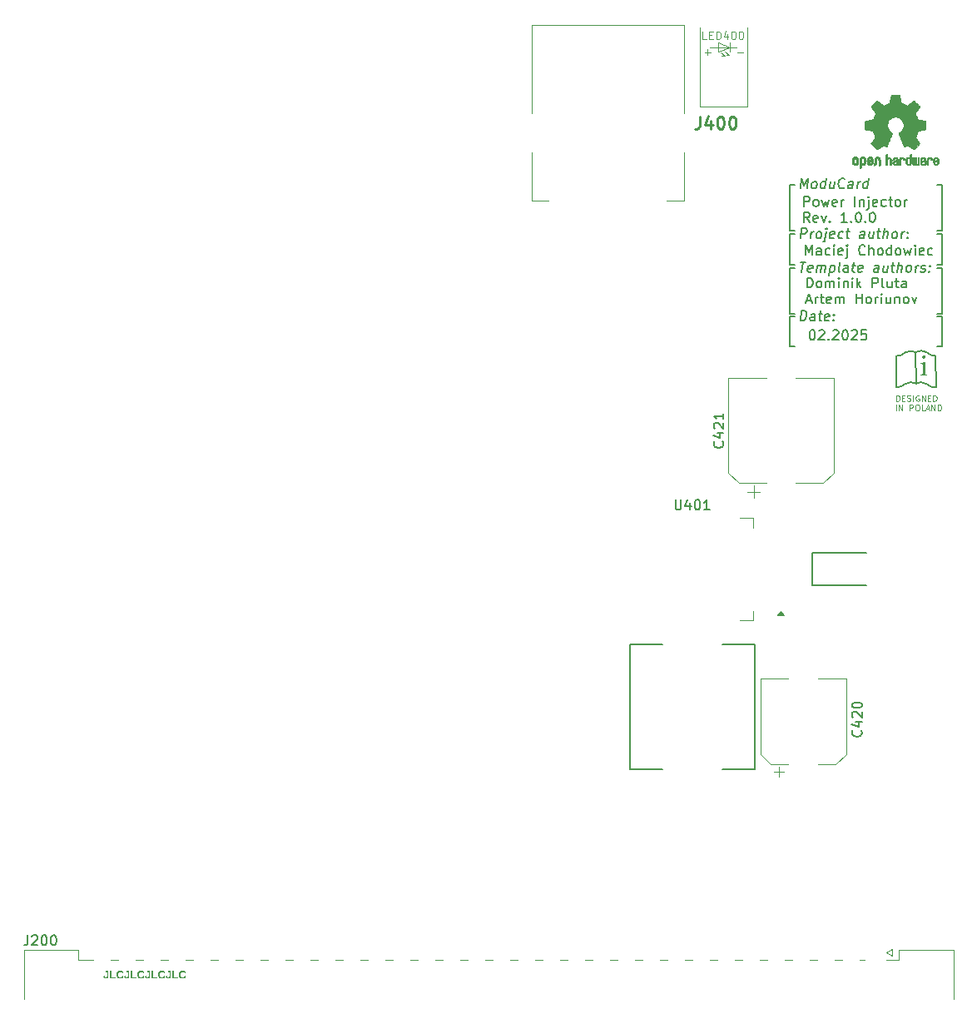
<source format=gbr>
%TF.GenerationSoftware,KiCad,Pcbnew,8.0.9-8.0.9-0~ubuntu24.04.1*%
%TF.CreationDate,2025-02-21T00:59:10+00:00*%
%TF.ProjectId,TPB,5450422e-6b69-4636-9164-5f7063625858,1.0.0*%
%TF.SameCoordinates,Original*%
%TF.FileFunction,Legend,Top*%
%TF.FilePolarity,Positive*%
%FSLAX46Y46*%
G04 Gerber Fmt 4.6, Leading zero omitted, Abs format (unit mm)*
G04 Created by KiCad (PCBNEW 8.0.9-8.0.9-0~ubuntu24.04.1) date 2025-02-21 00:59:10*
%MOMM*%
%LPD*%
G01*
G04 APERTURE LIST*
%ADD10C,0.150000*%
%ADD11C,0.200000*%
%ADD12C,0.400000*%
%ADD13C,0.100000*%
%ADD14C,0.254000*%
%ADD15C,0.120000*%
%ADD16C,0.010000*%
G04 APERTURE END LIST*
D10*
X135460000Y-76075001D02*
X134960000Y-76075001D01*
D11*
X131735361Y-84964721D02*
G75*
G02*
X132811674Y-84938218I559639J-859179D01*
G01*
D10*
X135460000Y-72595001D02*
X134960000Y-72595001D01*
D11*
X131730045Y-88153636D02*
G75*
G02*
X130847358Y-88507210I-874645J904936D01*
G01*
X132843332Y-84917393D02*
G75*
G02*
X133947046Y-84950463I525368J-900607D01*
G01*
X132813409Y-88127025D02*
G75*
G02*
X133917141Y-88160068I525391J-900875D01*
G01*
X134852250Y-88515509D02*
G75*
G02*
X133905534Y-88161015I-65750J1265809D01*
G01*
D10*
X135460000Y-67895001D02*
X135460000Y-72595001D01*
X134960000Y-81305001D02*
X135460000Y-81305001D01*
X120460000Y-76405001D02*
X119960000Y-76405001D01*
X119960000Y-72595001D02*
X120460000Y-72595001D01*
X119960000Y-76075001D02*
X120460000Y-76075001D01*
X134960000Y-76405001D02*
X135460000Y-76405001D01*
X135460000Y-76405001D02*
X135460000Y-81005001D01*
X135460000Y-84305001D02*
X134960000Y-84305001D01*
X135460000Y-81005001D02*
X134960000Y-81005001D01*
X119960000Y-67895001D02*
X119960000Y-72595001D01*
X119960000Y-81005001D02*
X120460000Y-81005001D01*
X119960000Y-84305001D02*
X120460000Y-84305001D01*
X119960000Y-81305001D02*
X119960000Y-84305001D01*
D11*
X134839698Y-85305876D02*
G75*
G02*
X133936490Y-84950314I-23298J1265776D01*
G01*
D10*
X120460000Y-67895001D02*
X119960000Y-67895001D01*
D11*
X131724851Y-88159335D02*
G75*
G02*
X132828560Y-88126252I578349J-867365D01*
G01*
D10*
X135460000Y-72925001D02*
X135460000Y-76075001D01*
D11*
X130847358Y-88507254D02*
X130836732Y-85323791D01*
X134852250Y-88516102D02*
X134839698Y-85305876D01*
D10*
X119960000Y-76405001D02*
X119960000Y-81005001D01*
X120460000Y-72925001D02*
X119960000Y-72925001D01*
X134960000Y-67895001D02*
X135460000Y-67895001D01*
D11*
X132828558Y-88126255D02*
X132811668Y-84938228D01*
D10*
X134960000Y-72925001D02*
X135460000Y-72925001D01*
D11*
X131735361Y-84964721D02*
G75*
G02*
X130836732Y-85323812I-888261J918921D01*
G01*
D10*
X135460000Y-81305001D02*
X135460000Y-84305001D01*
X119960000Y-72925001D02*
X119960000Y-76075001D01*
X120460000Y-81305001D02*
X119960000Y-81305001D01*
D12*
G36*
X133792482Y-85915056D02*
G01*
X133792482Y-86965056D01*
X133801275Y-87098413D01*
X133829119Y-87159229D01*
X133878944Y-87178280D01*
X133984457Y-87181211D01*
X133984457Y-87275001D01*
X133323536Y-87275001D01*
X133323536Y-87181211D01*
X133440040Y-87173151D01*
X133489133Y-87143842D01*
X133509649Y-87077897D01*
X133514778Y-86960660D01*
X133514778Y-86460939D01*
X133512507Y-86311914D01*
X133510382Y-86268231D01*
X133497926Y-86169313D01*
X133477409Y-86134875D01*
X133439307Y-86129013D01*
X133401938Y-86134142D01*
X133334527Y-86155391D01*
X133294960Y-86065998D01*
X133703090Y-85915056D01*
X133792482Y-85915056D01*
G37*
G36*
X133653997Y-85258532D02*
G01*
X133769768Y-85306159D01*
X133817395Y-85422663D01*
X133770501Y-85538434D01*
X133653997Y-85586794D01*
X133536760Y-85538434D01*
X133489866Y-85422663D01*
X133536760Y-85306159D01*
X133653997Y-85258532D01*
G37*
D11*
X121055863Y-75772220D02*
X121627292Y-75772220D01*
X121216578Y-76772220D02*
X121341578Y-75772220D01*
X122222530Y-76724601D02*
X122121340Y-76772220D01*
X122121340Y-76772220D02*
X121930863Y-76772220D01*
X121930863Y-76772220D02*
X121841578Y-76724601D01*
X121841578Y-76724601D02*
X121805863Y-76629362D01*
X121805863Y-76629362D02*
X121853483Y-76248410D01*
X121853483Y-76248410D02*
X121913006Y-76153172D01*
X121913006Y-76153172D02*
X122014197Y-76105553D01*
X122014197Y-76105553D02*
X122204673Y-76105553D01*
X122204673Y-76105553D02*
X122293959Y-76153172D01*
X122293959Y-76153172D02*
X122329673Y-76248410D01*
X122329673Y-76248410D02*
X122317768Y-76343648D01*
X122317768Y-76343648D02*
X121829673Y-76438886D01*
X122692768Y-76772220D02*
X122776102Y-76105553D01*
X122764197Y-76200791D02*
X122817768Y-76153172D01*
X122817768Y-76153172D02*
X122918959Y-76105553D01*
X122918959Y-76105553D02*
X123061816Y-76105553D01*
X123061816Y-76105553D02*
X123151102Y-76153172D01*
X123151102Y-76153172D02*
X123186816Y-76248410D01*
X123186816Y-76248410D02*
X123121340Y-76772220D01*
X123186816Y-76248410D02*
X123246340Y-76153172D01*
X123246340Y-76153172D02*
X123347530Y-76105553D01*
X123347530Y-76105553D02*
X123490387Y-76105553D01*
X123490387Y-76105553D02*
X123579673Y-76153172D01*
X123579673Y-76153172D02*
X123615387Y-76248410D01*
X123615387Y-76248410D02*
X123549911Y-76772220D01*
X124109435Y-76105553D02*
X123984435Y-77105553D01*
X124103482Y-76153172D02*
X124204673Y-76105553D01*
X124204673Y-76105553D02*
X124395149Y-76105553D01*
X124395149Y-76105553D02*
X124484435Y-76153172D01*
X124484435Y-76153172D02*
X124526101Y-76200791D01*
X124526101Y-76200791D02*
X124561816Y-76296029D01*
X124561816Y-76296029D02*
X124526101Y-76581743D01*
X124526101Y-76581743D02*
X124466578Y-76676981D01*
X124466578Y-76676981D02*
X124413006Y-76724601D01*
X124413006Y-76724601D02*
X124311816Y-76772220D01*
X124311816Y-76772220D02*
X124121339Y-76772220D01*
X124121339Y-76772220D02*
X124032054Y-76724601D01*
X125073721Y-76772220D02*
X124984435Y-76724601D01*
X124984435Y-76724601D02*
X124948721Y-76629362D01*
X124948721Y-76629362D02*
X125055863Y-75772220D01*
X125883245Y-76772220D02*
X125948721Y-76248410D01*
X125948721Y-76248410D02*
X125913007Y-76153172D01*
X125913007Y-76153172D02*
X125823721Y-76105553D01*
X125823721Y-76105553D02*
X125633245Y-76105553D01*
X125633245Y-76105553D02*
X125532054Y-76153172D01*
X125889197Y-76724601D02*
X125788007Y-76772220D01*
X125788007Y-76772220D02*
X125549911Y-76772220D01*
X125549911Y-76772220D02*
X125460626Y-76724601D01*
X125460626Y-76724601D02*
X125424911Y-76629362D01*
X125424911Y-76629362D02*
X125436816Y-76534124D01*
X125436816Y-76534124D02*
X125496340Y-76438886D01*
X125496340Y-76438886D02*
X125597531Y-76391267D01*
X125597531Y-76391267D02*
X125835626Y-76391267D01*
X125835626Y-76391267D02*
X125936816Y-76343648D01*
X126299912Y-76105553D02*
X126680864Y-76105553D01*
X126484435Y-75772220D02*
X126377293Y-76629362D01*
X126377293Y-76629362D02*
X126413007Y-76724601D01*
X126413007Y-76724601D02*
X126502293Y-76772220D01*
X126502293Y-76772220D02*
X126597531Y-76772220D01*
X127317769Y-76724601D02*
X127216579Y-76772220D01*
X127216579Y-76772220D02*
X127026102Y-76772220D01*
X127026102Y-76772220D02*
X126936817Y-76724601D01*
X126936817Y-76724601D02*
X126901102Y-76629362D01*
X126901102Y-76629362D02*
X126948722Y-76248410D01*
X126948722Y-76248410D02*
X127008245Y-76153172D01*
X127008245Y-76153172D02*
X127109436Y-76105553D01*
X127109436Y-76105553D02*
X127299912Y-76105553D01*
X127299912Y-76105553D02*
X127389198Y-76153172D01*
X127389198Y-76153172D02*
X127424912Y-76248410D01*
X127424912Y-76248410D02*
X127413007Y-76343648D01*
X127413007Y-76343648D02*
X126924912Y-76438886D01*
X128978484Y-76772220D02*
X129043960Y-76248410D01*
X129043960Y-76248410D02*
X129008246Y-76153172D01*
X129008246Y-76153172D02*
X128918960Y-76105553D01*
X128918960Y-76105553D02*
X128728484Y-76105553D01*
X128728484Y-76105553D02*
X128627293Y-76153172D01*
X128984436Y-76724601D02*
X128883246Y-76772220D01*
X128883246Y-76772220D02*
X128645150Y-76772220D01*
X128645150Y-76772220D02*
X128555865Y-76724601D01*
X128555865Y-76724601D02*
X128520150Y-76629362D01*
X128520150Y-76629362D02*
X128532055Y-76534124D01*
X128532055Y-76534124D02*
X128591579Y-76438886D01*
X128591579Y-76438886D02*
X128692770Y-76391267D01*
X128692770Y-76391267D02*
X128930865Y-76391267D01*
X128930865Y-76391267D02*
X129032055Y-76343648D01*
X129966579Y-76105553D02*
X129883246Y-76772220D01*
X129538008Y-76105553D02*
X129472532Y-76629362D01*
X129472532Y-76629362D02*
X129508246Y-76724601D01*
X129508246Y-76724601D02*
X129597532Y-76772220D01*
X129597532Y-76772220D02*
X129740389Y-76772220D01*
X129740389Y-76772220D02*
X129841579Y-76724601D01*
X129841579Y-76724601D02*
X129895151Y-76676981D01*
X130299913Y-76105553D02*
X130680865Y-76105553D01*
X130484436Y-75772220D02*
X130377294Y-76629362D01*
X130377294Y-76629362D02*
X130413008Y-76724601D01*
X130413008Y-76724601D02*
X130502294Y-76772220D01*
X130502294Y-76772220D02*
X130597532Y-76772220D01*
X130930865Y-76772220D02*
X131055865Y-75772220D01*
X131359437Y-76772220D02*
X131424913Y-76248410D01*
X131424913Y-76248410D02*
X131389199Y-76153172D01*
X131389199Y-76153172D02*
X131299913Y-76105553D01*
X131299913Y-76105553D02*
X131157056Y-76105553D01*
X131157056Y-76105553D02*
X131055865Y-76153172D01*
X131055865Y-76153172D02*
X131002294Y-76200791D01*
X131978485Y-76772220D02*
X131889199Y-76724601D01*
X131889199Y-76724601D02*
X131847532Y-76676981D01*
X131847532Y-76676981D02*
X131811818Y-76581743D01*
X131811818Y-76581743D02*
X131847532Y-76296029D01*
X131847532Y-76296029D02*
X131907056Y-76200791D01*
X131907056Y-76200791D02*
X131960627Y-76153172D01*
X131960627Y-76153172D02*
X132061818Y-76105553D01*
X132061818Y-76105553D02*
X132204675Y-76105553D01*
X132204675Y-76105553D02*
X132293961Y-76153172D01*
X132293961Y-76153172D02*
X132335627Y-76200791D01*
X132335627Y-76200791D02*
X132371342Y-76296029D01*
X132371342Y-76296029D02*
X132335627Y-76581743D01*
X132335627Y-76581743D02*
X132276104Y-76676981D01*
X132276104Y-76676981D02*
X132222532Y-76724601D01*
X132222532Y-76724601D02*
X132121342Y-76772220D01*
X132121342Y-76772220D02*
X131978485Y-76772220D01*
X132740389Y-76772220D02*
X132823723Y-76105553D01*
X132799913Y-76296029D02*
X132859437Y-76200791D01*
X132859437Y-76200791D02*
X132913008Y-76153172D01*
X132913008Y-76153172D02*
X133014199Y-76105553D01*
X133014199Y-76105553D02*
X133109437Y-76105553D01*
X133317771Y-76724601D02*
X133407056Y-76772220D01*
X133407056Y-76772220D02*
X133597533Y-76772220D01*
X133597533Y-76772220D02*
X133698723Y-76724601D01*
X133698723Y-76724601D02*
X133758247Y-76629362D01*
X133758247Y-76629362D02*
X133764199Y-76581743D01*
X133764199Y-76581743D02*
X133728485Y-76486505D01*
X133728485Y-76486505D02*
X133639199Y-76438886D01*
X133639199Y-76438886D02*
X133496342Y-76438886D01*
X133496342Y-76438886D02*
X133407056Y-76391267D01*
X133407056Y-76391267D02*
X133371342Y-76296029D01*
X133371342Y-76296029D02*
X133377295Y-76248410D01*
X133377295Y-76248410D02*
X133436818Y-76153172D01*
X133436818Y-76153172D02*
X133538009Y-76105553D01*
X133538009Y-76105553D02*
X133680866Y-76105553D01*
X133680866Y-76105553D02*
X133770152Y-76153172D01*
X134180866Y-76676981D02*
X134222533Y-76724601D01*
X134222533Y-76724601D02*
X134168961Y-76772220D01*
X134168961Y-76772220D02*
X134127295Y-76724601D01*
X134127295Y-76724601D02*
X134180866Y-76676981D01*
X134180866Y-76676981D02*
X134168961Y-76772220D01*
X134246342Y-76153172D02*
X134288009Y-76200791D01*
X134288009Y-76200791D02*
X134234438Y-76248410D01*
X134234438Y-76248410D02*
X134192771Y-76200791D01*
X134192771Y-76200791D02*
X134246342Y-76153172D01*
X134246342Y-76153172D02*
X134234438Y-76248410D01*
D10*
X121436779Y-70094876D02*
X121436779Y-69094876D01*
X121436779Y-69094876D02*
X121817731Y-69094876D01*
X121817731Y-69094876D02*
X121912969Y-69142495D01*
X121912969Y-69142495D02*
X121960588Y-69190114D01*
X121960588Y-69190114D02*
X122008207Y-69285352D01*
X122008207Y-69285352D02*
X122008207Y-69428209D01*
X122008207Y-69428209D02*
X121960588Y-69523447D01*
X121960588Y-69523447D02*
X121912969Y-69571066D01*
X121912969Y-69571066D02*
X121817731Y-69618685D01*
X121817731Y-69618685D02*
X121436779Y-69618685D01*
X122579636Y-70094876D02*
X122484398Y-70047257D01*
X122484398Y-70047257D02*
X122436779Y-69999637D01*
X122436779Y-69999637D02*
X122389160Y-69904399D01*
X122389160Y-69904399D02*
X122389160Y-69618685D01*
X122389160Y-69618685D02*
X122436779Y-69523447D01*
X122436779Y-69523447D02*
X122484398Y-69475828D01*
X122484398Y-69475828D02*
X122579636Y-69428209D01*
X122579636Y-69428209D02*
X122722493Y-69428209D01*
X122722493Y-69428209D02*
X122817731Y-69475828D01*
X122817731Y-69475828D02*
X122865350Y-69523447D01*
X122865350Y-69523447D02*
X122912969Y-69618685D01*
X122912969Y-69618685D02*
X122912969Y-69904399D01*
X122912969Y-69904399D02*
X122865350Y-69999637D01*
X122865350Y-69999637D02*
X122817731Y-70047257D01*
X122817731Y-70047257D02*
X122722493Y-70094876D01*
X122722493Y-70094876D02*
X122579636Y-70094876D01*
X123246303Y-69428209D02*
X123436779Y-70094876D01*
X123436779Y-70094876D02*
X123627255Y-69618685D01*
X123627255Y-69618685D02*
X123817731Y-70094876D01*
X123817731Y-70094876D02*
X124008207Y-69428209D01*
X124770112Y-70047257D02*
X124674874Y-70094876D01*
X124674874Y-70094876D02*
X124484398Y-70094876D01*
X124484398Y-70094876D02*
X124389160Y-70047257D01*
X124389160Y-70047257D02*
X124341541Y-69952018D01*
X124341541Y-69952018D02*
X124341541Y-69571066D01*
X124341541Y-69571066D02*
X124389160Y-69475828D01*
X124389160Y-69475828D02*
X124484398Y-69428209D01*
X124484398Y-69428209D02*
X124674874Y-69428209D01*
X124674874Y-69428209D02*
X124770112Y-69475828D01*
X124770112Y-69475828D02*
X124817731Y-69571066D01*
X124817731Y-69571066D02*
X124817731Y-69666304D01*
X124817731Y-69666304D02*
X124341541Y-69761542D01*
X125246303Y-70094876D02*
X125246303Y-69428209D01*
X125246303Y-69618685D02*
X125293922Y-69523447D01*
X125293922Y-69523447D02*
X125341541Y-69475828D01*
X125341541Y-69475828D02*
X125436779Y-69428209D01*
X125436779Y-69428209D02*
X125532017Y-69428209D01*
X126627256Y-70094876D02*
X126627256Y-69094876D01*
X127103446Y-69428209D02*
X127103446Y-70094876D01*
X127103446Y-69523447D02*
X127151065Y-69475828D01*
X127151065Y-69475828D02*
X127246303Y-69428209D01*
X127246303Y-69428209D02*
X127389160Y-69428209D01*
X127389160Y-69428209D02*
X127484398Y-69475828D01*
X127484398Y-69475828D02*
X127532017Y-69571066D01*
X127532017Y-69571066D02*
X127532017Y-70094876D01*
X128008208Y-69428209D02*
X128008208Y-70285352D01*
X128008208Y-70285352D02*
X127960589Y-70380590D01*
X127960589Y-70380590D02*
X127865351Y-70428209D01*
X127865351Y-70428209D02*
X127817732Y-70428209D01*
X128008208Y-69094876D02*
X127960589Y-69142495D01*
X127960589Y-69142495D02*
X128008208Y-69190114D01*
X128008208Y-69190114D02*
X128055827Y-69142495D01*
X128055827Y-69142495D02*
X128008208Y-69094876D01*
X128008208Y-69094876D02*
X128008208Y-69190114D01*
X128865350Y-70047257D02*
X128770112Y-70094876D01*
X128770112Y-70094876D02*
X128579636Y-70094876D01*
X128579636Y-70094876D02*
X128484398Y-70047257D01*
X128484398Y-70047257D02*
X128436779Y-69952018D01*
X128436779Y-69952018D02*
X128436779Y-69571066D01*
X128436779Y-69571066D02*
X128484398Y-69475828D01*
X128484398Y-69475828D02*
X128579636Y-69428209D01*
X128579636Y-69428209D02*
X128770112Y-69428209D01*
X128770112Y-69428209D02*
X128865350Y-69475828D01*
X128865350Y-69475828D02*
X128912969Y-69571066D01*
X128912969Y-69571066D02*
X128912969Y-69666304D01*
X128912969Y-69666304D02*
X128436779Y-69761542D01*
X129770112Y-70047257D02*
X129674874Y-70094876D01*
X129674874Y-70094876D02*
X129484398Y-70094876D01*
X129484398Y-70094876D02*
X129389160Y-70047257D01*
X129389160Y-70047257D02*
X129341541Y-69999637D01*
X129341541Y-69999637D02*
X129293922Y-69904399D01*
X129293922Y-69904399D02*
X129293922Y-69618685D01*
X129293922Y-69618685D02*
X129341541Y-69523447D01*
X129341541Y-69523447D02*
X129389160Y-69475828D01*
X129389160Y-69475828D02*
X129484398Y-69428209D01*
X129484398Y-69428209D02*
X129674874Y-69428209D01*
X129674874Y-69428209D02*
X129770112Y-69475828D01*
X130055827Y-69428209D02*
X130436779Y-69428209D01*
X130198684Y-69094876D02*
X130198684Y-69952018D01*
X130198684Y-69952018D02*
X130246303Y-70047257D01*
X130246303Y-70047257D02*
X130341541Y-70094876D01*
X130341541Y-70094876D02*
X130436779Y-70094876D01*
X130912970Y-70094876D02*
X130817732Y-70047257D01*
X130817732Y-70047257D02*
X130770113Y-69999637D01*
X130770113Y-69999637D02*
X130722494Y-69904399D01*
X130722494Y-69904399D02*
X130722494Y-69618685D01*
X130722494Y-69618685D02*
X130770113Y-69523447D01*
X130770113Y-69523447D02*
X130817732Y-69475828D01*
X130817732Y-69475828D02*
X130912970Y-69428209D01*
X130912970Y-69428209D02*
X131055827Y-69428209D01*
X131055827Y-69428209D02*
X131151065Y-69475828D01*
X131151065Y-69475828D02*
X131198684Y-69523447D01*
X131198684Y-69523447D02*
X131246303Y-69618685D01*
X131246303Y-69618685D02*
X131246303Y-69904399D01*
X131246303Y-69904399D02*
X131198684Y-69999637D01*
X131198684Y-69999637D02*
X131151065Y-70047257D01*
X131151065Y-70047257D02*
X131055827Y-70094876D01*
X131055827Y-70094876D02*
X130912970Y-70094876D01*
X131674875Y-70094876D02*
X131674875Y-69428209D01*
X131674875Y-69618685D02*
X131722494Y-69523447D01*
X131722494Y-69523447D02*
X131770113Y-69475828D01*
X131770113Y-69475828D02*
X131865351Y-69428209D01*
X131865351Y-69428209D02*
X131960589Y-69428209D01*
X122008207Y-71704820D02*
X121674874Y-71228629D01*
X121436779Y-71704820D02*
X121436779Y-70704820D01*
X121436779Y-70704820D02*
X121817731Y-70704820D01*
X121817731Y-70704820D02*
X121912969Y-70752439D01*
X121912969Y-70752439D02*
X121960588Y-70800058D01*
X121960588Y-70800058D02*
X122008207Y-70895296D01*
X122008207Y-70895296D02*
X122008207Y-71038153D01*
X122008207Y-71038153D02*
X121960588Y-71133391D01*
X121960588Y-71133391D02*
X121912969Y-71181010D01*
X121912969Y-71181010D02*
X121817731Y-71228629D01*
X121817731Y-71228629D02*
X121436779Y-71228629D01*
X122817731Y-71657201D02*
X122722493Y-71704820D01*
X122722493Y-71704820D02*
X122532017Y-71704820D01*
X122532017Y-71704820D02*
X122436779Y-71657201D01*
X122436779Y-71657201D02*
X122389160Y-71561962D01*
X122389160Y-71561962D02*
X122389160Y-71181010D01*
X122389160Y-71181010D02*
X122436779Y-71085772D01*
X122436779Y-71085772D02*
X122532017Y-71038153D01*
X122532017Y-71038153D02*
X122722493Y-71038153D01*
X122722493Y-71038153D02*
X122817731Y-71085772D01*
X122817731Y-71085772D02*
X122865350Y-71181010D01*
X122865350Y-71181010D02*
X122865350Y-71276248D01*
X122865350Y-71276248D02*
X122389160Y-71371486D01*
X123198684Y-71038153D02*
X123436779Y-71704820D01*
X123436779Y-71704820D02*
X123674874Y-71038153D01*
X124055827Y-71609581D02*
X124103446Y-71657201D01*
X124103446Y-71657201D02*
X124055827Y-71704820D01*
X124055827Y-71704820D02*
X124008208Y-71657201D01*
X124008208Y-71657201D02*
X124055827Y-71609581D01*
X124055827Y-71609581D02*
X124055827Y-71704820D01*
X125817731Y-71704820D02*
X125246303Y-71704820D01*
X125532017Y-71704820D02*
X125532017Y-70704820D01*
X125532017Y-70704820D02*
X125436779Y-70847677D01*
X125436779Y-70847677D02*
X125341541Y-70942915D01*
X125341541Y-70942915D02*
X125246303Y-70990534D01*
X126246303Y-71609581D02*
X126293922Y-71657201D01*
X126293922Y-71657201D02*
X126246303Y-71704820D01*
X126246303Y-71704820D02*
X126198684Y-71657201D01*
X126198684Y-71657201D02*
X126246303Y-71609581D01*
X126246303Y-71609581D02*
X126246303Y-71704820D01*
X126912969Y-70704820D02*
X127008207Y-70704820D01*
X127008207Y-70704820D02*
X127103445Y-70752439D01*
X127103445Y-70752439D02*
X127151064Y-70800058D01*
X127151064Y-70800058D02*
X127198683Y-70895296D01*
X127198683Y-70895296D02*
X127246302Y-71085772D01*
X127246302Y-71085772D02*
X127246302Y-71323867D01*
X127246302Y-71323867D02*
X127198683Y-71514343D01*
X127198683Y-71514343D02*
X127151064Y-71609581D01*
X127151064Y-71609581D02*
X127103445Y-71657201D01*
X127103445Y-71657201D02*
X127008207Y-71704820D01*
X127008207Y-71704820D02*
X126912969Y-71704820D01*
X126912969Y-71704820D02*
X126817731Y-71657201D01*
X126817731Y-71657201D02*
X126770112Y-71609581D01*
X126770112Y-71609581D02*
X126722493Y-71514343D01*
X126722493Y-71514343D02*
X126674874Y-71323867D01*
X126674874Y-71323867D02*
X126674874Y-71085772D01*
X126674874Y-71085772D02*
X126722493Y-70895296D01*
X126722493Y-70895296D02*
X126770112Y-70800058D01*
X126770112Y-70800058D02*
X126817731Y-70752439D01*
X126817731Y-70752439D02*
X126912969Y-70704820D01*
X127674874Y-71609581D02*
X127722493Y-71657201D01*
X127722493Y-71657201D02*
X127674874Y-71704820D01*
X127674874Y-71704820D02*
X127627255Y-71657201D01*
X127627255Y-71657201D02*
X127674874Y-71609581D01*
X127674874Y-71609581D02*
X127674874Y-71704820D01*
X128341540Y-70704820D02*
X128436778Y-70704820D01*
X128436778Y-70704820D02*
X128532016Y-70752439D01*
X128532016Y-70752439D02*
X128579635Y-70800058D01*
X128579635Y-70800058D02*
X128627254Y-70895296D01*
X128627254Y-70895296D02*
X128674873Y-71085772D01*
X128674873Y-71085772D02*
X128674873Y-71323867D01*
X128674873Y-71323867D02*
X128627254Y-71514343D01*
X128627254Y-71514343D02*
X128579635Y-71609581D01*
X128579635Y-71609581D02*
X128532016Y-71657201D01*
X128532016Y-71657201D02*
X128436778Y-71704820D01*
X128436778Y-71704820D02*
X128341540Y-71704820D01*
X128341540Y-71704820D02*
X128246302Y-71657201D01*
X128246302Y-71657201D02*
X128198683Y-71609581D01*
X128198683Y-71609581D02*
X128151064Y-71514343D01*
X128151064Y-71514343D02*
X128103445Y-71323867D01*
X128103445Y-71323867D02*
X128103445Y-71085772D01*
X128103445Y-71085772D02*
X128151064Y-70895296D01*
X128151064Y-70895296D02*
X128198683Y-70800058D01*
X128198683Y-70800058D02*
X128246302Y-70752439D01*
X128246302Y-70752439D02*
X128341540Y-70704820D01*
D11*
X121073720Y-81722220D02*
X121198720Y-80722220D01*
X121198720Y-80722220D02*
X121436816Y-80722220D01*
X121436816Y-80722220D02*
X121573720Y-80769839D01*
X121573720Y-80769839D02*
X121657054Y-80865077D01*
X121657054Y-80865077D02*
X121692768Y-80960315D01*
X121692768Y-80960315D02*
X121716578Y-81150791D01*
X121716578Y-81150791D02*
X121698720Y-81293648D01*
X121698720Y-81293648D02*
X121627292Y-81484124D01*
X121627292Y-81484124D02*
X121567768Y-81579362D01*
X121567768Y-81579362D02*
X121460625Y-81674601D01*
X121460625Y-81674601D02*
X121311816Y-81722220D01*
X121311816Y-81722220D02*
X121073720Y-81722220D01*
X122502292Y-81722220D02*
X122567768Y-81198410D01*
X122567768Y-81198410D02*
X122532054Y-81103172D01*
X122532054Y-81103172D02*
X122442768Y-81055553D01*
X122442768Y-81055553D02*
X122252292Y-81055553D01*
X122252292Y-81055553D02*
X122151101Y-81103172D01*
X122508244Y-81674601D02*
X122407054Y-81722220D01*
X122407054Y-81722220D02*
X122168958Y-81722220D01*
X122168958Y-81722220D02*
X122079673Y-81674601D01*
X122079673Y-81674601D02*
X122043958Y-81579362D01*
X122043958Y-81579362D02*
X122055863Y-81484124D01*
X122055863Y-81484124D02*
X122115387Y-81388886D01*
X122115387Y-81388886D02*
X122216578Y-81341267D01*
X122216578Y-81341267D02*
X122454673Y-81341267D01*
X122454673Y-81341267D02*
X122555863Y-81293648D01*
X122918959Y-81055553D02*
X123299911Y-81055553D01*
X123103482Y-80722220D02*
X122996340Y-81579362D01*
X122996340Y-81579362D02*
X123032054Y-81674601D01*
X123032054Y-81674601D02*
X123121340Y-81722220D01*
X123121340Y-81722220D02*
X123216578Y-81722220D01*
X123936816Y-81674601D02*
X123835626Y-81722220D01*
X123835626Y-81722220D02*
X123645149Y-81722220D01*
X123645149Y-81722220D02*
X123555864Y-81674601D01*
X123555864Y-81674601D02*
X123520149Y-81579362D01*
X123520149Y-81579362D02*
X123567769Y-81198410D01*
X123567769Y-81198410D02*
X123627292Y-81103172D01*
X123627292Y-81103172D02*
X123728483Y-81055553D01*
X123728483Y-81055553D02*
X123918959Y-81055553D01*
X123918959Y-81055553D02*
X124008245Y-81103172D01*
X124008245Y-81103172D02*
X124043959Y-81198410D01*
X124043959Y-81198410D02*
X124032054Y-81293648D01*
X124032054Y-81293648D02*
X123543959Y-81388886D01*
X124418959Y-81626981D02*
X124460626Y-81674601D01*
X124460626Y-81674601D02*
X124407054Y-81722220D01*
X124407054Y-81722220D02*
X124365388Y-81674601D01*
X124365388Y-81674601D02*
X124418959Y-81626981D01*
X124418959Y-81626981D02*
X124407054Y-81722220D01*
X124484435Y-81103172D02*
X124526102Y-81150791D01*
X124526102Y-81150791D02*
X124472531Y-81198410D01*
X124472531Y-81198410D02*
X124430864Y-81150791D01*
X124430864Y-81150791D02*
X124484435Y-81103172D01*
X124484435Y-81103172D02*
X124472531Y-81198410D01*
X121073720Y-68262220D02*
X121198720Y-67262220D01*
X121198720Y-67262220D02*
X121442768Y-67976505D01*
X121442768Y-67976505D02*
X121865387Y-67262220D01*
X121865387Y-67262220D02*
X121740387Y-68262220D01*
X122359435Y-68262220D02*
X122270149Y-68214601D01*
X122270149Y-68214601D02*
X122228482Y-68166981D01*
X122228482Y-68166981D02*
X122192768Y-68071743D01*
X122192768Y-68071743D02*
X122228482Y-67786029D01*
X122228482Y-67786029D02*
X122288006Y-67690791D01*
X122288006Y-67690791D02*
X122341577Y-67643172D01*
X122341577Y-67643172D02*
X122442768Y-67595553D01*
X122442768Y-67595553D02*
X122585625Y-67595553D01*
X122585625Y-67595553D02*
X122674911Y-67643172D01*
X122674911Y-67643172D02*
X122716577Y-67690791D01*
X122716577Y-67690791D02*
X122752292Y-67786029D01*
X122752292Y-67786029D02*
X122716577Y-68071743D01*
X122716577Y-68071743D02*
X122657054Y-68166981D01*
X122657054Y-68166981D02*
X122603482Y-68214601D01*
X122603482Y-68214601D02*
X122502292Y-68262220D01*
X122502292Y-68262220D02*
X122359435Y-68262220D01*
X123549911Y-68262220D02*
X123674911Y-67262220D01*
X123555863Y-68214601D02*
X123454673Y-68262220D01*
X123454673Y-68262220D02*
X123264197Y-68262220D01*
X123264197Y-68262220D02*
X123174911Y-68214601D01*
X123174911Y-68214601D02*
X123133244Y-68166981D01*
X123133244Y-68166981D02*
X123097530Y-68071743D01*
X123097530Y-68071743D02*
X123133244Y-67786029D01*
X123133244Y-67786029D02*
X123192768Y-67690791D01*
X123192768Y-67690791D02*
X123246339Y-67643172D01*
X123246339Y-67643172D02*
X123347530Y-67595553D01*
X123347530Y-67595553D02*
X123538006Y-67595553D01*
X123538006Y-67595553D02*
X123627292Y-67643172D01*
X124538006Y-67595553D02*
X124454673Y-68262220D01*
X124109435Y-67595553D02*
X124043959Y-68119362D01*
X124043959Y-68119362D02*
X124079673Y-68214601D01*
X124079673Y-68214601D02*
X124168959Y-68262220D01*
X124168959Y-68262220D02*
X124311816Y-68262220D01*
X124311816Y-68262220D02*
X124413006Y-68214601D01*
X124413006Y-68214601D02*
X124466578Y-68166981D01*
X125514197Y-68166981D02*
X125460625Y-68214601D01*
X125460625Y-68214601D02*
X125311816Y-68262220D01*
X125311816Y-68262220D02*
X125216578Y-68262220D01*
X125216578Y-68262220D02*
X125079673Y-68214601D01*
X125079673Y-68214601D02*
X124996340Y-68119362D01*
X124996340Y-68119362D02*
X124960625Y-68024124D01*
X124960625Y-68024124D02*
X124936816Y-67833648D01*
X124936816Y-67833648D02*
X124954673Y-67690791D01*
X124954673Y-67690791D02*
X125026101Y-67500315D01*
X125026101Y-67500315D02*
X125085625Y-67405077D01*
X125085625Y-67405077D02*
X125192768Y-67309839D01*
X125192768Y-67309839D02*
X125341578Y-67262220D01*
X125341578Y-67262220D02*
X125436816Y-67262220D01*
X125436816Y-67262220D02*
X125573721Y-67309839D01*
X125573721Y-67309839D02*
X125615387Y-67357458D01*
X126359435Y-68262220D02*
X126424911Y-67738410D01*
X126424911Y-67738410D02*
X126389197Y-67643172D01*
X126389197Y-67643172D02*
X126299911Y-67595553D01*
X126299911Y-67595553D02*
X126109435Y-67595553D01*
X126109435Y-67595553D02*
X126008244Y-67643172D01*
X126365387Y-68214601D02*
X126264197Y-68262220D01*
X126264197Y-68262220D02*
X126026101Y-68262220D01*
X126026101Y-68262220D02*
X125936816Y-68214601D01*
X125936816Y-68214601D02*
X125901101Y-68119362D01*
X125901101Y-68119362D02*
X125913006Y-68024124D01*
X125913006Y-68024124D02*
X125972530Y-67928886D01*
X125972530Y-67928886D02*
X126073721Y-67881267D01*
X126073721Y-67881267D02*
X126311816Y-67881267D01*
X126311816Y-67881267D02*
X126413006Y-67833648D01*
X126835625Y-68262220D02*
X126918959Y-67595553D01*
X126895149Y-67786029D02*
X126954673Y-67690791D01*
X126954673Y-67690791D02*
X127008244Y-67643172D01*
X127008244Y-67643172D02*
X127109435Y-67595553D01*
X127109435Y-67595553D02*
X127204673Y-67595553D01*
X127883245Y-68262220D02*
X128008245Y-67262220D01*
X127889197Y-68214601D02*
X127788007Y-68262220D01*
X127788007Y-68262220D02*
X127597531Y-68262220D01*
X127597531Y-68262220D02*
X127508245Y-68214601D01*
X127508245Y-68214601D02*
X127466578Y-68166981D01*
X127466578Y-68166981D02*
X127430864Y-68071743D01*
X127430864Y-68071743D02*
X127466578Y-67786029D01*
X127466578Y-67786029D02*
X127526102Y-67690791D01*
X127526102Y-67690791D02*
X127579673Y-67643172D01*
X127579673Y-67643172D02*
X127680864Y-67595553D01*
X127680864Y-67595553D02*
X127871340Y-67595553D01*
X127871340Y-67595553D02*
X127960626Y-67643172D01*
X121073720Y-73342220D02*
X121198720Y-72342220D01*
X121198720Y-72342220D02*
X121579673Y-72342220D01*
X121579673Y-72342220D02*
X121668958Y-72389839D01*
X121668958Y-72389839D02*
X121710625Y-72437458D01*
X121710625Y-72437458D02*
X121746339Y-72532696D01*
X121746339Y-72532696D02*
X121728482Y-72675553D01*
X121728482Y-72675553D02*
X121668958Y-72770791D01*
X121668958Y-72770791D02*
X121615387Y-72818410D01*
X121615387Y-72818410D02*
X121514197Y-72866029D01*
X121514197Y-72866029D02*
X121133244Y-72866029D01*
X122073720Y-73342220D02*
X122157054Y-72675553D01*
X122133244Y-72866029D02*
X122192768Y-72770791D01*
X122192768Y-72770791D02*
X122246339Y-72723172D01*
X122246339Y-72723172D02*
X122347530Y-72675553D01*
X122347530Y-72675553D02*
X122442768Y-72675553D01*
X122835626Y-73342220D02*
X122746340Y-73294601D01*
X122746340Y-73294601D02*
X122704673Y-73246981D01*
X122704673Y-73246981D02*
X122668959Y-73151743D01*
X122668959Y-73151743D02*
X122704673Y-72866029D01*
X122704673Y-72866029D02*
X122764197Y-72770791D01*
X122764197Y-72770791D02*
X122817768Y-72723172D01*
X122817768Y-72723172D02*
X122918959Y-72675553D01*
X122918959Y-72675553D02*
X123061816Y-72675553D01*
X123061816Y-72675553D02*
X123151102Y-72723172D01*
X123151102Y-72723172D02*
X123192768Y-72770791D01*
X123192768Y-72770791D02*
X123228483Y-72866029D01*
X123228483Y-72866029D02*
X123192768Y-73151743D01*
X123192768Y-73151743D02*
X123133245Y-73246981D01*
X123133245Y-73246981D02*
X123079673Y-73294601D01*
X123079673Y-73294601D02*
X122978483Y-73342220D01*
X122978483Y-73342220D02*
X122835626Y-73342220D01*
X123680864Y-72675553D02*
X123573721Y-73532696D01*
X123573721Y-73532696D02*
X123514197Y-73627934D01*
X123514197Y-73627934D02*
X123413007Y-73675553D01*
X123413007Y-73675553D02*
X123365388Y-73675553D01*
X123722530Y-72342220D02*
X123668959Y-72389839D01*
X123668959Y-72389839D02*
X123710626Y-72437458D01*
X123710626Y-72437458D02*
X123764197Y-72389839D01*
X123764197Y-72389839D02*
X123722530Y-72342220D01*
X123722530Y-72342220D02*
X123710626Y-72437458D01*
X124460625Y-73294601D02*
X124359435Y-73342220D01*
X124359435Y-73342220D02*
X124168958Y-73342220D01*
X124168958Y-73342220D02*
X124079673Y-73294601D01*
X124079673Y-73294601D02*
X124043958Y-73199362D01*
X124043958Y-73199362D02*
X124091578Y-72818410D01*
X124091578Y-72818410D02*
X124151101Y-72723172D01*
X124151101Y-72723172D02*
X124252292Y-72675553D01*
X124252292Y-72675553D02*
X124442768Y-72675553D01*
X124442768Y-72675553D02*
X124532054Y-72723172D01*
X124532054Y-72723172D02*
X124567768Y-72818410D01*
X124567768Y-72818410D02*
X124555863Y-72913648D01*
X124555863Y-72913648D02*
X124067768Y-73008886D01*
X125365387Y-73294601D02*
X125264197Y-73342220D01*
X125264197Y-73342220D02*
X125073721Y-73342220D01*
X125073721Y-73342220D02*
X124984435Y-73294601D01*
X124984435Y-73294601D02*
X124942768Y-73246981D01*
X124942768Y-73246981D02*
X124907054Y-73151743D01*
X124907054Y-73151743D02*
X124942768Y-72866029D01*
X124942768Y-72866029D02*
X125002292Y-72770791D01*
X125002292Y-72770791D02*
X125055863Y-72723172D01*
X125055863Y-72723172D02*
X125157054Y-72675553D01*
X125157054Y-72675553D02*
X125347530Y-72675553D01*
X125347530Y-72675553D02*
X125436816Y-72723172D01*
X125728483Y-72675553D02*
X126109435Y-72675553D01*
X125913006Y-72342220D02*
X125805864Y-73199362D01*
X125805864Y-73199362D02*
X125841578Y-73294601D01*
X125841578Y-73294601D02*
X125930864Y-73342220D01*
X125930864Y-73342220D02*
X126026102Y-73342220D01*
X127549912Y-73342220D02*
X127615388Y-72818410D01*
X127615388Y-72818410D02*
X127579674Y-72723172D01*
X127579674Y-72723172D02*
X127490388Y-72675553D01*
X127490388Y-72675553D02*
X127299912Y-72675553D01*
X127299912Y-72675553D02*
X127198721Y-72723172D01*
X127555864Y-73294601D02*
X127454674Y-73342220D01*
X127454674Y-73342220D02*
X127216578Y-73342220D01*
X127216578Y-73342220D02*
X127127293Y-73294601D01*
X127127293Y-73294601D02*
X127091578Y-73199362D01*
X127091578Y-73199362D02*
X127103483Y-73104124D01*
X127103483Y-73104124D02*
X127163007Y-73008886D01*
X127163007Y-73008886D02*
X127264198Y-72961267D01*
X127264198Y-72961267D02*
X127502293Y-72961267D01*
X127502293Y-72961267D02*
X127603483Y-72913648D01*
X128538007Y-72675553D02*
X128454674Y-73342220D01*
X128109436Y-72675553D02*
X128043960Y-73199362D01*
X128043960Y-73199362D02*
X128079674Y-73294601D01*
X128079674Y-73294601D02*
X128168960Y-73342220D01*
X128168960Y-73342220D02*
X128311817Y-73342220D01*
X128311817Y-73342220D02*
X128413007Y-73294601D01*
X128413007Y-73294601D02*
X128466579Y-73246981D01*
X128871341Y-72675553D02*
X129252293Y-72675553D01*
X129055864Y-72342220D02*
X128948722Y-73199362D01*
X128948722Y-73199362D02*
X128984436Y-73294601D01*
X128984436Y-73294601D02*
X129073722Y-73342220D01*
X129073722Y-73342220D02*
X129168960Y-73342220D01*
X129502293Y-73342220D02*
X129627293Y-72342220D01*
X129930865Y-73342220D02*
X129996341Y-72818410D01*
X129996341Y-72818410D02*
X129960627Y-72723172D01*
X129960627Y-72723172D02*
X129871341Y-72675553D01*
X129871341Y-72675553D02*
X129728484Y-72675553D01*
X129728484Y-72675553D02*
X129627293Y-72723172D01*
X129627293Y-72723172D02*
X129573722Y-72770791D01*
X130549913Y-73342220D02*
X130460627Y-73294601D01*
X130460627Y-73294601D02*
X130418960Y-73246981D01*
X130418960Y-73246981D02*
X130383246Y-73151743D01*
X130383246Y-73151743D02*
X130418960Y-72866029D01*
X130418960Y-72866029D02*
X130478484Y-72770791D01*
X130478484Y-72770791D02*
X130532055Y-72723172D01*
X130532055Y-72723172D02*
X130633246Y-72675553D01*
X130633246Y-72675553D02*
X130776103Y-72675553D01*
X130776103Y-72675553D02*
X130865389Y-72723172D01*
X130865389Y-72723172D02*
X130907055Y-72770791D01*
X130907055Y-72770791D02*
X130942770Y-72866029D01*
X130942770Y-72866029D02*
X130907055Y-73151743D01*
X130907055Y-73151743D02*
X130847532Y-73246981D01*
X130847532Y-73246981D02*
X130793960Y-73294601D01*
X130793960Y-73294601D02*
X130692770Y-73342220D01*
X130692770Y-73342220D02*
X130549913Y-73342220D01*
X131311817Y-73342220D02*
X131395151Y-72675553D01*
X131371341Y-72866029D02*
X131430865Y-72770791D01*
X131430865Y-72770791D02*
X131484436Y-72723172D01*
X131484436Y-72723172D02*
X131585627Y-72675553D01*
X131585627Y-72675553D02*
X131680865Y-72675553D01*
X131942770Y-73246981D02*
X131984437Y-73294601D01*
X131984437Y-73294601D02*
X131930865Y-73342220D01*
X131930865Y-73342220D02*
X131889199Y-73294601D01*
X131889199Y-73294601D02*
X131942770Y-73246981D01*
X131942770Y-73246981D02*
X131930865Y-73342220D01*
X132008246Y-72723172D02*
X132049913Y-72770791D01*
X132049913Y-72770791D02*
X131996342Y-72818410D01*
X131996342Y-72818410D02*
X131954675Y-72770791D01*
X131954675Y-72770791D02*
X132008246Y-72723172D01*
X132008246Y-72723172D02*
X131996342Y-72818410D01*
D10*
X121746779Y-78364876D02*
X121746779Y-77364876D01*
X121746779Y-77364876D02*
X121984874Y-77364876D01*
X121984874Y-77364876D02*
X122127731Y-77412495D01*
X122127731Y-77412495D02*
X122222969Y-77507733D01*
X122222969Y-77507733D02*
X122270588Y-77602971D01*
X122270588Y-77602971D02*
X122318207Y-77793447D01*
X122318207Y-77793447D02*
X122318207Y-77936304D01*
X122318207Y-77936304D02*
X122270588Y-78126780D01*
X122270588Y-78126780D02*
X122222969Y-78222018D01*
X122222969Y-78222018D02*
X122127731Y-78317257D01*
X122127731Y-78317257D02*
X121984874Y-78364876D01*
X121984874Y-78364876D02*
X121746779Y-78364876D01*
X122889636Y-78364876D02*
X122794398Y-78317257D01*
X122794398Y-78317257D02*
X122746779Y-78269637D01*
X122746779Y-78269637D02*
X122699160Y-78174399D01*
X122699160Y-78174399D02*
X122699160Y-77888685D01*
X122699160Y-77888685D02*
X122746779Y-77793447D01*
X122746779Y-77793447D02*
X122794398Y-77745828D01*
X122794398Y-77745828D02*
X122889636Y-77698209D01*
X122889636Y-77698209D02*
X123032493Y-77698209D01*
X123032493Y-77698209D02*
X123127731Y-77745828D01*
X123127731Y-77745828D02*
X123175350Y-77793447D01*
X123175350Y-77793447D02*
X123222969Y-77888685D01*
X123222969Y-77888685D02*
X123222969Y-78174399D01*
X123222969Y-78174399D02*
X123175350Y-78269637D01*
X123175350Y-78269637D02*
X123127731Y-78317257D01*
X123127731Y-78317257D02*
X123032493Y-78364876D01*
X123032493Y-78364876D02*
X122889636Y-78364876D01*
X123651541Y-78364876D02*
X123651541Y-77698209D01*
X123651541Y-77793447D02*
X123699160Y-77745828D01*
X123699160Y-77745828D02*
X123794398Y-77698209D01*
X123794398Y-77698209D02*
X123937255Y-77698209D01*
X123937255Y-77698209D02*
X124032493Y-77745828D01*
X124032493Y-77745828D02*
X124080112Y-77841066D01*
X124080112Y-77841066D02*
X124080112Y-78364876D01*
X124080112Y-77841066D02*
X124127731Y-77745828D01*
X124127731Y-77745828D02*
X124222969Y-77698209D01*
X124222969Y-77698209D02*
X124365826Y-77698209D01*
X124365826Y-77698209D02*
X124461065Y-77745828D01*
X124461065Y-77745828D02*
X124508684Y-77841066D01*
X124508684Y-77841066D02*
X124508684Y-78364876D01*
X124984874Y-78364876D02*
X124984874Y-77698209D01*
X124984874Y-77364876D02*
X124937255Y-77412495D01*
X124937255Y-77412495D02*
X124984874Y-77460114D01*
X124984874Y-77460114D02*
X125032493Y-77412495D01*
X125032493Y-77412495D02*
X124984874Y-77364876D01*
X124984874Y-77364876D02*
X124984874Y-77460114D01*
X125461064Y-77698209D02*
X125461064Y-78364876D01*
X125461064Y-77793447D02*
X125508683Y-77745828D01*
X125508683Y-77745828D02*
X125603921Y-77698209D01*
X125603921Y-77698209D02*
X125746778Y-77698209D01*
X125746778Y-77698209D02*
X125842016Y-77745828D01*
X125842016Y-77745828D02*
X125889635Y-77841066D01*
X125889635Y-77841066D02*
X125889635Y-78364876D01*
X126365826Y-78364876D02*
X126365826Y-77698209D01*
X126365826Y-77364876D02*
X126318207Y-77412495D01*
X126318207Y-77412495D02*
X126365826Y-77460114D01*
X126365826Y-77460114D02*
X126413445Y-77412495D01*
X126413445Y-77412495D02*
X126365826Y-77364876D01*
X126365826Y-77364876D02*
X126365826Y-77460114D01*
X126842016Y-78364876D02*
X126842016Y-77364876D01*
X126937254Y-77983923D02*
X127222968Y-78364876D01*
X127222968Y-77698209D02*
X126842016Y-78079161D01*
X128413445Y-78364876D02*
X128413445Y-77364876D01*
X128413445Y-77364876D02*
X128794397Y-77364876D01*
X128794397Y-77364876D02*
X128889635Y-77412495D01*
X128889635Y-77412495D02*
X128937254Y-77460114D01*
X128937254Y-77460114D02*
X128984873Y-77555352D01*
X128984873Y-77555352D02*
X128984873Y-77698209D01*
X128984873Y-77698209D02*
X128937254Y-77793447D01*
X128937254Y-77793447D02*
X128889635Y-77841066D01*
X128889635Y-77841066D02*
X128794397Y-77888685D01*
X128794397Y-77888685D02*
X128413445Y-77888685D01*
X129556302Y-78364876D02*
X129461064Y-78317257D01*
X129461064Y-78317257D02*
X129413445Y-78222018D01*
X129413445Y-78222018D02*
X129413445Y-77364876D01*
X130365826Y-77698209D02*
X130365826Y-78364876D01*
X129937255Y-77698209D02*
X129937255Y-78222018D01*
X129937255Y-78222018D02*
X129984874Y-78317257D01*
X129984874Y-78317257D02*
X130080112Y-78364876D01*
X130080112Y-78364876D02*
X130222969Y-78364876D01*
X130222969Y-78364876D02*
X130318207Y-78317257D01*
X130318207Y-78317257D02*
X130365826Y-78269637D01*
X130699160Y-77698209D02*
X131080112Y-77698209D01*
X130842017Y-77364876D02*
X130842017Y-78222018D01*
X130842017Y-78222018D02*
X130889636Y-78317257D01*
X130889636Y-78317257D02*
X130984874Y-78364876D01*
X130984874Y-78364876D02*
X131080112Y-78364876D01*
X131842017Y-78364876D02*
X131842017Y-77841066D01*
X131842017Y-77841066D02*
X131794398Y-77745828D01*
X131794398Y-77745828D02*
X131699160Y-77698209D01*
X131699160Y-77698209D02*
X131508684Y-77698209D01*
X131508684Y-77698209D02*
X131413446Y-77745828D01*
X131842017Y-78317257D02*
X131746779Y-78364876D01*
X131746779Y-78364876D02*
X131508684Y-78364876D01*
X131508684Y-78364876D02*
X131413446Y-78317257D01*
X131413446Y-78317257D02*
X131365827Y-78222018D01*
X131365827Y-78222018D02*
X131365827Y-78126780D01*
X131365827Y-78126780D02*
X131413446Y-78031542D01*
X131413446Y-78031542D02*
X131508684Y-77983923D01*
X131508684Y-77983923D02*
X131746779Y-77983923D01*
X131746779Y-77983923D02*
X131842017Y-77936304D01*
X121699160Y-79689105D02*
X122175350Y-79689105D01*
X121603922Y-79974820D02*
X121937255Y-78974820D01*
X121937255Y-78974820D02*
X122270588Y-79974820D01*
X122603922Y-79974820D02*
X122603922Y-79308153D01*
X122603922Y-79498629D02*
X122651541Y-79403391D01*
X122651541Y-79403391D02*
X122699160Y-79355772D01*
X122699160Y-79355772D02*
X122794398Y-79308153D01*
X122794398Y-79308153D02*
X122889636Y-79308153D01*
X123080113Y-79308153D02*
X123461065Y-79308153D01*
X123222970Y-78974820D02*
X123222970Y-79831962D01*
X123222970Y-79831962D02*
X123270589Y-79927201D01*
X123270589Y-79927201D02*
X123365827Y-79974820D01*
X123365827Y-79974820D02*
X123461065Y-79974820D01*
X124175351Y-79927201D02*
X124080113Y-79974820D01*
X124080113Y-79974820D02*
X123889637Y-79974820D01*
X123889637Y-79974820D02*
X123794399Y-79927201D01*
X123794399Y-79927201D02*
X123746780Y-79831962D01*
X123746780Y-79831962D02*
X123746780Y-79451010D01*
X123746780Y-79451010D02*
X123794399Y-79355772D01*
X123794399Y-79355772D02*
X123889637Y-79308153D01*
X123889637Y-79308153D02*
X124080113Y-79308153D01*
X124080113Y-79308153D02*
X124175351Y-79355772D01*
X124175351Y-79355772D02*
X124222970Y-79451010D01*
X124222970Y-79451010D02*
X124222970Y-79546248D01*
X124222970Y-79546248D02*
X123746780Y-79641486D01*
X124651542Y-79974820D02*
X124651542Y-79308153D01*
X124651542Y-79403391D02*
X124699161Y-79355772D01*
X124699161Y-79355772D02*
X124794399Y-79308153D01*
X124794399Y-79308153D02*
X124937256Y-79308153D01*
X124937256Y-79308153D02*
X125032494Y-79355772D01*
X125032494Y-79355772D02*
X125080113Y-79451010D01*
X125080113Y-79451010D02*
X125080113Y-79974820D01*
X125080113Y-79451010D02*
X125127732Y-79355772D01*
X125127732Y-79355772D02*
X125222970Y-79308153D01*
X125222970Y-79308153D02*
X125365827Y-79308153D01*
X125365827Y-79308153D02*
X125461066Y-79355772D01*
X125461066Y-79355772D02*
X125508685Y-79451010D01*
X125508685Y-79451010D02*
X125508685Y-79974820D01*
X126746780Y-79974820D02*
X126746780Y-78974820D01*
X126746780Y-79451010D02*
X127318208Y-79451010D01*
X127318208Y-79974820D02*
X127318208Y-78974820D01*
X127937256Y-79974820D02*
X127842018Y-79927201D01*
X127842018Y-79927201D02*
X127794399Y-79879581D01*
X127794399Y-79879581D02*
X127746780Y-79784343D01*
X127746780Y-79784343D02*
X127746780Y-79498629D01*
X127746780Y-79498629D02*
X127794399Y-79403391D01*
X127794399Y-79403391D02*
X127842018Y-79355772D01*
X127842018Y-79355772D02*
X127937256Y-79308153D01*
X127937256Y-79308153D02*
X128080113Y-79308153D01*
X128080113Y-79308153D02*
X128175351Y-79355772D01*
X128175351Y-79355772D02*
X128222970Y-79403391D01*
X128222970Y-79403391D02*
X128270589Y-79498629D01*
X128270589Y-79498629D02*
X128270589Y-79784343D01*
X128270589Y-79784343D02*
X128222970Y-79879581D01*
X128222970Y-79879581D02*
X128175351Y-79927201D01*
X128175351Y-79927201D02*
X128080113Y-79974820D01*
X128080113Y-79974820D02*
X127937256Y-79974820D01*
X128699161Y-79974820D02*
X128699161Y-79308153D01*
X128699161Y-79498629D02*
X128746780Y-79403391D01*
X128746780Y-79403391D02*
X128794399Y-79355772D01*
X128794399Y-79355772D02*
X128889637Y-79308153D01*
X128889637Y-79308153D02*
X128984875Y-79308153D01*
X129318209Y-79974820D02*
X129318209Y-79308153D01*
X129318209Y-78974820D02*
X129270590Y-79022439D01*
X129270590Y-79022439D02*
X129318209Y-79070058D01*
X129318209Y-79070058D02*
X129365828Y-79022439D01*
X129365828Y-79022439D02*
X129318209Y-78974820D01*
X129318209Y-78974820D02*
X129318209Y-79070058D01*
X130222970Y-79308153D02*
X130222970Y-79974820D01*
X129794399Y-79308153D02*
X129794399Y-79831962D01*
X129794399Y-79831962D02*
X129842018Y-79927201D01*
X129842018Y-79927201D02*
X129937256Y-79974820D01*
X129937256Y-79974820D02*
X130080113Y-79974820D01*
X130080113Y-79974820D02*
X130175351Y-79927201D01*
X130175351Y-79927201D02*
X130222970Y-79879581D01*
X130699161Y-79308153D02*
X130699161Y-79974820D01*
X130699161Y-79403391D02*
X130746780Y-79355772D01*
X130746780Y-79355772D02*
X130842018Y-79308153D01*
X130842018Y-79308153D02*
X130984875Y-79308153D01*
X130984875Y-79308153D02*
X131080113Y-79355772D01*
X131080113Y-79355772D02*
X131127732Y-79451010D01*
X131127732Y-79451010D02*
X131127732Y-79974820D01*
X131746780Y-79974820D02*
X131651542Y-79927201D01*
X131651542Y-79927201D02*
X131603923Y-79879581D01*
X131603923Y-79879581D02*
X131556304Y-79784343D01*
X131556304Y-79784343D02*
X131556304Y-79498629D01*
X131556304Y-79498629D02*
X131603923Y-79403391D01*
X131603923Y-79403391D02*
X131651542Y-79355772D01*
X131651542Y-79355772D02*
X131746780Y-79308153D01*
X131746780Y-79308153D02*
X131889637Y-79308153D01*
X131889637Y-79308153D02*
X131984875Y-79355772D01*
X131984875Y-79355772D02*
X132032494Y-79403391D01*
X132032494Y-79403391D02*
X132080113Y-79498629D01*
X132080113Y-79498629D02*
X132080113Y-79784343D01*
X132080113Y-79784343D02*
X132032494Y-79879581D01*
X132032494Y-79879581D02*
X131984875Y-79927201D01*
X131984875Y-79927201D02*
X131889637Y-79974820D01*
X131889637Y-79974820D02*
X131746780Y-79974820D01*
X132413447Y-79308153D02*
X132651542Y-79974820D01*
X132651542Y-79974820D02*
X132889637Y-79308153D01*
X121596779Y-75044820D02*
X121596779Y-74044820D01*
X121596779Y-74044820D02*
X121930112Y-74759105D01*
X121930112Y-74759105D02*
X122263445Y-74044820D01*
X122263445Y-74044820D02*
X122263445Y-75044820D01*
X123168207Y-75044820D02*
X123168207Y-74521010D01*
X123168207Y-74521010D02*
X123120588Y-74425772D01*
X123120588Y-74425772D02*
X123025350Y-74378153D01*
X123025350Y-74378153D02*
X122834874Y-74378153D01*
X122834874Y-74378153D02*
X122739636Y-74425772D01*
X123168207Y-74997201D02*
X123072969Y-75044820D01*
X123072969Y-75044820D02*
X122834874Y-75044820D01*
X122834874Y-75044820D02*
X122739636Y-74997201D01*
X122739636Y-74997201D02*
X122692017Y-74901962D01*
X122692017Y-74901962D02*
X122692017Y-74806724D01*
X122692017Y-74806724D02*
X122739636Y-74711486D01*
X122739636Y-74711486D02*
X122834874Y-74663867D01*
X122834874Y-74663867D02*
X123072969Y-74663867D01*
X123072969Y-74663867D02*
X123168207Y-74616248D01*
X124072969Y-74997201D02*
X123977731Y-75044820D01*
X123977731Y-75044820D02*
X123787255Y-75044820D01*
X123787255Y-75044820D02*
X123692017Y-74997201D01*
X123692017Y-74997201D02*
X123644398Y-74949581D01*
X123644398Y-74949581D02*
X123596779Y-74854343D01*
X123596779Y-74854343D02*
X123596779Y-74568629D01*
X123596779Y-74568629D02*
X123644398Y-74473391D01*
X123644398Y-74473391D02*
X123692017Y-74425772D01*
X123692017Y-74425772D02*
X123787255Y-74378153D01*
X123787255Y-74378153D02*
X123977731Y-74378153D01*
X123977731Y-74378153D02*
X124072969Y-74425772D01*
X124501541Y-75044820D02*
X124501541Y-74378153D01*
X124501541Y-74044820D02*
X124453922Y-74092439D01*
X124453922Y-74092439D02*
X124501541Y-74140058D01*
X124501541Y-74140058D02*
X124549160Y-74092439D01*
X124549160Y-74092439D02*
X124501541Y-74044820D01*
X124501541Y-74044820D02*
X124501541Y-74140058D01*
X125358683Y-74997201D02*
X125263445Y-75044820D01*
X125263445Y-75044820D02*
X125072969Y-75044820D01*
X125072969Y-75044820D02*
X124977731Y-74997201D01*
X124977731Y-74997201D02*
X124930112Y-74901962D01*
X124930112Y-74901962D02*
X124930112Y-74521010D01*
X124930112Y-74521010D02*
X124977731Y-74425772D01*
X124977731Y-74425772D02*
X125072969Y-74378153D01*
X125072969Y-74378153D02*
X125263445Y-74378153D01*
X125263445Y-74378153D02*
X125358683Y-74425772D01*
X125358683Y-74425772D02*
X125406302Y-74521010D01*
X125406302Y-74521010D02*
X125406302Y-74616248D01*
X125406302Y-74616248D02*
X124930112Y-74711486D01*
X125834874Y-74378153D02*
X125834874Y-75235296D01*
X125834874Y-75235296D02*
X125787255Y-75330534D01*
X125787255Y-75330534D02*
X125692017Y-75378153D01*
X125692017Y-75378153D02*
X125644398Y-75378153D01*
X125834874Y-74044820D02*
X125787255Y-74092439D01*
X125787255Y-74092439D02*
X125834874Y-74140058D01*
X125834874Y-74140058D02*
X125882493Y-74092439D01*
X125882493Y-74092439D02*
X125834874Y-74044820D01*
X125834874Y-74044820D02*
X125834874Y-74140058D01*
X127644397Y-74949581D02*
X127596778Y-74997201D01*
X127596778Y-74997201D02*
X127453921Y-75044820D01*
X127453921Y-75044820D02*
X127358683Y-75044820D01*
X127358683Y-75044820D02*
X127215826Y-74997201D01*
X127215826Y-74997201D02*
X127120588Y-74901962D01*
X127120588Y-74901962D02*
X127072969Y-74806724D01*
X127072969Y-74806724D02*
X127025350Y-74616248D01*
X127025350Y-74616248D02*
X127025350Y-74473391D01*
X127025350Y-74473391D02*
X127072969Y-74282915D01*
X127072969Y-74282915D02*
X127120588Y-74187677D01*
X127120588Y-74187677D02*
X127215826Y-74092439D01*
X127215826Y-74092439D02*
X127358683Y-74044820D01*
X127358683Y-74044820D02*
X127453921Y-74044820D01*
X127453921Y-74044820D02*
X127596778Y-74092439D01*
X127596778Y-74092439D02*
X127644397Y-74140058D01*
X128072969Y-75044820D02*
X128072969Y-74044820D01*
X128501540Y-75044820D02*
X128501540Y-74521010D01*
X128501540Y-74521010D02*
X128453921Y-74425772D01*
X128453921Y-74425772D02*
X128358683Y-74378153D01*
X128358683Y-74378153D02*
X128215826Y-74378153D01*
X128215826Y-74378153D02*
X128120588Y-74425772D01*
X128120588Y-74425772D02*
X128072969Y-74473391D01*
X129120588Y-75044820D02*
X129025350Y-74997201D01*
X129025350Y-74997201D02*
X128977731Y-74949581D01*
X128977731Y-74949581D02*
X128930112Y-74854343D01*
X128930112Y-74854343D02*
X128930112Y-74568629D01*
X128930112Y-74568629D02*
X128977731Y-74473391D01*
X128977731Y-74473391D02*
X129025350Y-74425772D01*
X129025350Y-74425772D02*
X129120588Y-74378153D01*
X129120588Y-74378153D02*
X129263445Y-74378153D01*
X129263445Y-74378153D02*
X129358683Y-74425772D01*
X129358683Y-74425772D02*
X129406302Y-74473391D01*
X129406302Y-74473391D02*
X129453921Y-74568629D01*
X129453921Y-74568629D02*
X129453921Y-74854343D01*
X129453921Y-74854343D02*
X129406302Y-74949581D01*
X129406302Y-74949581D02*
X129358683Y-74997201D01*
X129358683Y-74997201D02*
X129263445Y-75044820D01*
X129263445Y-75044820D02*
X129120588Y-75044820D01*
X130311064Y-75044820D02*
X130311064Y-74044820D01*
X130311064Y-74997201D02*
X130215826Y-75044820D01*
X130215826Y-75044820D02*
X130025350Y-75044820D01*
X130025350Y-75044820D02*
X129930112Y-74997201D01*
X129930112Y-74997201D02*
X129882493Y-74949581D01*
X129882493Y-74949581D02*
X129834874Y-74854343D01*
X129834874Y-74854343D02*
X129834874Y-74568629D01*
X129834874Y-74568629D02*
X129882493Y-74473391D01*
X129882493Y-74473391D02*
X129930112Y-74425772D01*
X129930112Y-74425772D02*
X130025350Y-74378153D01*
X130025350Y-74378153D02*
X130215826Y-74378153D01*
X130215826Y-74378153D02*
X130311064Y-74425772D01*
X130930112Y-75044820D02*
X130834874Y-74997201D01*
X130834874Y-74997201D02*
X130787255Y-74949581D01*
X130787255Y-74949581D02*
X130739636Y-74854343D01*
X130739636Y-74854343D02*
X130739636Y-74568629D01*
X130739636Y-74568629D02*
X130787255Y-74473391D01*
X130787255Y-74473391D02*
X130834874Y-74425772D01*
X130834874Y-74425772D02*
X130930112Y-74378153D01*
X130930112Y-74378153D02*
X131072969Y-74378153D01*
X131072969Y-74378153D02*
X131168207Y-74425772D01*
X131168207Y-74425772D02*
X131215826Y-74473391D01*
X131215826Y-74473391D02*
X131263445Y-74568629D01*
X131263445Y-74568629D02*
X131263445Y-74854343D01*
X131263445Y-74854343D02*
X131215826Y-74949581D01*
X131215826Y-74949581D02*
X131168207Y-74997201D01*
X131168207Y-74997201D02*
X131072969Y-75044820D01*
X131072969Y-75044820D02*
X130930112Y-75044820D01*
X131596779Y-74378153D02*
X131787255Y-75044820D01*
X131787255Y-75044820D02*
X131977731Y-74568629D01*
X131977731Y-74568629D02*
X132168207Y-75044820D01*
X132168207Y-75044820D02*
X132358683Y-74378153D01*
X132739636Y-75044820D02*
X132739636Y-74378153D01*
X132739636Y-74044820D02*
X132692017Y-74092439D01*
X132692017Y-74092439D02*
X132739636Y-74140058D01*
X132739636Y-74140058D02*
X132787255Y-74092439D01*
X132787255Y-74092439D02*
X132739636Y-74044820D01*
X132739636Y-74044820D02*
X132739636Y-74140058D01*
X133596778Y-74997201D02*
X133501540Y-75044820D01*
X133501540Y-75044820D02*
X133311064Y-75044820D01*
X133311064Y-75044820D02*
X133215826Y-74997201D01*
X133215826Y-74997201D02*
X133168207Y-74901962D01*
X133168207Y-74901962D02*
X133168207Y-74521010D01*
X133168207Y-74521010D02*
X133215826Y-74425772D01*
X133215826Y-74425772D02*
X133311064Y-74378153D01*
X133311064Y-74378153D02*
X133501540Y-74378153D01*
X133501540Y-74378153D02*
X133596778Y-74425772D01*
X133596778Y-74425772D02*
X133644397Y-74521010D01*
X133644397Y-74521010D02*
X133644397Y-74616248D01*
X133644397Y-74616248D02*
X133168207Y-74711486D01*
X134501540Y-74997201D02*
X134406302Y-75044820D01*
X134406302Y-75044820D02*
X134215826Y-75044820D01*
X134215826Y-75044820D02*
X134120588Y-74997201D01*
X134120588Y-74997201D02*
X134072969Y-74949581D01*
X134072969Y-74949581D02*
X134025350Y-74854343D01*
X134025350Y-74854343D02*
X134025350Y-74568629D01*
X134025350Y-74568629D02*
X134072969Y-74473391D01*
X134072969Y-74473391D02*
X134120588Y-74425772D01*
X134120588Y-74425772D02*
X134215826Y-74378153D01*
X134215826Y-74378153D02*
X134406302Y-74378153D01*
X134406302Y-74378153D02*
X134501540Y-74425772D01*
D13*
X130820314Y-89893633D02*
X130820314Y-89293633D01*
X130820314Y-89293633D02*
X130963171Y-89293633D01*
X130963171Y-89293633D02*
X131048885Y-89322204D01*
X131048885Y-89322204D02*
X131106028Y-89379347D01*
X131106028Y-89379347D02*
X131134599Y-89436490D01*
X131134599Y-89436490D02*
X131163171Y-89550776D01*
X131163171Y-89550776D02*
X131163171Y-89636490D01*
X131163171Y-89636490D02*
X131134599Y-89750776D01*
X131134599Y-89750776D02*
X131106028Y-89807919D01*
X131106028Y-89807919D02*
X131048885Y-89865062D01*
X131048885Y-89865062D02*
X130963171Y-89893633D01*
X130963171Y-89893633D02*
X130820314Y-89893633D01*
X131420314Y-89579347D02*
X131620314Y-89579347D01*
X131706028Y-89893633D02*
X131420314Y-89893633D01*
X131420314Y-89893633D02*
X131420314Y-89293633D01*
X131420314Y-89293633D02*
X131706028Y-89293633D01*
X131934599Y-89865062D02*
X132020314Y-89893633D01*
X132020314Y-89893633D02*
X132163171Y-89893633D01*
X132163171Y-89893633D02*
X132220314Y-89865062D01*
X132220314Y-89865062D02*
X132248885Y-89836490D01*
X132248885Y-89836490D02*
X132277456Y-89779347D01*
X132277456Y-89779347D02*
X132277456Y-89722204D01*
X132277456Y-89722204D02*
X132248885Y-89665062D01*
X132248885Y-89665062D02*
X132220314Y-89636490D01*
X132220314Y-89636490D02*
X132163171Y-89607919D01*
X132163171Y-89607919D02*
X132048885Y-89579347D01*
X132048885Y-89579347D02*
X131991742Y-89550776D01*
X131991742Y-89550776D02*
X131963171Y-89522204D01*
X131963171Y-89522204D02*
X131934599Y-89465062D01*
X131934599Y-89465062D02*
X131934599Y-89407919D01*
X131934599Y-89407919D02*
X131963171Y-89350776D01*
X131963171Y-89350776D02*
X131991742Y-89322204D01*
X131991742Y-89322204D02*
X132048885Y-89293633D01*
X132048885Y-89293633D02*
X132191742Y-89293633D01*
X132191742Y-89293633D02*
X132277456Y-89322204D01*
X132534600Y-89893633D02*
X132534600Y-89293633D01*
X133134599Y-89322204D02*
X133077457Y-89293633D01*
X133077457Y-89293633D02*
X132991742Y-89293633D01*
X132991742Y-89293633D02*
X132906028Y-89322204D01*
X132906028Y-89322204D02*
X132848885Y-89379347D01*
X132848885Y-89379347D02*
X132820314Y-89436490D01*
X132820314Y-89436490D02*
X132791742Y-89550776D01*
X132791742Y-89550776D02*
X132791742Y-89636490D01*
X132791742Y-89636490D02*
X132820314Y-89750776D01*
X132820314Y-89750776D02*
X132848885Y-89807919D01*
X132848885Y-89807919D02*
X132906028Y-89865062D01*
X132906028Y-89865062D02*
X132991742Y-89893633D01*
X132991742Y-89893633D02*
X133048885Y-89893633D01*
X133048885Y-89893633D02*
X133134599Y-89865062D01*
X133134599Y-89865062D02*
X133163171Y-89836490D01*
X133163171Y-89836490D02*
X133163171Y-89636490D01*
X133163171Y-89636490D02*
X133048885Y-89636490D01*
X133420314Y-89893633D02*
X133420314Y-89293633D01*
X133420314Y-89293633D02*
X133763171Y-89893633D01*
X133763171Y-89893633D02*
X133763171Y-89293633D01*
X134048885Y-89579347D02*
X134248885Y-89579347D01*
X134334599Y-89893633D02*
X134048885Y-89893633D01*
X134048885Y-89893633D02*
X134048885Y-89293633D01*
X134048885Y-89293633D02*
X134334599Y-89293633D01*
X134591742Y-89893633D02*
X134591742Y-89293633D01*
X134591742Y-89293633D02*
X134734599Y-89293633D01*
X134734599Y-89293633D02*
X134820313Y-89322204D01*
X134820313Y-89322204D02*
X134877456Y-89379347D01*
X134877456Y-89379347D02*
X134906027Y-89436490D01*
X134906027Y-89436490D02*
X134934599Y-89550776D01*
X134934599Y-89550776D02*
X134934599Y-89636490D01*
X134934599Y-89636490D02*
X134906027Y-89750776D01*
X134906027Y-89750776D02*
X134877456Y-89807919D01*
X134877456Y-89807919D02*
X134820313Y-89865062D01*
X134820313Y-89865062D02*
X134734599Y-89893633D01*
X134734599Y-89893633D02*
X134591742Y-89893633D01*
X130820314Y-90859599D02*
X130820314Y-90259599D01*
X131106028Y-90859599D02*
X131106028Y-90259599D01*
X131106028Y-90259599D02*
X131448885Y-90859599D01*
X131448885Y-90859599D02*
X131448885Y-90259599D01*
X132191742Y-90859599D02*
X132191742Y-90259599D01*
X132191742Y-90259599D02*
X132420313Y-90259599D01*
X132420313Y-90259599D02*
X132477456Y-90288170D01*
X132477456Y-90288170D02*
X132506027Y-90316742D01*
X132506027Y-90316742D02*
X132534599Y-90373885D01*
X132534599Y-90373885D02*
X132534599Y-90459599D01*
X132534599Y-90459599D02*
X132506027Y-90516742D01*
X132506027Y-90516742D02*
X132477456Y-90545313D01*
X132477456Y-90545313D02*
X132420313Y-90573885D01*
X132420313Y-90573885D02*
X132191742Y-90573885D01*
X132906027Y-90259599D02*
X133020313Y-90259599D01*
X133020313Y-90259599D02*
X133077456Y-90288170D01*
X133077456Y-90288170D02*
X133134599Y-90345313D01*
X133134599Y-90345313D02*
X133163170Y-90459599D01*
X133163170Y-90459599D02*
X133163170Y-90659599D01*
X133163170Y-90659599D02*
X133134599Y-90773885D01*
X133134599Y-90773885D02*
X133077456Y-90831028D01*
X133077456Y-90831028D02*
X133020313Y-90859599D01*
X133020313Y-90859599D02*
X132906027Y-90859599D01*
X132906027Y-90859599D02*
X132848885Y-90831028D01*
X132848885Y-90831028D02*
X132791742Y-90773885D01*
X132791742Y-90773885D02*
X132763170Y-90659599D01*
X132763170Y-90659599D02*
X132763170Y-90459599D01*
X132763170Y-90459599D02*
X132791742Y-90345313D01*
X132791742Y-90345313D02*
X132848885Y-90288170D01*
X132848885Y-90288170D02*
X132906027Y-90259599D01*
X133706027Y-90859599D02*
X133420313Y-90859599D01*
X133420313Y-90859599D02*
X133420313Y-90259599D01*
X133877455Y-90688170D02*
X134163170Y-90688170D01*
X133820312Y-90859599D02*
X134020312Y-90259599D01*
X134020312Y-90259599D02*
X134220312Y-90859599D01*
X134420313Y-90859599D02*
X134420313Y-90259599D01*
X134420313Y-90259599D02*
X134763170Y-90859599D01*
X134763170Y-90859599D02*
X134763170Y-90259599D01*
X135048884Y-90859599D02*
X135048884Y-90259599D01*
X135048884Y-90259599D02*
X135191741Y-90259599D01*
X135191741Y-90259599D02*
X135277455Y-90288170D01*
X135277455Y-90288170D02*
X135334598Y-90345313D01*
X135334598Y-90345313D02*
X135363169Y-90402456D01*
X135363169Y-90402456D02*
X135391741Y-90516742D01*
X135391741Y-90516742D02*
X135391741Y-90602456D01*
X135391741Y-90602456D02*
X135363169Y-90716742D01*
X135363169Y-90716742D02*
X135334598Y-90773885D01*
X135334598Y-90773885D02*
X135277455Y-90831028D01*
X135277455Y-90831028D02*
X135191741Y-90859599D01*
X135191741Y-90859599D02*
X135048884Y-90859599D01*
D10*
X122237255Y-82674820D02*
X122332493Y-82674820D01*
X122332493Y-82674820D02*
X122427731Y-82722439D01*
X122427731Y-82722439D02*
X122475350Y-82770058D01*
X122475350Y-82770058D02*
X122522969Y-82865296D01*
X122522969Y-82865296D02*
X122570588Y-83055772D01*
X122570588Y-83055772D02*
X122570588Y-83293867D01*
X122570588Y-83293867D02*
X122522969Y-83484343D01*
X122522969Y-83484343D02*
X122475350Y-83579581D01*
X122475350Y-83579581D02*
X122427731Y-83627201D01*
X122427731Y-83627201D02*
X122332493Y-83674820D01*
X122332493Y-83674820D02*
X122237255Y-83674820D01*
X122237255Y-83674820D02*
X122142017Y-83627201D01*
X122142017Y-83627201D02*
X122094398Y-83579581D01*
X122094398Y-83579581D02*
X122046779Y-83484343D01*
X122046779Y-83484343D02*
X121999160Y-83293867D01*
X121999160Y-83293867D02*
X121999160Y-83055772D01*
X121999160Y-83055772D02*
X122046779Y-82865296D01*
X122046779Y-82865296D02*
X122094398Y-82770058D01*
X122094398Y-82770058D02*
X122142017Y-82722439D01*
X122142017Y-82722439D02*
X122237255Y-82674820D01*
X122951541Y-82770058D02*
X122999160Y-82722439D01*
X122999160Y-82722439D02*
X123094398Y-82674820D01*
X123094398Y-82674820D02*
X123332493Y-82674820D01*
X123332493Y-82674820D02*
X123427731Y-82722439D01*
X123427731Y-82722439D02*
X123475350Y-82770058D01*
X123475350Y-82770058D02*
X123522969Y-82865296D01*
X123522969Y-82865296D02*
X123522969Y-82960534D01*
X123522969Y-82960534D02*
X123475350Y-83103391D01*
X123475350Y-83103391D02*
X122903922Y-83674820D01*
X122903922Y-83674820D02*
X123522969Y-83674820D01*
X123951541Y-83579581D02*
X123999160Y-83627201D01*
X123999160Y-83627201D02*
X123951541Y-83674820D01*
X123951541Y-83674820D02*
X123903922Y-83627201D01*
X123903922Y-83627201D02*
X123951541Y-83579581D01*
X123951541Y-83579581D02*
X123951541Y-83674820D01*
X124380112Y-82770058D02*
X124427731Y-82722439D01*
X124427731Y-82722439D02*
X124522969Y-82674820D01*
X124522969Y-82674820D02*
X124761064Y-82674820D01*
X124761064Y-82674820D02*
X124856302Y-82722439D01*
X124856302Y-82722439D02*
X124903921Y-82770058D01*
X124903921Y-82770058D02*
X124951540Y-82865296D01*
X124951540Y-82865296D02*
X124951540Y-82960534D01*
X124951540Y-82960534D02*
X124903921Y-83103391D01*
X124903921Y-83103391D02*
X124332493Y-83674820D01*
X124332493Y-83674820D02*
X124951540Y-83674820D01*
X125570588Y-82674820D02*
X125665826Y-82674820D01*
X125665826Y-82674820D02*
X125761064Y-82722439D01*
X125761064Y-82722439D02*
X125808683Y-82770058D01*
X125808683Y-82770058D02*
X125856302Y-82865296D01*
X125856302Y-82865296D02*
X125903921Y-83055772D01*
X125903921Y-83055772D02*
X125903921Y-83293867D01*
X125903921Y-83293867D02*
X125856302Y-83484343D01*
X125856302Y-83484343D02*
X125808683Y-83579581D01*
X125808683Y-83579581D02*
X125761064Y-83627201D01*
X125761064Y-83627201D02*
X125665826Y-83674820D01*
X125665826Y-83674820D02*
X125570588Y-83674820D01*
X125570588Y-83674820D02*
X125475350Y-83627201D01*
X125475350Y-83627201D02*
X125427731Y-83579581D01*
X125427731Y-83579581D02*
X125380112Y-83484343D01*
X125380112Y-83484343D02*
X125332493Y-83293867D01*
X125332493Y-83293867D02*
X125332493Y-83055772D01*
X125332493Y-83055772D02*
X125380112Y-82865296D01*
X125380112Y-82865296D02*
X125427731Y-82770058D01*
X125427731Y-82770058D02*
X125475350Y-82722439D01*
X125475350Y-82722439D02*
X125570588Y-82674820D01*
X126284874Y-82770058D02*
X126332493Y-82722439D01*
X126332493Y-82722439D02*
X126427731Y-82674820D01*
X126427731Y-82674820D02*
X126665826Y-82674820D01*
X126665826Y-82674820D02*
X126761064Y-82722439D01*
X126761064Y-82722439D02*
X126808683Y-82770058D01*
X126808683Y-82770058D02*
X126856302Y-82865296D01*
X126856302Y-82865296D02*
X126856302Y-82960534D01*
X126856302Y-82960534D02*
X126808683Y-83103391D01*
X126808683Y-83103391D02*
X126237255Y-83674820D01*
X126237255Y-83674820D02*
X126856302Y-83674820D01*
X127761064Y-82674820D02*
X127284874Y-82674820D01*
X127284874Y-82674820D02*
X127237255Y-83151010D01*
X127237255Y-83151010D02*
X127284874Y-83103391D01*
X127284874Y-83103391D02*
X127380112Y-83055772D01*
X127380112Y-83055772D02*
X127618207Y-83055772D01*
X127618207Y-83055772D02*
X127713445Y-83103391D01*
X127713445Y-83103391D02*
X127761064Y-83151010D01*
X127761064Y-83151010D02*
X127808683Y-83246248D01*
X127808683Y-83246248D02*
X127808683Y-83484343D01*
X127808683Y-83484343D02*
X127761064Y-83579581D01*
X127761064Y-83579581D02*
X127713445Y-83627201D01*
X127713445Y-83627201D02*
X127618207Y-83674820D01*
X127618207Y-83674820D02*
X127380112Y-83674820D01*
X127380112Y-83674820D02*
X127284874Y-83627201D01*
X127284874Y-83627201D02*
X127237255Y-83579581D01*
X108355714Y-99939820D02*
X108355714Y-100749343D01*
X108355714Y-100749343D02*
X108403333Y-100844581D01*
X108403333Y-100844581D02*
X108450952Y-100892201D01*
X108450952Y-100892201D02*
X108546190Y-100939820D01*
X108546190Y-100939820D02*
X108736666Y-100939820D01*
X108736666Y-100939820D02*
X108831904Y-100892201D01*
X108831904Y-100892201D02*
X108879523Y-100844581D01*
X108879523Y-100844581D02*
X108927142Y-100749343D01*
X108927142Y-100749343D02*
X108927142Y-99939820D01*
X109831904Y-100273153D02*
X109831904Y-100939820D01*
X109593809Y-99892201D02*
X109355714Y-100606486D01*
X109355714Y-100606486D02*
X109974761Y-100606486D01*
X110546190Y-99939820D02*
X110641428Y-99939820D01*
X110641428Y-99939820D02*
X110736666Y-99987439D01*
X110736666Y-99987439D02*
X110784285Y-100035058D01*
X110784285Y-100035058D02*
X110831904Y-100130296D01*
X110831904Y-100130296D02*
X110879523Y-100320772D01*
X110879523Y-100320772D02*
X110879523Y-100558867D01*
X110879523Y-100558867D02*
X110831904Y-100749343D01*
X110831904Y-100749343D02*
X110784285Y-100844581D01*
X110784285Y-100844581D02*
X110736666Y-100892201D01*
X110736666Y-100892201D02*
X110641428Y-100939820D01*
X110641428Y-100939820D02*
X110546190Y-100939820D01*
X110546190Y-100939820D02*
X110450952Y-100892201D01*
X110450952Y-100892201D02*
X110403333Y-100844581D01*
X110403333Y-100844581D02*
X110355714Y-100749343D01*
X110355714Y-100749343D02*
X110308095Y-100558867D01*
X110308095Y-100558867D02*
X110308095Y-100320772D01*
X110308095Y-100320772D02*
X110355714Y-100130296D01*
X110355714Y-100130296D02*
X110403333Y-100035058D01*
X110403333Y-100035058D02*
X110450952Y-99987439D01*
X110450952Y-99987439D02*
X110546190Y-99939820D01*
X111831904Y-100939820D02*
X111260476Y-100939820D01*
X111546190Y-100939820D02*
X111546190Y-99939820D01*
X111546190Y-99939820D02*
X111450952Y-100082677D01*
X111450952Y-100082677D02*
X111355714Y-100177915D01*
X111355714Y-100177915D02*
X111260476Y-100225534D01*
X113154580Y-94019048D02*
X113202200Y-94066667D01*
X113202200Y-94066667D02*
X113249819Y-94209524D01*
X113249819Y-94209524D02*
X113249819Y-94304762D01*
X113249819Y-94304762D02*
X113202200Y-94447619D01*
X113202200Y-94447619D02*
X113106961Y-94542857D01*
X113106961Y-94542857D02*
X113011723Y-94590476D01*
X113011723Y-94590476D02*
X112821247Y-94638095D01*
X112821247Y-94638095D02*
X112678390Y-94638095D01*
X112678390Y-94638095D02*
X112487914Y-94590476D01*
X112487914Y-94590476D02*
X112392676Y-94542857D01*
X112392676Y-94542857D02*
X112297438Y-94447619D01*
X112297438Y-94447619D02*
X112249819Y-94304762D01*
X112249819Y-94304762D02*
X112249819Y-94209524D01*
X112249819Y-94209524D02*
X112297438Y-94066667D01*
X112297438Y-94066667D02*
X112345057Y-94019048D01*
X112583152Y-93161905D02*
X113249819Y-93161905D01*
X112202200Y-93400000D02*
X112916485Y-93638095D01*
X112916485Y-93638095D02*
X112916485Y-93019048D01*
X112345057Y-92685714D02*
X112297438Y-92638095D01*
X112297438Y-92638095D02*
X112249819Y-92542857D01*
X112249819Y-92542857D02*
X112249819Y-92304762D01*
X112249819Y-92304762D02*
X112297438Y-92209524D01*
X112297438Y-92209524D02*
X112345057Y-92161905D01*
X112345057Y-92161905D02*
X112440295Y-92114286D01*
X112440295Y-92114286D02*
X112535533Y-92114286D01*
X112535533Y-92114286D02*
X112678390Y-92161905D01*
X112678390Y-92161905D02*
X113249819Y-92733333D01*
X113249819Y-92733333D02*
X113249819Y-92114286D01*
X113249819Y-91161905D02*
X113249819Y-91733333D01*
X113249819Y-91447619D02*
X112249819Y-91447619D01*
X112249819Y-91447619D02*
X112392676Y-91542857D01*
X112392676Y-91542857D02*
X112487914Y-91638095D01*
X112487914Y-91638095D02*
X112535533Y-91733333D01*
X42464285Y-144229819D02*
X42464285Y-144944104D01*
X42464285Y-144944104D02*
X42416666Y-145086961D01*
X42416666Y-145086961D02*
X42321428Y-145182200D01*
X42321428Y-145182200D02*
X42178571Y-145229819D01*
X42178571Y-145229819D02*
X42083333Y-145229819D01*
X42892857Y-144325057D02*
X42940476Y-144277438D01*
X42940476Y-144277438D02*
X43035714Y-144229819D01*
X43035714Y-144229819D02*
X43273809Y-144229819D01*
X43273809Y-144229819D02*
X43369047Y-144277438D01*
X43369047Y-144277438D02*
X43416666Y-144325057D01*
X43416666Y-144325057D02*
X43464285Y-144420295D01*
X43464285Y-144420295D02*
X43464285Y-144515533D01*
X43464285Y-144515533D02*
X43416666Y-144658390D01*
X43416666Y-144658390D02*
X42845238Y-145229819D01*
X42845238Y-145229819D02*
X43464285Y-145229819D01*
X44083333Y-144229819D02*
X44178571Y-144229819D01*
X44178571Y-144229819D02*
X44273809Y-144277438D01*
X44273809Y-144277438D02*
X44321428Y-144325057D01*
X44321428Y-144325057D02*
X44369047Y-144420295D01*
X44369047Y-144420295D02*
X44416666Y-144610771D01*
X44416666Y-144610771D02*
X44416666Y-144848866D01*
X44416666Y-144848866D02*
X44369047Y-145039342D01*
X44369047Y-145039342D02*
X44321428Y-145134580D01*
X44321428Y-145134580D02*
X44273809Y-145182200D01*
X44273809Y-145182200D02*
X44178571Y-145229819D01*
X44178571Y-145229819D02*
X44083333Y-145229819D01*
X44083333Y-145229819D02*
X43988095Y-145182200D01*
X43988095Y-145182200D02*
X43940476Y-145134580D01*
X43940476Y-145134580D02*
X43892857Y-145039342D01*
X43892857Y-145039342D02*
X43845238Y-144848866D01*
X43845238Y-144848866D02*
X43845238Y-144610771D01*
X43845238Y-144610771D02*
X43892857Y-144420295D01*
X43892857Y-144420295D02*
X43940476Y-144325057D01*
X43940476Y-144325057D02*
X43988095Y-144277438D01*
X43988095Y-144277438D02*
X44083333Y-144229819D01*
X45035714Y-144229819D02*
X45130952Y-144229819D01*
X45130952Y-144229819D02*
X45226190Y-144277438D01*
X45226190Y-144277438D02*
X45273809Y-144325057D01*
X45273809Y-144325057D02*
X45321428Y-144420295D01*
X45321428Y-144420295D02*
X45369047Y-144610771D01*
X45369047Y-144610771D02*
X45369047Y-144848866D01*
X45369047Y-144848866D02*
X45321428Y-145039342D01*
X45321428Y-145039342D02*
X45273809Y-145134580D01*
X45273809Y-145134580D02*
X45226190Y-145182200D01*
X45226190Y-145182200D02*
X45130952Y-145229819D01*
X45130952Y-145229819D02*
X45035714Y-145229819D01*
X45035714Y-145229819D02*
X44940476Y-145182200D01*
X44940476Y-145182200D02*
X44892857Y-145134580D01*
X44892857Y-145134580D02*
X44845238Y-145039342D01*
X44845238Y-145039342D02*
X44797619Y-144848866D01*
X44797619Y-144848866D02*
X44797619Y-144610771D01*
X44797619Y-144610771D02*
X44845238Y-144420295D01*
X44845238Y-144420295D02*
X44892857Y-144325057D01*
X44892857Y-144325057D02*
X44940476Y-144277438D01*
X44940476Y-144277438D02*
X45035714Y-144229819D01*
X127229580Y-123404048D02*
X127277200Y-123451667D01*
X127277200Y-123451667D02*
X127324819Y-123594524D01*
X127324819Y-123594524D02*
X127324819Y-123689762D01*
X127324819Y-123689762D02*
X127277200Y-123832619D01*
X127277200Y-123832619D02*
X127181961Y-123927857D01*
X127181961Y-123927857D02*
X127086723Y-123975476D01*
X127086723Y-123975476D02*
X126896247Y-124023095D01*
X126896247Y-124023095D02*
X126753390Y-124023095D01*
X126753390Y-124023095D02*
X126562914Y-123975476D01*
X126562914Y-123975476D02*
X126467676Y-123927857D01*
X126467676Y-123927857D02*
X126372438Y-123832619D01*
X126372438Y-123832619D02*
X126324819Y-123689762D01*
X126324819Y-123689762D02*
X126324819Y-123594524D01*
X126324819Y-123594524D02*
X126372438Y-123451667D01*
X126372438Y-123451667D02*
X126420057Y-123404048D01*
X126658152Y-122546905D02*
X127324819Y-122546905D01*
X126277200Y-122785000D02*
X126991485Y-123023095D01*
X126991485Y-123023095D02*
X126991485Y-122404048D01*
X126420057Y-122070714D02*
X126372438Y-122023095D01*
X126372438Y-122023095D02*
X126324819Y-121927857D01*
X126324819Y-121927857D02*
X126324819Y-121689762D01*
X126324819Y-121689762D02*
X126372438Y-121594524D01*
X126372438Y-121594524D02*
X126420057Y-121546905D01*
X126420057Y-121546905D02*
X126515295Y-121499286D01*
X126515295Y-121499286D02*
X126610533Y-121499286D01*
X126610533Y-121499286D02*
X126753390Y-121546905D01*
X126753390Y-121546905D02*
X127324819Y-122118333D01*
X127324819Y-122118333D02*
X127324819Y-121499286D01*
X126324819Y-120880238D02*
X126324819Y-120785000D01*
X126324819Y-120785000D02*
X126372438Y-120689762D01*
X126372438Y-120689762D02*
X126420057Y-120642143D01*
X126420057Y-120642143D02*
X126515295Y-120594524D01*
X126515295Y-120594524D02*
X126705771Y-120546905D01*
X126705771Y-120546905D02*
X126943866Y-120546905D01*
X126943866Y-120546905D02*
X127134342Y-120594524D01*
X127134342Y-120594524D02*
X127229580Y-120642143D01*
X127229580Y-120642143D02*
X127277200Y-120689762D01*
X127277200Y-120689762D02*
X127324819Y-120785000D01*
X127324819Y-120785000D02*
X127324819Y-120880238D01*
X127324819Y-120880238D02*
X127277200Y-120975476D01*
X127277200Y-120975476D02*
X127229580Y-121023095D01*
X127229580Y-121023095D02*
X127134342Y-121070714D01*
X127134342Y-121070714D02*
X126943866Y-121118333D01*
X126943866Y-121118333D02*
X126705771Y-121118333D01*
X126705771Y-121118333D02*
X126515295Y-121070714D01*
X126515295Y-121070714D02*
X126420057Y-121023095D01*
X126420057Y-121023095D02*
X126372438Y-120975476D01*
X126372438Y-120975476D02*
X126324819Y-120880238D01*
G36*
X50428116Y-148629506D02*
G01*
X50384937Y-148627630D01*
X50345675Y-148622004D01*
X50304817Y-148610700D01*
X50269288Y-148594291D01*
X50243077Y-148576163D01*
X50213524Y-148545303D01*
X50192073Y-148511589D01*
X50174735Y-148471610D01*
X50163149Y-148432356D01*
X50157104Y-148403630D01*
X50318109Y-148379401D01*
X50326945Y-148418689D01*
X50342509Y-148455238D01*
X50354843Y-148472409D01*
X50386887Y-148494977D01*
X50426157Y-148502470D01*
X50429093Y-148502499D01*
X50469370Y-148495373D01*
X50500975Y-148472060D01*
X50502561Y-148470064D01*
X50520513Y-148433290D01*
X50527181Y-148391418D01*
X50527571Y-148376666D01*
X50527571Y-147968682D01*
X50373210Y-147968682D01*
X50373210Y-147841676D01*
X50689162Y-147841676D01*
X50689162Y-148372562D01*
X50686744Y-148416183D01*
X50679490Y-148456038D01*
X50664915Y-148497779D01*
X50643758Y-148534396D01*
X50620384Y-148561704D01*
X50587742Y-148588123D01*
X50549826Y-148608053D01*
X50506638Y-148621494D01*
X50465422Y-148627850D01*
X50428116Y-148629506D01*
G37*
G36*
X50838248Y-148617001D02*
G01*
X50838248Y-147841676D01*
X51000426Y-147841676D01*
X51000426Y-148491753D01*
X51415834Y-148491753D01*
X51415834Y-148617001D01*
X50838248Y-148617001D01*
G37*
G36*
X51883803Y-148501913D02*
G01*
X51927470Y-148498312D01*
X51966758Y-148487507D01*
X52001666Y-148469499D01*
X52032196Y-148444287D01*
X52058346Y-148411873D01*
X52080117Y-148372255D01*
X52087599Y-148354391D01*
X52228869Y-148407733D01*
X52210292Y-148447839D01*
X52188707Y-148483891D01*
X52164112Y-148515891D01*
X52136509Y-148543838D01*
X52100502Y-148571320D01*
X52095024Y-148574795D01*
X52054797Y-148596113D01*
X52017652Y-148610218D01*
X51978048Y-148620476D01*
X51935985Y-148626888D01*
X51891463Y-148629452D01*
X51883803Y-148629506D01*
X51838383Y-148627845D01*
X51795619Y-148622862D01*
X51755511Y-148614558D01*
X51718060Y-148602932D01*
X51674981Y-148583729D01*
X51636051Y-148559335D01*
X51601273Y-148529751D01*
X51594815Y-148523211D01*
X51565488Y-148487929D01*
X51541131Y-148448515D01*
X51521745Y-148404970D01*
X51509816Y-148367160D01*
X51501067Y-148326705D01*
X51495500Y-148283607D01*
X51493114Y-148237865D01*
X51493014Y-148226017D01*
X51494550Y-148179534D01*
X51499157Y-148135830D01*
X51506836Y-148094904D01*
X51517585Y-148056756D01*
X51535342Y-148012979D01*
X51557897Y-147973542D01*
X51585251Y-147938446D01*
X51591298Y-147931948D01*
X51624229Y-147902339D01*
X51661472Y-147877749D01*
X51703027Y-147858177D01*
X51748895Y-147843624D01*
X51788695Y-147835594D01*
X51831254Y-147830777D01*
X51876573Y-147829171D01*
X51917958Y-147830483D01*
X51956872Y-147834418D01*
X52000307Y-147842604D01*
X52040183Y-147854568D01*
X52076501Y-147870310D01*
X52098737Y-147882904D01*
X52133815Y-147908834D01*
X52163994Y-147939607D01*
X52189273Y-147975224D01*
X52209654Y-148015684D01*
X52219100Y-148040978D01*
X52076071Y-148079275D01*
X52059468Y-148043335D01*
X52034646Y-148012889D01*
X52004947Y-147989980D01*
X51969983Y-147972463D01*
X51931278Y-147961434D01*
X51888833Y-147956893D01*
X51879895Y-147956763D01*
X51840577Y-147959174D01*
X51799412Y-147968082D01*
X51763315Y-147983554D01*
X51728266Y-148009272D01*
X51713224Y-148025347D01*
X51691069Y-148058391D01*
X51674355Y-148097512D01*
X51664360Y-148135882D01*
X51658363Y-148178717D01*
X51656420Y-148217823D01*
X51656364Y-148226017D01*
X51657790Y-148266471D01*
X51663268Y-148310911D01*
X51672853Y-148350872D01*
X51689227Y-148391833D01*
X51711193Y-148426698D01*
X51714787Y-148431181D01*
X51742910Y-148458741D01*
X51781119Y-148481951D01*
X51819861Y-148495006D01*
X51863559Y-148501292D01*
X51883803Y-148501913D01*
G37*
G36*
X52543063Y-148629506D02*
G01*
X52499885Y-148627630D01*
X52460622Y-148622004D01*
X52419764Y-148610700D01*
X52384236Y-148594291D01*
X52358025Y-148576163D01*
X52328472Y-148545303D01*
X52307020Y-148511589D01*
X52289683Y-148471610D01*
X52278096Y-148432356D01*
X52272051Y-148403630D01*
X52433056Y-148379401D01*
X52441893Y-148418689D01*
X52457456Y-148455238D01*
X52469790Y-148472409D01*
X52501835Y-148494977D01*
X52541105Y-148502470D01*
X52544040Y-148502499D01*
X52584317Y-148495373D01*
X52615922Y-148472060D01*
X52617509Y-148470064D01*
X52635460Y-148433290D01*
X52642128Y-148391418D01*
X52642519Y-148376666D01*
X52642519Y-147968682D01*
X52488158Y-147968682D01*
X52488158Y-147841676D01*
X52804110Y-147841676D01*
X52804110Y-148372562D01*
X52801692Y-148416183D01*
X52794438Y-148456038D01*
X52779863Y-148497779D01*
X52758705Y-148534396D01*
X52735331Y-148561704D01*
X52702689Y-148588123D01*
X52664774Y-148608053D01*
X52621585Y-148621494D01*
X52580370Y-148627850D01*
X52543063Y-148629506D01*
G37*
G36*
X52953196Y-148617001D02*
G01*
X52953196Y-147841676D01*
X53115373Y-147841676D01*
X53115373Y-148491753D01*
X53530781Y-148491753D01*
X53530781Y-148617001D01*
X52953196Y-148617001D01*
G37*
G36*
X53998751Y-148501913D02*
G01*
X54042418Y-148498312D01*
X54081705Y-148487507D01*
X54116614Y-148469499D01*
X54147143Y-148444287D01*
X54173294Y-148411873D01*
X54195065Y-148372255D01*
X54202547Y-148354391D01*
X54343817Y-148407733D01*
X54325240Y-148447839D01*
X54303654Y-148483891D01*
X54279060Y-148515891D01*
X54251457Y-148543838D01*
X54215450Y-148571320D01*
X54209972Y-148574795D01*
X54169745Y-148596113D01*
X54132600Y-148610218D01*
X54092996Y-148620476D01*
X54050933Y-148626888D01*
X54006410Y-148629452D01*
X53998751Y-148629506D01*
X53953331Y-148627845D01*
X53910567Y-148622862D01*
X53870459Y-148614558D01*
X53833008Y-148602932D01*
X53789928Y-148583729D01*
X53750999Y-148559335D01*
X53716220Y-148529751D01*
X53709763Y-148523211D01*
X53680435Y-148487929D01*
X53656079Y-148448515D01*
X53636693Y-148404970D01*
X53624763Y-148367160D01*
X53616015Y-148326705D01*
X53610448Y-148283607D01*
X53608062Y-148237865D01*
X53607962Y-148226017D01*
X53609498Y-148179534D01*
X53614105Y-148135830D01*
X53621783Y-148094904D01*
X53632533Y-148056756D01*
X53650289Y-148012979D01*
X53672844Y-147973542D01*
X53700199Y-147938446D01*
X53706245Y-147931948D01*
X53739176Y-147902339D01*
X53776419Y-147877749D01*
X53817975Y-147858177D01*
X53863843Y-147843624D01*
X53903643Y-147835594D01*
X53946202Y-147830777D01*
X53991521Y-147829171D01*
X54032906Y-147830483D01*
X54071820Y-147834418D01*
X54115255Y-147842604D01*
X54155131Y-147854568D01*
X54191449Y-147870310D01*
X54213684Y-147882904D01*
X54248763Y-147908834D01*
X54278942Y-147939607D01*
X54304221Y-147975224D01*
X54324601Y-148015684D01*
X54334047Y-148040978D01*
X54191019Y-148079275D01*
X54174416Y-148043335D01*
X54149594Y-148012889D01*
X54119895Y-147989980D01*
X54084930Y-147972463D01*
X54046225Y-147961434D01*
X54003781Y-147956893D01*
X53994843Y-147956763D01*
X53955525Y-147959174D01*
X53914360Y-147968082D01*
X53878263Y-147983554D01*
X53843214Y-148009272D01*
X53828171Y-148025347D01*
X53806016Y-148058391D01*
X53789303Y-148097512D01*
X53779308Y-148135882D01*
X53773311Y-148178717D01*
X53771367Y-148217823D01*
X53771312Y-148226017D01*
X53772738Y-148266471D01*
X53778215Y-148310911D01*
X53787800Y-148350872D01*
X53804175Y-148391833D01*
X53826140Y-148426698D01*
X53829735Y-148431181D01*
X53857858Y-148458741D01*
X53896067Y-148481951D01*
X53934809Y-148495006D01*
X53978506Y-148501292D01*
X53998751Y-148501913D01*
G37*
G36*
X54658011Y-148629506D02*
G01*
X54614833Y-148627630D01*
X54575570Y-148622004D01*
X54534712Y-148610700D01*
X54499184Y-148594291D01*
X54472973Y-148576163D01*
X54443419Y-148545303D01*
X54421968Y-148511589D01*
X54404630Y-148471610D01*
X54393044Y-148432356D01*
X54386999Y-148403630D01*
X54548004Y-148379401D01*
X54556841Y-148418689D01*
X54572404Y-148455238D01*
X54584738Y-148472409D01*
X54616783Y-148494977D01*
X54656052Y-148502470D01*
X54658988Y-148502499D01*
X54699265Y-148495373D01*
X54730870Y-148472060D01*
X54732456Y-148470064D01*
X54750408Y-148433290D01*
X54757076Y-148391418D01*
X54757467Y-148376666D01*
X54757467Y-147968682D01*
X54603105Y-147968682D01*
X54603105Y-147841676D01*
X54919058Y-147841676D01*
X54919058Y-148372562D01*
X54916640Y-148416183D01*
X54909386Y-148456038D01*
X54894811Y-148497779D01*
X54873653Y-148534396D01*
X54850279Y-148561704D01*
X54817637Y-148588123D01*
X54779722Y-148608053D01*
X54736533Y-148621494D01*
X54695317Y-148627850D01*
X54658011Y-148629506D01*
G37*
G36*
X55068144Y-148617001D02*
G01*
X55068144Y-147841676D01*
X55230321Y-147841676D01*
X55230321Y-148491753D01*
X55645729Y-148491753D01*
X55645729Y-148617001D01*
X55068144Y-148617001D01*
G37*
G36*
X56113698Y-148501913D02*
G01*
X56157365Y-148498312D01*
X56196653Y-148487507D01*
X56231562Y-148469499D01*
X56262091Y-148444287D01*
X56288241Y-148411873D01*
X56310012Y-148372255D01*
X56317495Y-148354391D01*
X56458765Y-148407733D01*
X56440188Y-148447839D01*
X56418602Y-148483891D01*
X56394007Y-148515891D01*
X56366404Y-148543838D01*
X56330398Y-148571320D01*
X56324920Y-148574795D01*
X56284692Y-148596113D01*
X56247547Y-148610218D01*
X56207943Y-148620476D01*
X56165880Y-148626888D01*
X56121358Y-148629452D01*
X56113698Y-148629506D01*
X56068278Y-148627845D01*
X56025514Y-148622862D01*
X55985407Y-148614558D01*
X55947955Y-148602932D01*
X55904876Y-148583729D01*
X55865947Y-148559335D01*
X55831168Y-148529751D01*
X55824710Y-148523211D01*
X55795383Y-148487929D01*
X55771026Y-148448515D01*
X55751641Y-148404970D01*
X55739711Y-148367160D01*
X55730962Y-148326705D01*
X55725395Y-148283607D01*
X55723009Y-148237865D01*
X55722910Y-148226017D01*
X55724445Y-148179534D01*
X55729053Y-148135830D01*
X55736731Y-148094904D01*
X55747481Y-148056756D01*
X55765237Y-148012979D01*
X55787792Y-147973542D01*
X55815146Y-147938446D01*
X55821193Y-147931948D01*
X55854124Y-147902339D01*
X55891367Y-147877749D01*
X55932923Y-147858177D01*
X55978791Y-147843624D01*
X56018590Y-147835594D01*
X56061150Y-147830777D01*
X56106469Y-147829171D01*
X56147854Y-147830483D01*
X56186767Y-147834418D01*
X56230202Y-147842604D01*
X56270079Y-147854568D01*
X56306397Y-147870310D01*
X56328632Y-147882904D01*
X56363710Y-147908834D01*
X56393889Y-147939607D01*
X56419169Y-147975224D01*
X56439549Y-148015684D01*
X56448995Y-148040978D01*
X56305966Y-148079275D01*
X56289364Y-148043335D01*
X56264541Y-148012889D01*
X56234843Y-147989980D01*
X56199878Y-147972463D01*
X56161173Y-147961434D01*
X56118728Y-147956893D01*
X56109790Y-147956763D01*
X56070473Y-147959174D01*
X56029308Y-147968082D01*
X55993210Y-147983554D01*
X55958161Y-148009272D01*
X55943119Y-148025347D01*
X55920964Y-148058391D01*
X55904250Y-148097512D01*
X55894255Y-148135882D01*
X55888258Y-148178717D01*
X55886315Y-148217823D01*
X55886259Y-148226017D01*
X55887686Y-148266471D01*
X55893163Y-148310911D01*
X55902748Y-148350872D01*
X55919122Y-148391833D01*
X55941088Y-148426698D01*
X55944682Y-148431181D01*
X55972806Y-148458741D01*
X56011014Y-148481951D01*
X56049756Y-148495006D01*
X56093454Y-148501292D01*
X56113698Y-148501913D01*
G37*
G36*
X56772959Y-148629506D02*
G01*
X56729780Y-148627630D01*
X56690518Y-148622004D01*
X56649660Y-148610700D01*
X56614131Y-148594291D01*
X56587920Y-148576163D01*
X56558367Y-148545303D01*
X56536915Y-148511589D01*
X56519578Y-148471610D01*
X56507992Y-148432356D01*
X56501947Y-148403630D01*
X56662952Y-148379401D01*
X56671788Y-148418689D01*
X56687352Y-148455238D01*
X56699686Y-148472409D01*
X56731730Y-148494977D01*
X56771000Y-148502470D01*
X56773936Y-148502499D01*
X56814213Y-148495373D01*
X56845818Y-148472060D01*
X56847404Y-148470064D01*
X56865356Y-148433290D01*
X56872024Y-148391418D01*
X56872414Y-148376666D01*
X56872414Y-147968682D01*
X56718053Y-147968682D01*
X56718053Y-147841676D01*
X57034005Y-147841676D01*
X57034005Y-148372562D01*
X57031587Y-148416183D01*
X57024333Y-148456038D01*
X57009758Y-148497779D01*
X56988601Y-148534396D01*
X56965227Y-148561704D01*
X56932585Y-148588123D01*
X56894669Y-148608053D01*
X56851481Y-148621494D01*
X56810265Y-148627850D01*
X56772959Y-148629506D01*
G37*
G36*
X57183091Y-148617001D02*
G01*
X57183091Y-147841676D01*
X57345268Y-147841676D01*
X57345268Y-148491753D01*
X57760677Y-148491753D01*
X57760677Y-148617001D01*
X57183091Y-148617001D01*
G37*
G36*
X58228646Y-148501913D02*
G01*
X58272313Y-148498312D01*
X58311601Y-148487507D01*
X58346509Y-148469499D01*
X58377039Y-148444287D01*
X58403189Y-148411873D01*
X58424960Y-148372255D01*
X58432442Y-148354391D01*
X58573712Y-148407733D01*
X58555135Y-148447839D01*
X58533550Y-148483891D01*
X58508955Y-148515891D01*
X58481352Y-148543838D01*
X58445345Y-148571320D01*
X58439867Y-148574795D01*
X58399640Y-148596113D01*
X58362495Y-148610218D01*
X58322891Y-148620476D01*
X58280828Y-148626888D01*
X58236306Y-148629452D01*
X58228646Y-148629506D01*
X58183226Y-148627845D01*
X58140462Y-148622862D01*
X58100354Y-148614558D01*
X58062903Y-148602932D01*
X58019824Y-148583729D01*
X57980894Y-148559335D01*
X57946116Y-148529751D01*
X57939658Y-148523211D01*
X57910331Y-148487929D01*
X57885974Y-148448515D01*
X57866588Y-148404970D01*
X57854659Y-148367160D01*
X57845910Y-148326705D01*
X57840343Y-148283607D01*
X57837957Y-148237865D01*
X57837857Y-148226017D01*
X57839393Y-148179534D01*
X57844000Y-148135830D01*
X57851679Y-148094904D01*
X57862428Y-148056756D01*
X57880185Y-148012979D01*
X57902740Y-147973542D01*
X57930094Y-147938446D01*
X57936141Y-147931948D01*
X57969072Y-147902339D01*
X58006315Y-147877749D01*
X58047870Y-147858177D01*
X58093738Y-147843624D01*
X58133538Y-147835594D01*
X58176097Y-147830777D01*
X58221416Y-147829171D01*
X58262801Y-147830483D01*
X58301715Y-147834418D01*
X58345150Y-147842604D01*
X58385026Y-147854568D01*
X58421344Y-147870310D01*
X58443580Y-147882904D01*
X58478658Y-147908834D01*
X58508837Y-147939607D01*
X58534116Y-147975224D01*
X58554497Y-148015684D01*
X58563943Y-148040978D01*
X58420914Y-148079275D01*
X58404311Y-148043335D01*
X58379489Y-148012889D01*
X58349790Y-147989980D01*
X58314826Y-147972463D01*
X58276121Y-147961434D01*
X58233676Y-147956893D01*
X58224738Y-147956763D01*
X58185420Y-147959174D01*
X58144255Y-147968082D01*
X58108158Y-147983554D01*
X58073109Y-148009272D01*
X58058067Y-148025347D01*
X58035912Y-148058391D01*
X58019198Y-148097512D01*
X58009203Y-148135882D01*
X58003206Y-148178717D01*
X58001263Y-148217823D01*
X58001207Y-148226017D01*
X58002633Y-148266471D01*
X58008111Y-148310911D01*
X58017696Y-148350872D01*
X58034070Y-148391833D01*
X58056036Y-148426698D01*
X58059630Y-148431181D01*
X58087753Y-148458741D01*
X58125962Y-148481951D01*
X58164704Y-148495006D01*
X58208402Y-148501292D01*
X58228646Y-148501913D01*
G37*
D14*
X110837143Y-60951819D02*
X110837143Y-61858962D01*
X110837143Y-61858962D02*
X110776666Y-62040390D01*
X110776666Y-62040390D02*
X110655714Y-62161343D01*
X110655714Y-62161343D02*
X110474285Y-62221819D01*
X110474285Y-62221819D02*
X110353333Y-62221819D01*
X111986190Y-61375152D02*
X111986190Y-62221819D01*
X111683809Y-60891343D02*
X111381428Y-61798485D01*
X111381428Y-61798485D02*
X112167619Y-61798485D01*
X112893333Y-60951819D02*
X113014286Y-60951819D01*
X113014286Y-60951819D02*
X113135238Y-61012295D01*
X113135238Y-61012295D02*
X113195714Y-61072771D01*
X113195714Y-61072771D02*
X113256190Y-61193723D01*
X113256190Y-61193723D02*
X113316667Y-61435628D01*
X113316667Y-61435628D02*
X113316667Y-61738009D01*
X113316667Y-61738009D02*
X113256190Y-61979914D01*
X113256190Y-61979914D02*
X113195714Y-62100866D01*
X113195714Y-62100866D02*
X113135238Y-62161343D01*
X113135238Y-62161343D02*
X113014286Y-62221819D01*
X113014286Y-62221819D02*
X112893333Y-62221819D01*
X112893333Y-62221819D02*
X112772381Y-62161343D01*
X112772381Y-62161343D02*
X112711905Y-62100866D01*
X112711905Y-62100866D02*
X112651428Y-61979914D01*
X112651428Y-61979914D02*
X112590952Y-61738009D01*
X112590952Y-61738009D02*
X112590952Y-61435628D01*
X112590952Y-61435628D02*
X112651428Y-61193723D01*
X112651428Y-61193723D02*
X112711905Y-61072771D01*
X112711905Y-61072771D02*
X112772381Y-61012295D01*
X112772381Y-61012295D02*
X112893333Y-60951819D01*
X114102857Y-60951819D02*
X114223810Y-60951819D01*
X114223810Y-60951819D02*
X114344762Y-61012295D01*
X114344762Y-61012295D02*
X114405238Y-61072771D01*
X114405238Y-61072771D02*
X114465714Y-61193723D01*
X114465714Y-61193723D02*
X114526191Y-61435628D01*
X114526191Y-61435628D02*
X114526191Y-61738009D01*
X114526191Y-61738009D02*
X114465714Y-61979914D01*
X114465714Y-61979914D02*
X114405238Y-62100866D01*
X114405238Y-62100866D02*
X114344762Y-62161343D01*
X114344762Y-62161343D02*
X114223810Y-62221819D01*
X114223810Y-62221819D02*
X114102857Y-62221819D01*
X114102857Y-62221819D02*
X113981905Y-62161343D01*
X113981905Y-62161343D02*
X113921429Y-62100866D01*
X113921429Y-62100866D02*
X113860952Y-61979914D01*
X113860952Y-61979914D02*
X113800476Y-61738009D01*
X113800476Y-61738009D02*
X113800476Y-61435628D01*
X113800476Y-61435628D02*
X113860952Y-61193723D01*
X113860952Y-61193723D02*
X113921429Y-61072771D01*
X113921429Y-61072771D02*
X113981905Y-61012295D01*
X113981905Y-61012295D02*
X114102857Y-60951819D01*
D13*
X111512856Y-53090739D02*
X111131904Y-53090739D01*
X111131904Y-53090739D02*
X111131904Y-52290739D01*
X111779523Y-52671691D02*
X112046189Y-52671691D01*
X112160475Y-53090739D02*
X111779523Y-53090739D01*
X111779523Y-53090739D02*
X111779523Y-52290739D01*
X111779523Y-52290739D02*
X112160475Y-52290739D01*
X112503333Y-53090739D02*
X112503333Y-52290739D01*
X112503333Y-52290739D02*
X112693809Y-52290739D01*
X112693809Y-52290739D02*
X112808095Y-52328834D01*
X112808095Y-52328834D02*
X112884285Y-52405024D01*
X112884285Y-52405024D02*
X112922380Y-52481215D01*
X112922380Y-52481215D02*
X112960476Y-52633596D01*
X112960476Y-52633596D02*
X112960476Y-52747882D01*
X112960476Y-52747882D02*
X112922380Y-52900263D01*
X112922380Y-52900263D02*
X112884285Y-52976453D01*
X112884285Y-52976453D02*
X112808095Y-53052644D01*
X112808095Y-53052644D02*
X112693809Y-53090739D01*
X112693809Y-53090739D02*
X112503333Y-53090739D01*
X113646190Y-52557405D02*
X113646190Y-53090739D01*
X113455714Y-52252644D02*
X113265237Y-52824072D01*
X113265237Y-52824072D02*
X113760476Y-52824072D01*
X114217619Y-52290739D02*
X114293809Y-52290739D01*
X114293809Y-52290739D02*
X114370000Y-52328834D01*
X114370000Y-52328834D02*
X114408095Y-52366929D01*
X114408095Y-52366929D02*
X114446190Y-52443120D01*
X114446190Y-52443120D02*
X114484285Y-52595501D01*
X114484285Y-52595501D02*
X114484285Y-52785977D01*
X114484285Y-52785977D02*
X114446190Y-52938358D01*
X114446190Y-52938358D02*
X114408095Y-53014548D01*
X114408095Y-53014548D02*
X114370000Y-53052644D01*
X114370000Y-53052644D02*
X114293809Y-53090739D01*
X114293809Y-53090739D02*
X114217619Y-53090739D01*
X114217619Y-53090739D02*
X114141428Y-53052644D01*
X114141428Y-53052644D02*
X114103333Y-53014548D01*
X114103333Y-53014548D02*
X114065238Y-52938358D01*
X114065238Y-52938358D02*
X114027142Y-52785977D01*
X114027142Y-52785977D02*
X114027142Y-52595501D01*
X114027142Y-52595501D02*
X114065238Y-52443120D01*
X114065238Y-52443120D02*
X114103333Y-52366929D01*
X114103333Y-52366929D02*
X114141428Y-52328834D01*
X114141428Y-52328834D02*
X114217619Y-52290739D01*
X114979524Y-52290739D02*
X115055714Y-52290739D01*
X115055714Y-52290739D02*
X115131905Y-52328834D01*
X115131905Y-52328834D02*
X115170000Y-52366929D01*
X115170000Y-52366929D02*
X115208095Y-52443120D01*
X115208095Y-52443120D02*
X115246190Y-52595501D01*
X115246190Y-52595501D02*
X115246190Y-52785977D01*
X115246190Y-52785977D02*
X115208095Y-52938358D01*
X115208095Y-52938358D02*
X115170000Y-53014548D01*
X115170000Y-53014548D02*
X115131905Y-53052644D01*
X115131905Y-53052644D02*
X115055714Y-53090739D01*
X115055714Y-53090739D02*
X114979524Y-53090739D01*
X114979524Y-53090739D02*
X114903333Y-53052644D01*
X114903333Y-53052644D02*
X114865238Y-53014548D01*
X114865238Y-53014548D02*
X114827143Y-52938358D01*
X114827143Y-52938358D02*
X114789047Y-52785977D01*
X114789047Y-52785977D02*
X114789047Y-52595501D01*
X114789047Y-52595501D02*
X114827143Y-52443120D01*
X114827143Y-52443120D02*
X114865238Y-52366929D01*
X114865238Y-52366929D02*
X114903333Y-52328834D01*
X114903333Y-52328834D02*
X114979524Y-52290739D01*
X111326265Y-54417977D02*
X111935789Y-54417977D01*
X111631027Y-54722739D02*
X111631027Y-54113215D01*
X114626265Y-54417977D02*
X115235789Y-54417977D01*
D10*
%TO.C,D403*%
X122310000Y-105360001D02*
X122310000Y-108660001D01*
X122310000Y-105360001D02*
X127820000Y-105360001D01*
X122310000Y-108660001D02*
X127820000Y-108660001D01*
D15*
%TO.C,U401*%
X114905000Y-101810001D02*
X116270000Y-101810001D01*
X114905000Y-112210001D02*
X116270000Y-112210001D01*
X116270000Y-101810001D02*
X116270000Y-102760001D01*
X116270000Y-112210001D02*
X116270000Y-111260001D01*
X119435000Y-111690001D02*
X118755000Y-111690001D01*
X119095000Y-111220001D01*
X119435000Y-111690001D01*
G36*
X119435000Y-111690001D02*
G01*
X118755000Y-111690001D01*
X119095000Y-111220001D01*
X119435000Y-111690001D01*
G37*
D16*
%TO.C,REF\u002A\u002A*%
X134300807Y-65101783D02*
X134324161Y-65111989D01*
X134379902Y-65156135D01*
X134427569Y-65219968D01*
X134457048Y-65288088D01*
X134461846Y-65321671D01*
X134445760Y-65368557D01*
X134410475Y-65393366D01*
X134372644Y-65408388D01*
X134355321Y-65411156D01*
X134346886Y-65391067D01*
X134330230Y-65347352D01*
X134322923Y-65327599D01*
X134281948Y-65259272D01*
X134222622Y-65225192D01*
X134146552Y-65226240D01*
X134140918Y-65227582D01*
X134100305Y-65246837D01*
X134070448Y-65284376D01*
X134050055Y-65344810D01*
X134037836Y-65432752D01*
X134032500Y-65552814D01*
X134032000Y-65616699D01*
X134031752Y-65717404D01*
X134030126Y-65786055D01*
X134025801Y-65829674D01*
X134017454Y-65855283D01*
X134003765Y-65869904D01*
X133983411Y-65880559D01*
X133982234Y-65881096D01*
X133943038Y-65897668D01*
X133923619Y-65903770D01*
X133920635Y-65885320D01*
X133918081Y-65834324D01*
X133916140Y-65757309D01*
X133914997Y-65660806D01*
X133914769Y-65590185D01*
X133915932Y-65453526D01*
X133920479Y-65349852D01*
X133929999Y-65273109D01*
X133946081Y-65217247D01*
X133970313Y-65176213D01*
X134004286Y-65143955D01*
X134037833Y-65121441D01*
X134118499Y-65091477D01*
X134212381Y-65084719D01*
X134300807Y-65101783D01*
G36*
X134300807Y-65101783D02*
G01*
X134324161Y-65111989D01*
X134379902Y-65156135D01*
X134427569Y-65219968D01*
X134457048Y-65288088D01*
X134461846Y-65321671D01*
X134445760Y-65368557D01*
X134410475Y-65393366D01*
X134372644Y-65408388D01*
X134355321Y-65411156D01*
X134346886Y-65391067D01*
X134330230Y-65347352D01*
X134322923Y-65327599D01*
X134281948Y-65259272D01*
X134222622Y-65225192D01*
X134146552Y-65226240D01*
X134140918Y-65227582D01*
X134100305Y-65246837D01*
X134070448Y-65284376D01*
X134050055Y-65344810D01*
X134037836Y-65432752D01*
X134032500Y-65552814D01*
X134032000Y-65616699D01*
X134031752Y-65717404D01*
X134030126Y-65786055D01*
X134025801Y-65829674D01*
X134017454Y-65855283D01*
X134003765Y-65869904D01*
X133983411Y-65880559D01*
X133982234Y-65881096D01*
X133943038Y-65897668D01*
X133923619Y-65903770D01*
X133920635Y-65885320D01*
X133918081Y-65834324D01*
X133916140Y-65757309D01*
X133914997Y-65660806D01*
X133914769Y-65590185D01*
X133915932Y-65453526D01*
X133920479Y-65349852D01*
X133929999Y-65273109D01*
X133946081Y-65217247D01*
X133970313Y-65176213D01*
X134004286Y-65143955D01*
X134037833Y-65121441D01*
X134118499Y-65091477D01*
X134212381Y-65084719D01*
X134300807Y-65101783D01*
G37*
X129001664Y-65060090D02*
X129064367Y-65096359D01*
X129107961Y-65132359D01*
X129139845Y-65170076D01*
X129161810Y-65216200D01*
X129175649Y-65277422D01*
X129183153Y-65360432D01*
X129186117Y-65471920D01*
X129186461Y-65552063D01*
X129186461Y-65847066D01*
X129020385Y-65921516D01*
X129010615Y-65598403D01*
X129006579Y-65477730D01*
X129002344Y-65390142D01*
X128997097Y-65329651D01*
X128990025Y-65290269D01*
X128980311Y-65266008D01*
X128967144Y-65250881D01*
X128962919Y-65247607D01*
X128898909Y-65222035D01*
X128834208Y-65232154D01*
X128795692Y-65259001D01*
X128780025Y-65278025D01*
X128769180Y-65302989D01*
X128762288Y-65340835D01*
X128758479Y-65398503D01*
X128756883Y-65482936D01*
X128756615Y-65570929D01*
X128756563Y-65681324D01*
X128754672Y-65759464D01*
X128748345Y-65812166D01*
X128734983Y-65846243D01*
X128711985Y-65868512D01*
X128676754Y-65885788D01*
X128629697Y-65903739D01*
X128578303Y-65923279D01*
X128584421Y-65576486D01*
X128586884Y-65451469D01*
X128589767Y-65359083D01*
X128593898Y-65292882D01*
X128600107Y-65246421D01*
X128609226Y-65213257D01*
X128622083Y-65186945D01*
X128637584Y-65163730D01*
X128712371Y-65089570D01*
X128803628Y-65046685D01*
X128902883Y-65036413D01*
X129001664Y-65060090D01*
G36*
X129001664Y-65060090D02*
G01*
X129064367Y-65096359D01*
X129107961Y-65132359D01*
X129139845Y-65170076D01*
X129161810Y-65216200D01*
X129175649Y-65277422D01*
X129183153Y-65360432D01*
X129186117Y-65471920D01*
X129186461Y-65552063D01*
X129186461Y-65847066D01*
X129020385Y-65921516D01*
X129010615Y-65598403D01*
X129006579Y-65477730D01*
X129002344Y-65390142D01*
X128997097Y-65329651D01*
X128990025Y-65290269D01*
X128980311Y-65266008D01*
X128967144Y-65250881D01*
X128962919Y-65247607D01*
X128898909Y-65222035D01*
X128834208Y-65232154D01*
X128795692Y-65259001D01*
X128780025Y-65278025D01*
X128769180Y-65302989D01*
X128762288Y-65340835D01*
X128758479Y-65398503D01*
X128756883Y-65482936D01*
X128756615Y-65570929D01*
X128756563Y-65681324D01*
X128754672Y-65759464D01*
X128748345Y-65812166D01*
X128734983Y-65846243D01*
X128711985Y-65868512D01*
X128676754Y-65885788D01*
X128629697Y-65903739D01*
X128578303Y-65923279D01*
X128584421Y-65576486D01*
X128586884Y-65451469D01*
X128589767Y-65359083D01*
X128593898Y-65292882D01*
X128600107Y-65246421D01*
X128609226Y-65213257D01*
X128622083Y-65186945D01*
X128637584Y-65163730D01*
X128712371Y-65089570D01*
X128803628Y-65046685D01*
X128902883Y-65036413D01*
X129001664Y-65060090D01*
G37*
X131443362Y-65089671D02*
X131532117Y-65122422D01*
X131604022Y-65180351D01*
X131632144Y-65221129D01*
X131662802Y-65295955D01*
X131662165Y-65350059D01*
X131629987Y-65386447D01*
X131618081Y-65392634D01*
X131566675Y-65411926D01*
X131540422Y-65406983D01*
X131531530Y-65374588D01*
X131531077Y-65356693D01*
X131514797Y-65290860D01*
X131472365Y-65244808D01*
X131413388Y-65222565D01*
X131347475Y-65228162D01*
X131293895Y-65257230D01*
X131275798Y-65273811D01*
X131262971Y-65293926D01*
X131254306Y-65324333D01*
X131248696Y-65371789D01*
X131245035Y-65443051D01*
X131242215Y-65544876D01*
X131241484Y-65577116D01*
X131238820Y-65687411D01*
X131235792Y-65765037D01*
X131231250Y-65816397D01*
X131224046Y-65847891D01*
X131213033Y-65865921D01*
X131197060Y-65876889D01*
X131186834Y-65881734D01*
X131143406Y-65898302D01*
X131117842Y-65903770D01*
X131109395Y-65885508D01*
X131104239Y-65830297D01*
X131102346Y-65737500D01*
X131103689Y-65606479D01*
X131104107Y-65586270D01*
X131107058Y-65466734D01*
X131110548Y-65379450D01*
X131115514Y-65317592D01*
X131122893Y-65274337D01*
X131133624Y-65242861D01*
X131148645Y-65216340D01*
X131156502Y-65204976D01*
X131201553Y-65154693D01*
X131251940Y-65115582D01*
X131258108Y-65112168D01*
X131348458Y-65085213D01*
X131443362Y-65089671D01*
G36*
X131443362Y-65089671D02*
G01*
X131532117Y-65122422D01*
X131604022Y-65180351D01*
X131632144Y-65221129D01*
X131662802Y-65295955D01*
X131662165Y-65350059D01*
X131629987Y-65386447D01*
X131618081Y-65392634D01*
X131566675Y-65411926D01*
X131540422Y-65406983D01*
X131531530Y-65374588D01*
X131531077Y-65356693D01*
X131514797Y-65290860D01*
X131472365Y-65244808D01*
X131413388Y-65222565D01*
X131347475Y-65228162D01*
X131293895Y-65257230D01*
X131275798Y-65273811D01*
X131262971Y-65293926D01*
X131254306Y-65324333D01*
X131248696Y-65371789D01*
X131245035Y-65443051D01*
X131242215Y-65544876D01*
X131241484Y-65577116D01*
X131238820Y-65687411D01*
X131235792Y-65765037D01*
X131231250Y-65816397D01*
X131224046Y-65847891D01*
X131213033Y-65865921D01*
X131197060Y-65876889D01*
X131186834Y-65881734D01*
X131143406Y-65898302D01*
X131117842Y-65903770D01*
X131109395Y-65885508D01*
X131104239Y-65830297D01*
X131102346Y-65737500D01*
X131103689Y-65606479D01*
X131104107Y-65586270D01*
X131107058Y-65466734D01*
X131110548Y-65379450D01*
X131115514Y-65317592D01*
X131122893Y-65274337D01*
X131133624Y-65242861D01*
X131148645Y-65216340D01*
X131156502Y-65204976D01*
X131201553Y-65154693D01*
X131251940Y-65115582D01*
X131258108Y-65112168D01*
X131348458Y-65085213D01*
X131443362Y-65089671D01*
G37*
X129889846Y-64957121D02*
X129895572Y-65036981D01*
X129902149Y-65084040D01*
X129911262Y-65104567D01*
X129924598Y-65104830D01*
X129928923Y-65102379D01*
X129986444Y-65084637D01*
X130061268Y-65085673D01*
X130137339Y-65103911D01*
X130184918Y-65127506D01*
X130233702Y-65165199D01*
X130269364Y-65207856D01*
X130293845Y-65262058D01*
X130309087Y-65334385D01*
X130317030Y-65431420D01*
X130319616Y-65559743D01*
X130319662Y-65584359D01*
X130319692Y-65860871D01*
X130258161Y-65882321D01*
X130214459Y-65896913D01*
X130190482Y-65903707D01*
X130189777Y-65903770D01*
X130187415Y-65885346D01*
X130185406Y-65834527D01*
X130183901Y-65757994D01*
X130183053Y-65662431D01*
X130182923Y-65604330D01*
X130182651Y-65489772D01*
X130181252Y-65407668D01*
X130177849Y-65351394D01*
X130171567Y-65314327D01*
X130161529Y-65289845D01*
X130146861Y-65271326D01*
X130137702Y-65262407D01*
X130074789Y-65226467D01*
X130006136Y-65223776D01*
X129943848Y-65254171D01*
X129932329Y-65265145D01*
X129915433Y-65285780D01*
X129903714Y-65310257D01*
X129896233Y-65345648D01*
X129892054Y-65399027D01*
X129890237Y-65477467D01*
X129889846Y-65585618D01*
X129889846Y-65860871D01*
X129828315Y-65882321D01*
X129784613Y-65896913D01*
X129760636Y-65903707D01*
X129759930Y-65903770D01*
X129758126Y-65885070D01*
X129756500Y-65832323D01*
X129755117Y-65750558D01*
X129754042Y-65644806D01*
X129753340Y-65520095D01*
X129753077Y-65381456D01*
X129753077Y-64846807D01*
X129880077Y-64793237D01*
X129889846Y-64957121D01*
G36*
X129889846Y-64957121D02*
G01*
X129895572Y-65036981D01*
X129902149Y-65084040D01*
X129911262Y-65104567D01*
X129924598Y-65104830D01*
X129928923Y-65102379D01*
X129986444Y-65084637D01*
X130061268Y-65085673D01*
X130137339Y-65103911D01*
X130184918Y-65127506D01*
X130233702Y-65165199D01*
X130269364Y-65207856D01*
X130293845Y-65262058D01*
X130309087Y-65334385D01*
X130317030Y-65431420D01*
X130319616Y-65559743D01*
X130319662Y-65584359D01*
X130319692Y-65860871D01*
X130258161Y-65882321D01*
X130214459Y-65896913D01*
X130190482Y-65903707D01*
X130189777Y-65903770D01*
X130187415Y-65885346D01*
X130185406Y-65834527D01*
X130183901Y-65757994D01*
X130183053Y-65662431D01*
X130182923Y-65604330D01*
X130182651Y-65489772D01*
X130181252Y-65407668D01*
X130177849Y-65351394D01*
X130171567Y-65314327D01*
X130161529Y-65289845D01*
X130146861Y-65271326D01*
X130137702Y-65262407D01*
X130074789Y-65226467D01*
X130006136Y-65223776D01*
X129943848Y-65254171D01*
X129932329Y-65265145D01*
X129915433Y-65285780D01*
X129903714Y-65310257D01*
X129896233Y-65345648D01*
X129892054Y-65399027D01*
X129890237Y-65477467D01*
X129889846Y-65585618D01*
X129889846Y-65860871D01*
X129828315Y-65882321D01*
X129784613Y-65896913D01*
X129760636Y-65903707D01*
X129759930Y-65903770D01*
X129758126Y-65885070D01*
X129756500Y-65832323D01*
X129755117Y-65750558D01*
X129754042Y-65644806D01*
X129753340Y-65520095D01*
X129753077Y-65381456D01*
X129753077Y-64846807D01*
X129880077Y-64793237D01*
X129889846Y-64957121D01*
G37*
X133125929Y-65101663D02*
X133128911Y-65153069D01*
X133131247Y-65231193D01*
X133132749Y-65329858D01*
X133133231Y-65433344D01*
X133133231Y-65783534D01*
X133071401Y-65845364D01*
X133028793Y-65883463D01*
X132991390Y-65898896D01*
X132940270Y-65897919D01*
X132919978Y-65895434D01*
X132856554Y-65888201D01*
X132804095Y-65884056D01*
X132791308Y-65883673D01*
X132748199Y-65886177D01*
X132686544Y-65892463D01*
X132662638Y-65895434D01*
X132603922Y-65900029D01*
X132564464Y-65890047D01*
X132525338Y-65859229D01*
X132511215Y-65845364D01*
X132449385Y-65783534D01*
X132449385Y-65128504D01*
X132499150Y-65105830D01*
X132542002Y-65089035D01*
X132567073Y-65083155D01*
X132573501Y-65101737D01*
X132579509Y-65153656D01*
X132584697Y-65233173D01*
X132588664Y-65334547D01*
X132590577Y-65420193D01*
X132595923Y-65757232D01*
X132642560Y-65763826D01*
X132684976Y-65759215D01*
X132705760Y-65744288D01*
X132711570Y-65716378D01*
X132716530Y-65656926D01*
X132720246Y-65573467D01*
X132722324Y-65473533D01*
X132722624Y-65422105D01*
X132722923Y-65126055D01*
X132784454Y-65104605D01*
X132828004Y-65090021D01*
X132851694Y-65083220D01*
X132852377Y-65083155D01*
X132854754Y-65101643D01*
X132857366Y-65152907D01*
X132859995Y-65230650D01*
X132862421Y-65328575D01*
X132864115Y-65420193D01*
X132869461Y-65757232D01*
X132986692Y-65757232D01*
X132992072Y-65449747D01*
X132997451Y-65142262D01*
X133054601Y-65112708D01*
X133096797Y-65092414D01*
X133121770Y-65083205D01*
X133122491Y-65083155D01*
X133125929Y-65101663D01*
G36*
X133125929Y-65101663D02*
G01*
X133128911Y-65153069D01*
X133131247Y-65231193D01*
X133132749Y-65329858D01*
X133133231Y-65433344D01*
X133133231Y-65783534D01*
X133071401Y-65845364D01*
X133028793Y-65883463D01*
X132991390Y-65898896D01*
X132940270Y-65897919D01*
X132919978Y-65895434D01*
X132856554Y-65888201D01*
X132804095Y-65884056D01*
X132791308Y-65883673D01*
X132748199Y-65886177D01*
X132686544Y-65892463D01*
X132662638Y-65895434D01*
X132603922Y-65900029D01*
X132564464Y-65890047D01*
X132525338Y-65859229D01*
X132511215Y-65845364D01*
X132449385Y-65783534D01*
X132449385Y-65128504D01*
X132499150Y-65105830D01*
X132542002Y-65089035D01*
X132567073Y-65083155D01*
X132573501Y-65101737D01*
X132579509Y-65153656D01*
X132584697Y-65233173D01*
X132588664Y-65334547D01*
X132590577Y-65420193D01*
X132595923Y-65757232D01*
X132642560Y-65763826D01*
X132684976Y-65759215D01*
X132705760Y-65744288D01*
X132711570Y-65716378D01*
X132716530Y-65656926D01*
X132720246Y-65573467D01*
X132722324Y-65473533D01*
X132722624Y-65422105D01*
X132722923Y-65126055D01*
X132784454Y-65104605D01*
X132828004Y-65090021D01*
X132851694Y-65083220D01*
X132852377Y-65083155D01*
X132854754Y-65101643D01*
X132857366Y-65152907D01*
X132859995Y-65230650D01*
X132862421Y-65328575D01*
X132864115Y-65420193D01*
X132869461Y-65757232D01*
X132986692Y-65757232D01*
X132992072Y-65449747D01*
X132997451Y-65142262D01*
X133054601Y-65112708D01*
X133096797Y-65092414D01*
X133121770Y-65083205D01*
X133122491Y-65083155D01*
X133125929Y-65101663D01*
G37*
X126746886Y-65052257D02*
X126838464Y-65100410D01*
X126906049Y-65177906D01*
X126930057Y-65227728D01*
X126948738Y-65302534D01*
X126958301Y-65397053D01*
X126959208Y-65500211D01*
X126951921Y-65600936D01*
X126936903Y-65688154D01*
X126914615Y-65750792D01*
X126907765Y-65761580D01*
X126826632Y-65842106D01*
X126730266Y-65890337D01*
X126625701Y-65904451D01*
X126519968Y-65882630D01*
X126490543Y-65869548D01*
X126433241Y-65829232D01*
X126382950Y-65775776D01*
X126378197Y-65768996D01*
X126358878Y-65736322D01*
X126346108Y-65701395D01*
X126338564Y-65655415D01*
X126334924Y-65589585D01*
X126333865Y-65495106D01*
X126333846Y-65473924D01*
X126333894Y-65467183D01*
X126529231Y-65467183D01*
X126530368Y-65556350D01*
X126534841Y-65615521D01*
X126544246Y-65653742D01*
X126560176Y-65680054D01*
X126568308Y-65688847D01*
X126615058Y-65722262D01*
X126660447Y-65720738D01*
X126706340Y-65691753D01*
X126733712Y-65660810D01*
X126749923Y-65615644D01*
X126759026Y-65544421D01*
X126759651Y-65536115D01*
X126761204Y-65407038D01*
X126744965Y-65311173D01*
X126711152Y-65249108D01*
X126659984Y-65221433D01*
X126641720Y-65219924D01*
X126593760Y-65227514D01*
X126560953Y-65253809D01*
X126540895Y-65304096D01*
X126531178Y-65383665D01*
X126529231Y-65467183D01*
X126333894Y-65467183D01*
X126334574Y-65373250D01*
X126337629Y-65302907D01*
X126344322Y-65254164D01*
X126355960Y-65218289D01*
X126373853Y-65186549D01*
X126377808Y-65180649D01*
X126444267Y-65101105D01*
X126516685Y-65054930D01*
X126604849Y-65036600D01*
X126634787Y-65035704D01*
X126746886Y-65052257D01*
G36*
X126746886Y-65052257D02*
G01*
X126838464Y-65100410D01*
X126906049Y-65177906D01*
X126930057Y-65227728D01*
X126948738Y-65302534D01*
X126958301Y-65397053D01*
X126959208Y-65500211D01*
X126951921Y-65600936D01*
X126936903Y-65688154D01*
X126914615Y-65750792D01*
X126907765Y-65761580D01*
X126826632Y-65842106D01*
X126730266Y-65890337D01*
X126625701Y-65904451D01*
X126519968Y-65882630D01*
X126490543Y-65869548D01*
X126433241Y-65829232D01*
X126382950Y-65775776D01*
X126378197Y-65768996D01*
X126358878Y-65736322D01*
X126346108Y-65701395D01*
X126338564Y-65655415D01*
X126334924Y-65589585D01*
X126333865Y-65495106D01*
X126333846Y-65473924D01*
X126333894Y-65467183D01*
X126529231Y-65467183D01*
X126530368Y-65556350D01*
X126534841Y-65615521D01*
X126544246Y-65653742D01*
X126560176Y-65680054D01*
X126568308Y-65688847D01*
X126615058Y-65722262D01*
X126660447Y-65720738D01*
X126706340Y-65691753D01*
X126733712Y-65660810D01*
X126749923Y-65615644D01*
X126759026Y-65544421D01*
X126759651Y-65536115D01*
X126761204Y-65407038D01*
X126744965Y-65311173D01*
X126711152Y-65249108D01*
X126659984Y-65221433D01*
X126641720Y-65219924D01*
X126593760Y-65227514D01*
X126560953Y-65253809D01*
X126540895Y-65304096D01*
X126531178Y-65383665D01*
X126529231Y-65467183D01*
X126333894Y-65467183D01*
X126334574Y-65373250D01*
X126337629Y-65302907D01*
X126344322Y-65254164D01*
X126355960Y-65218289D01*
X126373853Y-65186549D01*
X126377808Y-65180649D01*
X126444267Y-65101105D01*
X126516685Y-65054930D01*
X126604849Y-65036600D01*
X126634787Y-65035704D01*
X126746886Y-65052257D01*
G37*
X134975224Y-65112839D02*
X135052528Y-65163362D01*
X135089814Y-65208591D01*
X135119353Y-65290664D01*
X135121699Y-65355608D01*
X135116385Y-65442446D01*
X134916115Y-65530104D01*
X134818739Y-65574888D01*
X134755113Y-65610914D01*
X134722029Y-65642118D01*
X134716280Y-65672437D01*
X134734658Y-65705806D01*
X134754923Y-65727924D01*
X134813889Y-65763394D01*
X134878024Y-65765880D01*
X134936926Y-65738236D01*
X134980197Y-65683321D01*
X134987936Y-65663929D01*
X135025006Y-65603365D01*
X135067654Y-65577553D01*
X135126154Y-65555472D01*
X135126154Y-65639185D01*
X135120982Y-65696151D01*
X135100723Y-65744190D01*
X135058262Y-65799347D01*
X135051951Y-65806515D01*
X135004720Y-65855586D01*
X134964121Y-65881921D01*
X134913328Y-65894036D01*
X134871220Y-65898004D01*
X134795902Y-65898992D01*
X134742286Y-65886467D01*
X134708838Y-65867870D01*
X134656268Y-65826976D01*
X134619879Y-65782749D01*
X134596850Y-65727127D01*
X134584359Y-65652048D01*
X134579587Y-65549450D01*
X134579206Y-65497377D01*
X134580501Y-65434949D01*
X134698471Y-65434949D01*
X134699839Y-65468439D01*
X134703249Y-65473924D01*
X134725753Y-65466473D01*
X134774182Y-65446754D01*
X134838908Y-65418719D01*
X134852443Y-65412693D01*
X134934244Y-65371097D01*
X134979312Y-65334539D01*
X134989217Y-65300297D01*
X134965526Y-65265649D01*
X134945960Y-65250340D01*
X134875360Y-65219722D01*
X134809280Y-65224781D01*
X134753959Y-65262152D01*
X134715636Y-65328474D01*
X134703349Y-65381117D01*
X134698471Y-65434949D01*
X134580501Y-65434949D01*
X134581730Y-65375721D01*
X134591032Y-65285711D01*
X134609460Y-65220168D01*
X134639360Y-65171913D01*
X134683080Y-65133768D01*
X134702141Y-65121441D01*
X134788726Y-65089337D01*
X134883522Y-65087317D01*
X134975224Y-65112839D01*
G36*
X134975224Y-65112839D02*
G01*
X135052528Y-65163362D01*
X135089814Y-65208591D01*
X135119353Y-65290664D01*
X135121699Y-65355608D01*
X135116385Y-65442446D01*
X134916115Y-65530104D01*
X134818739Y-65574888D01*
X134755113Y-65610914D01*
X134722029Y-65642118D01*
X134716280Y-65672437D01*
X134734658Y-65705806D01*
X134754923Y-65727924D01*
X134813889Y-65763394D01*
X134878024Y-65765880D01*
X134936926Y-65738236D01*
X134980197Y-65683321D01*
X134987936Y-65663929D01*
X135025006Y-65603365D01*
X135067654Y-65577553D01*
X135126154Y-65555472D01*
X135126154Y-65639185D01*
X135120982Y-65696151D01*
X135100723Y-65744190D01*
X135058262Y-65799347D01*
X135051951Y-65806515D01*
X135004720Y-65855586D01*
X134964121Y-65881921D01*
X134913328Y-65894036D01*
X134871220Y-65898004D01*
X134795902Y-65898992D01*
X134742286Y-65886467D01*
X134708838Y-65867870D01*
X134656268Y-65826976D01*
X134619879Y-65782749D01*
X134596850Y-65727127D01*
X134584359Y-65652048D01*
X134579587Y-65549450D01*
X134579206Y-65497377D01*
X134580501Y-65434949D01*
X134698471Y-65434949D01*
X134699839Y-65468439D01*
X134703249Y-65473924D01*
X134725753Y-65466473D01*
X134774182Y-65446754D01*
X134838908Y-65418719D01*
X134852443Y-65412693D01*
X134934244Y-65371097D01*
X134979312Y-65334539D01*
X134989217Y-65300297D01*
X134965526Y-65265649D01*
X134945960Y-65250340D01*
X134875360Y-65219722D01*
X134809280Y-65224781D01*
X134753959Y-65262152D01*
X134715636Y-65328474D01*
X134703349Y-65381117D01*
X134698471Y-65434949D01*
X134580501Y-65434949D01*
X134581730Y-65375721D01*
X134591032Y-65285711D01*
X134609460Y-65220168D01*
X134639360Y-65171913D01*
X134683080Y-65133768D01*
X134702141Y-65121441D01*
X134788726Y-65089337D01*
X134883522Y-65087317D01*
X134975224Y-65112839D01*
G37*
X132332081Y-65245290D02*
X132331833Y-65391321D01*
X132330872Y-65503656D01*
X132328794Y-65587679D01*
X132325193Y-65648770D01*
X132319665Y-65692310D01*
X132311804Y-65723680D01*
X132301207Y-65748263D01*
X132293182Y-65762295D01*
X132226728Y-65838389D01*
X132142470Y-65886085D01*
X132049249Y-65903200D01*
X131955900Y-65887547D01*
X131900312Y-65859419D01*
X131841957Y-65810761D01*
X131802186Y-65751334D01*
X131778190Y-65673508D01*
X131767161Y-65569653D01*
X131765599Y-65493463D01*
X131765809Y-65487987D01*
X131902308Y-65487987D01*
X131903141Y-65575356D01*
X131906961Y-65633193D01*
X131915746Y-65671030D01*
X131931474Y-65698399D01*
X131950266Y-65719043D01*
X132013375Y-65758891D01*
X132081137Y-65762296D01*
X132145179Y-65729026D01*
X132150164Y-65724518D01*
X132171439Y-65701068D01*
X132184779Y-65673167D01*
X132192001Y-65631642D01*
X132194923Y-65567317D01*
X132195385Y-65496201D01*
X132194383Y-65406859D01*
X132190238Y-65347259D01*
X132181236Y-65308090D01*
X132165667Y-65280041D01*
X132152902Y-65265145D01*
X132093600Y-65227576D01*
X132025301Y-65223058D01*
X131960110Y-65251754D01*
X131947528Y-65262407D01*
X131926111Y-65286064D01*
X131912744Y-65314252D01*
X131905566Y-65356246D01*
X131902719Y-65421320D01*
X131902308Y-65487987D01*
X131765809Y-65487987D01*
X131770322Y-65370766D01*
X131786362Y-65278578D01*
X131816528Y-65209270D01*
X131863629Y-65155212D01*
X131900312Y-65127506D01*
X131966990Y-65097573D01*
X132044272Y-65083679D01*
X132116110Y-65087398D01*
X132156308Y-65102401D01*
X132172082Y-65106671D01*
X132182550Y-65090751D01*
X132189856Y-65048090D01*
X132195385Y-64983107D01*
X132201437Y-64910733D01*
X132209844Y-64867188D01*
X132225141Y-64842288D01*
X132251864Y-64825846D01*
X132268654Y-64818565D01*
X132332154Y-64791964D01*
X132332081Y-65245290D01*
G36*
X132332081Y-65245290D02*
G01*
X132331833Y-65391321D01*
X132330872Y-65503656D01*
X132328794Y-65587679D01*
X132325193Y-65648770D01*
X132319665Y-65692310D01*
X132311804Y-65723680D01*
X132301207Y-65748263D01*
X132293182Y-65762295D01*
X132226728Y-65838389D01*
X132142470Y-65886085D01*
X132049249Y-65903200D01*
X131955900Y-65887547D01*
X131900312Y-65859419D01*
X131841957Y-65810761D01*
X131802186Y-65751334D01*
X131778190Y-65673508D01*
X131767161Y-65569653D01*
X131765599Y-65493463D01*
X131765809Y-65487987D01*
X131902308Y-65487987D01*
X131903141Y-65575356D01*
X131906961Y-65633193D01*
X131915746Y-65671030D01*
X131931474Y-65698399D01*
X131950266Y-65719043D01*
X132013375Y-65758891D01*
X132081137Y-65762296D01*
X132145179Y-65729026D01*
X132150164Y-65724518D01*
X132171439Y-65701068D01*
X132184779Y-65673167D01*
X132192001Y-65631642D01*
X132194923Y-65567317D01*
X132195385Y-65496201D01*
X132194383Y-65406859D01*
X132190238Y-65347259D01*
X132181236Y-65308090D01*
X132165667Y-65280041D01*
X132152902Y-65265145D01*
X132093600Y-65227576D01*
X132025301Y-65223058D01*
X131960110Y-65251754D01*
X131947528Y-65262407D01*
X131926111Y-65286064D01*
X131912744Y-65314252D01*
X131905566Y-65356246D01*
X131902719Y-65421320D01*
X131902308Y-65487987D01*
X131765809Y-65487987D01*
X131770322Y-65370766D01*
X131786362Y-65278578D01*
X131816528Y-65209270D01*
X131863629Y-65155212D01*
X131900312Y-65127506D01*
X131966990Y-65097573D01*
X132044272Y-65083679D01*
X132116110Y-65087398D01*
X132156308Y-65102401D01*
X132172082Y-65106671D01*
X132182550Y-65090751D01*
X132189856Y-65048090D01*
X132195385Y-64983107D01*
X132201437Y-64910733D01*
X132209844Y-64867188D01*
X132225141Y-64842288D01*
X132251864Y-64825846D01*
X132268654Y-64818565D01*
X132332154Y-64791964D01*
X132332081Y-65245290D01*
G37*
X128264254Y-65064746D02*
X128341286Y-65116568D01*
X128400816Y-65191413D01*
X128436378Y-65286655D01*
X128443571Y-65356757D01*
X128442754Y-65386010D01*
X128435914Y-65408408D01*
X128417112Y-65428475D01*
X128380408Y-65450734D01*
X128319862Y-65479710D01*
X128229534Y-65519928D01*
X128229077Y-65520130D01*
X128145933Y-65558211D01*
X128077753Y-65592026D01*
X128031505Y-65617934D01*
X128014158Y-65632296D01*
X128014154Y-65632412D01*
X128029443Y-65663686D01*
X128065196Y-65698158D01*
X128106242Y-65722991D01*
X128127037Y-65727924D01*
X128183770Y-65710863D01*
X128232627Y-65668134D01*
X128256465Y-65621156D01*
X128279397Y-65586523D01*
X128324318Y-65547082D01*
X128377123Y-65513010D01*
X128423710Y-65494481D01*
X128433452Y-65493463D01*
X128444418Y-65510216D01*
X128445079Y-65553040D01*
X128437020Y-65610782D01*
X128421827Y-65672290D01*
X128401086Y-65726410D01*
X128400038Y-65728511D01*
X128337621Y-65815661D01*
X128256726Y-65874940D01*
X128164856Y-65904035D01*
X128069513Y-65900635D01*
X127978198Y-65862429D01*
X127974138Y-65859742D01*
X127902306Y-65794643D01*
X127855073Y-65709706D01*
X127828934Y-65598022D01*
X127825426Y-65566644D01*
X127819213Y-65418537D01*
X127826661Y-65349469D01*
X128014154Y-65349469D01*
X128016590Y-65392553D01*
X128029914Y-65405127D01*
X128063132Y-65395720D01*
X128115494Y-65373484D01*
X128174024Y-65345611D01*
X128175479Y-65344873D01*
X128225089Y-65318778D01*
X128245000Y-65301364D01*
X128240090Y-65283108D01*
X128219416Y-65259121D01*
X128166819Y-65224407D01*
X128110177Y-65221857D01*
X128059369Y-65247120D01*
X128024276Y-65295848D01*
X128014154Y-65349469D01*
X127826661Y-65349469D01*
X127831992Y-65300037D01*
X127864778Y-65206056D01*
X127910421Y-65140216D01*
X127992802Y-65073682D01*
X128083546Y-65040677D01*
X128176185Y-65038574D01*
X128264254Y-65064746D01*
G36*
X128264254Y-65064746D02*
G01*
X128341286Y-65116568D01*
X128400816Y-65191413D01*
X128436378Y-65286655D01*
X128443571Y-65356757D01*
X128442754Y-65386010D01*
X128435914Y-65408408D01*
X128417112Y-65428475D01*
X128380408Y-65450734D01*
X128319862Y-65479710D01*
X128229534Y-65519928D01*
X128229077Y-65520130D01*
X128145933Y-65558211D01*
X128077753Y-65592026D01*
X128031505Y-65617934D01*
X128014158Y-65632296D01*
X128014154Y-65632412D01*
X128029443Y-65663686D01*
X128065196Y-65698158D01*
X128106242Y-65722991D01*
X128127037Y-65727924D01*
X128183770Y-65710863D01*
X128232627Y-65668134D01*
X128256465Y-65621156D01*
X128279397Y-65586523D01*
X128324318Y-65547082D01*
X128377123Y-65513010D01*
X128423710Y-65494481D01*
X128433452Y-65493463D01*
X128444418Y-65510216D01*
X128445079Y-65553040D01*
X128437020Y-65610782D01*
X128421827Y-65672290D01*
X128401086Y-65726410D01*
X128400038Y-65728511D01*
X128337621Y-65815661D01*
X128256726Y-65874940D01*
X128164856Y-65904035D01*
X128069513Y-65900635D01*
X127978198Y-65862429D01*
X127974138Y-65859742D01*
X127902306Y-65794643D01*
X127855073Y-65709706D01*
X127828934Y-65598022D01*
X127825426Y-65566644D01*
X127819213Y-65418537D01*
X127826661Y-65349469D01*
X128014154Y-65349469D01*
X128016590Y-65392553D01*
X128029914Y-65405127D01*
X128063132Y-65395720D01*
X128115494Y-65373484D01*
X128174024Y-65345611D01*
X128175479Y-65344873D01*
X128225089Y-65318778D01*
X128245000Y-65301364D01*
X128240090Y-65283108D01*
X128219416Y-65259121D01*
X128166819Y-65224407D01*
X128110177Y-65221857D01*
X128059369Y-65247120D01*
X128024276Y-65295848D01*
X128014154Y-65349469D01*
X127826661Y-65349469D01*
X127831992Y-65300037D01*
X127864778Y-65206056D01*
X127910421Y-65140216D01*
X127992802Y-65073682D01*
X128083546Y-65040677D01*
X128176185Y-65038574D01*
X128264254Y-65064746D01*
G37*
X130783501Y-65091304D02*
X130860060Y-65119734D01*
X130860936Y-65120280D01*
X130908285Y-65155128D01*
X130943241Y-65195853D01*
X130967825Y-65248926D01*
X130984062Y-65320815D01*
X130993975Y-65417993D01*
X130999586Y-65546929D01*
X131000077Y-65565299D01*
X131007141Y-65842288D01*
X130947695Y-65873029D01*
X130904681Y-65893803D01*
X130878710Y-65903647D01*
X130877509Y-65903770D01*
X130873014Y-65885607D01*
X130869444Y-65836613D01*
X130867248Y-65765032D01*
X130866769Y-65707069D01*
X130866758Y-65613171D01*
X130862466Y-65554204D01*
X130847503Y-65526080D01*
X130815482Y-65524707D01*
X130760014Y-65545999D01*
X130676269Y-65585137D01*
X130614689Y-65617644D01*
X130583017Y-65645846D01*
X130573706Y-65676583D01*
X130573692Y-65678105D01*
X130589057Y-65731055D01*
X130634547Y-65759661D01*
X130704166Y-65763804D01*
X130754313Y-65763085D01*
X130780754Y-65777528D01*
X130797243Y-65812219D01*
X130806733Y-65856417D01*
X130793057Y-65881494D01*
X130787907Y-65885083D01*
X130739425Y-65899497D01*
X130671531Y-65901538D01*
X130601612Y-65891984D01*
X130552068Y-65874523D01*
X130483570Y-65816365D01*
X130444634Y-65735409D01*
X130436923Y-65672161D01*
X130442807Y-65615112D01*
X130464101Y-65568543D01*
X130506265Y-65527182D01*
X130574759Y-65485756D01*
X130675044Y-65438994D01*
X130681154Y-65436351D01*
X130771490Y-65394618D01*
X130827235Y-65360392D01*
X130851129Y-65329636D01*
X130845913Y-65298312D01*
X130814328Y-65262384D01*
X130804883Y-65254117D01*
X130741617Y-65222059D01*
X130676064Y-65223408D01*
X130618972Y-65254839D01*
X130581093Y-65313025D01*
X130577574Y-65324447D01*
X130543300Y-65379838D01*
X130499809Y-65406519D01*
X130436923Y-65432961D01*
X130436923Y-65364549D01*
X130456052Y-65265111D01*
X130512831Y-65173903D01*
X130542378Y-65143390D01*
X130609542Y-65104229D01*
X130694956Y-65086501D01*
X130783501Y-65091304D01*
G36*
X130783501Y-65091304D02*
G01*
X130860060Y-65119734D01*
X130860936Y-65120280D01*
X130908285Y-65155128D01*
X130943241Y-65195853D01*
X130967825Y-65248926D01*
X130984062Y-65320815D01*
X130993975Y-65417993D01*
X130999586Y-65546929D01*
X131000077Y-65565299D01*
X131007141Y-65842288D01*
X130947695Y-65873029D01*
X130904681Y-65893803D01*
X130878710Y-65903647D01*
X130877509Y-65903770D01*
X130873014Y-65885607D01*
X130869444Y-65836613D01*
X130867248Y-65765032D01*
X130866769Y-65707069D01*
X130866758Y-65613171D01*
X130862466Y-65554204D01*
X130847503Y-65526080D01*
X130815482Y-65524707D01*
X130760014Y-65545999D01*
X130676269Y-65585137D01*
X130614689Y-65617644D01*
X130583017Y-65645846D01*
X130573706Y-65676583D01*
X130573692Y-65678105D01*
X130589057Y-65731055D01*
X130634547Y-65759661D01*
X130704166Y-65763804D01*
X130754313Y-65763085D01*
X130780754Y-65777528D01*
X130797243Y-65812219D01*
X130806733Y-65856417D01*
X130793057Y-65881494D01*
X130787907Y-65885083D01*
X130739425Y-65899497D01*
X130671531Y-65901538D01*
X130601612Y-65891984D01*
X130552068Y-65874523D01*
X130483570Y-65816365D01*
X130444634Y-65735409D01*
X130436923Y-65672161D01*
X130442807Y-65615112D01*
X130464101Y-65568543D01*
X130506265Y-65527182D01*
X130574759Y-65485756D01*
X130675044Y-65438994D01*
X130681154Y-65436351D01*
X130771490Y-65394618D01*
X130827235Y-65360392D01*
X130851129Y-65329636D01*
X130845913Y-65298312D01*
X130814328Y-65262384D01*
X130804883Y-65254117D01*
X130741617Y-65222059D01*
X130676064Y-65223408D01*
X130618972Y-65254839D01*
X130581093Y-65313025D01*
X130577574Y-65324447D01*
X130543300Y-65379838D01*
X130499809Y-65406519D01*
X130436923Y-65432961D01*
X130436923Y-65364549D01*
X130456052Y-65265111D01*
X130512831Y-65173903D01*
X130542378Y-65143390D01*
X130609542Y-65104229D01*
X130694956Y-65086501D01*
X130783501Y-65091304D01*
G37*
X127498886Y-65049506D02*
X127573539Y-65086728D01*
X127639431Y-65155262D01*
X127657577Y-65180649D01*
X127677345Y-65213867D01*
X127690172Y-65249946D01*
X127697510Y-65298099D01*
X127700813Y-65367537D01*
X127701538Y-65459207D01*
X127698263Y-65584831D01*
X127686877Y-65679155D01*
X127665041Y-65749524D01*
X127630419Y-65803287D01*
X127580670Y-65847789D01*
X127577014Y-65850424D01*
X127527985Y-65877378D01*
X127468945Y-65890713D01*
X127393859Y-65894001D01*
X127271795Y-65894001D01*
X127271744Y-66012498D01*
X127270608Y-66078493D01*
X127263686Y-66117203D01*
X127245598Y-66140420D01*
X127210962Y-66159934D01*
X127202645Y-66163921D01*
X127163720Y-66182604D01*
X127133583Y-66194404D01*
X127111174Y-66195423D01*
X127095433Y-66181762D01*
X127085302Y-66149523D01*
X127079723Y-66094805D01*
X127077635Y-66013712D01*
X127077981Y-65902345D01*
X127079700Y-65756803D01*
X127080237Y-65713270D01*
X127082172Y-65563206D01*
X127083904Y-65465043D01*
X127271692Y-65465043D01*
X127272748Y-65548365D01*
X127277438Y-65602881D01*
X127288051Y-65638838D01*
X127306872Y-65666483D01*
X127319650Y-65679966D01*
X127371890Y-65719418D01*
X127418142Y-65722629D01*
X127465867Y-65690050D01*
X127467077Y-65688847D01*
X127486494Y-65663669D01*
X127498307Y-65629448D01*
X127504265Y-65576749D01*
X127506120Y-65496132D01*
X127506154Y-65478272D01*
X127501670Y-65367176D01*
X127487074Y-65290162D01*
X127460650Y-65243148D01*
X127420683Y-65222051D01*
X127397584Y-65219924D01*
X127342762Y-65229901D01*
X127305158Y-65262753D01*
X127282523Y-65322858D01*
X127272606Y-65414599D01*
X127271692Y-65465043D01*
X127083904Y-65465043D01*
X127084222Y-65447061D01*
X127086873Y-65359680D01*
X127090606Y-65295906D01*
X127095907Y-65250583D01*
X127103258Y-65218556D01*
X127113143Y-65194669D01*
X127126046Y-65173765D01*
X127131579Y-65165899D01*
X127204969Y-65091596D01*
X127297760Y-65049468D01*
X127405096Y-65037723D01*
X127498886Y-65049506D01*
G36*
X127498886Y-65049506D02*
G01*
X127573539Y-65086728D01*
X127639431Y-65155262D01*
X127657577Y-65180649D01*
X127677345Y-65213867D01*
X127690172Y-65249946D01*
X127697510Y-65298099D01*
X127700813Y-65367537D01*
X127701538Y-65459207D01*
X127698263Y-65584831D01*
X127686877Y-65679155D01*
X127665041Y-65749524D01*
X127630419Y-65803287D01*
X127580670Y-65847789D01*
X127577014Y-65850424D01*
X127527985Y-65877378D01*
X127468945Y-65890713D01*
X127393859Y-65894001D01*
X127271795Y-65894001D01*
X127271744Y-66012498D01*
X127270608Y-66078493D01*
X127263686Y-66117203D01*
X127245598Y-66140420D01*
X127210962Y-66159934D01*
X127202645Y-66163921D01*
X127163720Y-66182604D01*
X127133583Y-66194404D01*
X127111174Y-66195423D01*
X127095433Y-66181762D01*
X127085302Y-66149523D01*
X127079723Y-66094805D01*
X127077635Y-66013712D01*
X127077981Y-65902345D01*
X127079700Y-65756803D01*
X127080237Y-65713270D01*
X127082172Y-65563206D01*
X127083904Y-65465043D01*
X127271692Y-65465043D01*
X127272748Y-65548365D01*
X127277438Y-65602881D01*
X127288051Y-65638838D01*
X127306872Y-65666483D01*
X127319650Y-65679966D01*
X127371890Y-65719418D01*
X127418142Y-65722629D01*
X127465867Y-65690050D01*
X127467077Y-65688847D01*
X127486494Y-65663669D01*
X127498307Y-65629448D01*
X127504265Y-65576749D01*
X127506120Y-65496132D01*
X127506154Y-65478272D01*
X127501670Y-65367176D01*
X127487074Y-65290162D01*
X127460650Y-65243148D01*
X127420683Y-65222051D01*
X127397584Y-65219924D01*
X127342762Y-65229901D01*
X127305158Y-65262753D01*
X127282523Y-65322858D01*
X127272606Y-65414599D01*
X127271692Y-65465043D01*
X127083904Y-65465043D01*
X127084222Y-65447061D01*
X127086873Y-65359680D01*
X127090606Y-65295906D01*
X127095907Y-65250583D01*
X127103258Y-65218556D01*
X127113143Y-65194669D01*
X127126046Y-65173765D01*
X127131579Y-65165899D01*
X127204969Y-65091596D01*
X127297760Y-65049468D01*
X127405096Y-65037723D01*
X127498886Y-65049506D01*
G37*
X133617333Y-65098529D02*
X133673590Y-65124118D01*
X133717747Y-65155125D01*
X133750101Y-65189796D01*
X133772438Y-65234521D01*
X133786546Y-65295693D01*
X133794211Y-65379702D01*
X133797220Y-65492941D01*
X133797538Y-65567510D01*
X133797538Y-65858421D01*
X133747773Y-65881096D01*
X133708576Y-65897668D01*
X133689157Y-65903770D01*
X133685442Y-65885611D01*
X133682495Y-65836649D01*
X133680691Y-65765154D01*
X133680308Y-65708386D01*
X133678661Y-65626372D01*
X133674222Y-65561310D01*
X133667740Y-65521468D01*
X133662590Y-65513001D01*
X133627977Y-65521647D01*
X133573640Y-65543824D01*
X133510722Y-65573887D01*
X133450368Y-65606193D01*
X133403721Y-65635099D01*
X133381926Y-65654962D01*
X133381839Y-65655176D01*
X133383714Y-65691936D01*
X133400525Y-65727027D01*
X133430039Y-65755529D01*
X133473116Y-65765062D01*
X133509932Y-65763951D01*
X133562074Y-65763134D01*
X133589444Y-65775350D01*
X133605882Y-65807625D01*
X133607955Y-65813711D01*
X133615081Y-65859740D01*
X133596024Y-65887688D01*
X133546353Y-65901008D01*
X133492697Y-65903471D01*
X133396142Y-65885211D01*
X133346159Y-65859132D01*
X133284429Y-65797869D01*
X133251690Y-65722671D01*
X133248753Y-65643212D01*
X133276424Y-65569168D01*
X133318047Y-65522770D01*
X133359604Y-65496794D01*
X133424922Y-65463908D01*
X133501038Y-65430558D01*
X133513726Y-65425462D01*
X133597333Y-65388566D01*
X133645530Y-65356047D01*
X133661030Y-65323719D01*
X133646550Y-65287395D01*
X133621692Y-65259001D01*
X133562939Y-65224040D01*
X133498293Y-65221418D01*
X133439008Y-65248359D01*
X133396339Y-65302089D01*
X133390739Y-65315951D01*
X133358133Y-65366937D01*
X133310530Y-65404788D01*
X133250461Y-65435851D01*
X133250461Y-65347769D01*
X133253997Y-65293952D01*
X133269156Y-65251535D01*
X133302768Y-65206280D01*
X133335035Y-65171421D01*
X133385209Y-65122063D01*
X133424193Y-65095548D01*
X133466064Y-65084912D01*
X133513460Y-65083155D01*
X133617333Y-65098529D01*
G36*
X133617333Y-65098529D02*
G01*
X133673590Y-65124118D01*
X133717747Y-65155125D01*
X133750101Y-65189796D01*
X133772438Y-65234521D01*
X133786546Y-65295693D01*
X133794211Y-65379702D01*
X133797220Y-65492941D01*
X133797538Y-65567510D01*
X133797538Y-65858421D01*
X133747773Y-65881096D01*
X133708576Y-65897668D01*
X133689157Y-65903770D01*
X133685442Y-65885611D01*
X133682495Y-65836649D01*
X133680691Y-65765154D01*
X133680308Y-65708386D01*
X133678661Y-65626372D01*
X133674222Y-65561310D01*
X133667740Y-65521468D01*
X133662590Y-65513001D01*
X133627977Y-65521647D01*
X133573640Y-65543824D01*
X133510722Y-65573887D01*
X133450368Y-65606193D01*
X133403721Y-65635099D01*
X133381926Y-65654962D01*
X133381839Y-65655176D01*
X133383714Y-65691936D01*
X133400525Y-65727027D01*
X133430039Y-65755529D01*
X133473116Y-65765062D01*
X133509932Y-65763951D01*
X133562074Y-65763134D01*
X133589444Y-65775350D01*
X133605882Y-65807625D01*
X133607955Y-65813711D01*
X133615081Y-65859740D01*
X133596024Y-65887688D01*
X133546353Y-65901008D01*
X133492697Y-65903471D01*
X133396142Y-65885211D01*
X133346159Y-65859132D01*
X133284429Y-65797869D01*
X133251690Y-65722671D01*
X133248753Y-65643212D01*
X133276424Y-65569168D01*
X133318047Y-65522770D01*
X133359604Y-65496794D01*
X133424922Y-65463908D01*
X133501038Y-65430558D01*
X133513726Y-65425462D01*
X133597333Y-65388566D01*
X133645530Y-65356047D01*
X133661030Y-65323719D01*
X133646550Y-65287395D01*
X133621692Y-65259001D01*
X133562939Y-65224040D01*
X133498293Y-65221418D01*
X133439008Y-65248359D01*
X133396339Y-65302089D01*
X133390739Y-65315951D01*
X133358133Y-65366937D01*
X133310530Y-65404788D01*
X133250461Y-65435851D01*
X133250461Y-65347769D01*
X133253997Y-65293952D01*
X133269156Y-65251535D01*
X133302768Y-65206280D01*
X133335035Y-65171421D01*
X133385209Y-65122063D01*
X133424193Y-65095548D01*
X133466064Y-65084912D01*
X133513460Y-65083155D01*
X133617333Y-65098529D01*
G37*
X130869878Y-58752777D02*
X130975612Y-58753356D01*
X131052132Y-58754923D01*
X131104372Y-58757973D01*
X131137263Y-58762997D01*
X131155737Y-58770490D01*
X131164727Y-58780945D01*
X131169163Y-58794854D01*
X131169594Y-58796655D01*
X131176333Y-58829146D01*
X131188808Y-58893253D01*
X131205719Y-58982152D01*
X131225771Y-59089020D01*
X131247664Y-59207034D01*
X131248429Y-59211179D01*
X131270359Y-59326832D01*
X131290877Y-59429015D01*
X131308659Y-59511599D01*
X131322381Y-59568457D01*
X131330718Y-59593459D01*
X131331116Y-59593902D01*
X131355677Y-59606111D01*
X131406315Y-59626457D01*
X131472095Y-59650546D01*
X131472461Y-59650675D01*
X131555317Y-59681819D01*
X131653000Y-59721492D01*
X131745077Y-59761382D01*
X131749434Y-59763354D01*
X131899407Y-59831421D01*
X132231498Y-59604640D01*
X132333374Y-59535505D01*
X132425657Y-59473698D01*
X132503003Y-59422734D01*
X132560064Y-59386128D01*
X132591495Y-59367395D01*
X132594479Y-59366005D01*
X132617321Y-59372191D01*
X132659982Y-59402036D01*
X132724128Y-59456948D01*
X132811421Y-59538335D01*
X132900535Y-59624923D01*
X132986441Y-59710248D01*
X133063327Y-59788109D01*
X133126564Y-59853698D01*
X133171523Y-59902206D01*
X133193576Y-59928826D01*
X133194396Y-59930196D01*
X133196834Y-59948464D01*
X133187650Y-59978296D01*
X133164574Y-60023722D01*
X133125337Y-60088771D01*
X133067670Y-60177471D01*
X132990795Y-60291658D01*
X132922570Y-60392163D01*
X132861582Y-60482304D01*
X132811356Y-60556850D01*
X132775416Y-60610566D01*
X132757287Y-60638219D01*
X132756146Y-60640096D01*
X132758359Y-60666591D01*
X132775138Y-60718087D01*
X132803142Y-60784852D01*
X132813122Y-60806173D01*
X132856672Y-60901160D01*
X132903134Y-61008938D01*
X132940877Y-61102193D01*
X132968073Y-61171407D01*
X132989675Y-61224007D01*
X133002158Y-61251498D01*
X133003709Y-61253617D01*
X133026668Y-61257125D01*
X133080786Y-61266739D01*
X133158868Y-61281090D01*
X133253719Y-61298808D01*
X133358143Y-61318526D01*
X133464944Y-61338875D01*
X133566926Y-61358487D01*
X133656894Y-61375992D01*
X133727653Y-61390023D01*
X133772006Y-61399210D01*
X133782885Y-61401808D01*
X133794122Y-61408219D01*
X133802605Y-61422698D01*
X133808714Y-61450134D01*
X133812832Y-61495412D01*
X133815341Y-61563421D01*
X133816621Y-61659048D01*
X133817054Y-61787181D01*
X133817077Y-61839702D01*
X133817077Y-62266846D01*
X133714500Y-62287092D01*
X133657431Y-62298071D01*
X133572269Y-62314096D01*
X133469372Y-62333234D01*
X133359096Y-62353552D01*
X133328615Y-62359133D01*
X133226855Y-62378918D01*
X133138205Y-62398374D01*
X133070108Y-62415698D01*
X133030004Y-62429089D01*
X133023323Y-62433080D01*
X133006919Y-62461343D01*
X132983399Y-62516110D01*
X132957316Y-62586589D01*
X132952142Y-62601770D01*
X132917956Y-62695897D01*
X132875523Y-62802102D01*
X132833997Y-62897474D01*
X132833792Y-62897917D01*
X132764640Y-63047526D01*
X133219512Y-63716618D01*
X132927500Y-64009117D01*
X132839180Y-64096171D01*
X132758625Y-64172910D01*
X132690360Y-64235238D01*
X132638908Y-64279057D01*
X132608794Y-64300271D01*
X132604474Y-64301617D01*
X132579111Y-64291017D01*
X132527358Y-64261548D01*
X132454868Y-64216706D01*
X132367294Y-64159985D01*
X132272612Y-64096463D01*
X132176516Y-64031669D01*
X132090837Y-63975288D01*
X132021016Y-63930789D01*
X131972494Y-63901640D01*
X131950782Y-63891309D01*
X131924293Y-63900051D01*
X131874062Y-63923088D01*
X131810451Y-63955632D01*
X131803708Y-63959250D01*
X131718046Y-64002211D01*
X131659306Y-64023280D01*
X131622772Y-64023504D01*
X131603731Y-64003929D01*
X131603620Y-64003655D01*
X131594102Y-63980473D01*
X131571403Y-63925442D01*
X131537282Y-63842823D01*
X131493500Y-63736873D01*
X131441816Y-63611853D01*
X131383992Y-63472021D01*
X131327991Y-63336638D01*
X131266447Y-63187235D01*
X131209939Y-63048833D01*
X131160161Y-62925674D01*
X131118806Y-62822003D01*
X131087568Y-62742060D01*
X131068141Y-62690089D01*
X131062154Y-62670693D01*
X131077168Y-62648444D01*
X131116439Y-62612983D01*
X131168807Y-62573888D01*
X131317941Y-62450246D01*
X131434511Y-62308523D01*
X131517118Y-62151705D01*
X131564366Y-61982776D01*
X131574857Y-61804723D01*
X131567231Y-61722540D01*
X131525682Y-61552032D01*
X131454123Y-61401460D01*
X131356995Y-61272310D01*
X131238734Y-61166065D01*
X131103780Y-61084211D01*
X130956571Y-61028233D01*
X130801544Y-60999616D01*
X130643139Y-60999845D01*
X130485794Y-61030406D01*
X130333946Y-61092783D01*
X130192035Y-61188461D01*
X130132803Y-61242573D01*
X130019203Y-61381521D01*
X129940106Y-61533362D01*
X129894986Y-61693668D01*
X129883316Y-61858013D01*
X129904569Y-62021972D01*
X129958220Y-62181119D01*
X130043740Y-62331026D01*
X130160605Y-62467268D01*
X130291193Y-62573888D01*
X130345588Y-62614643D01*
X130384014Y-62649719D01*
X130397846Y-62670727D01*
X130390603Y-62693636D01*
X130370005Y-62748366D01*
X130337746Y-62830673D01*
X130295521Y-62936316D01*
X130245023Y-63061051D01*
X130187948Y-63200637D01*
X130131854Y-63336671D01*
X130069967Y-63486202D01*
X130012644Y-63624768D01*
X129961644Y-63748108D01*
X129918727Y-63851965D01*
X129885653Y-63932081D01*
X129864181Y-63984196D01*
X129856225Y-64003655D01*
X129837429Y-64023424D01*
X129801074Y-64023366D01*
X129742479Y-64002442D01*
X129656968Y-63959614D01*
X129656292Y-63959250D01*
X129591907Y-63926013D01*
X129539861Y-63901803D01*
X129510512Y-63891405D01*
X129509217Y-63891309D01*
X129487124Y-63901856D01*
X129438348Y-63931185D01*
X129368331Y-63975828D01*
X129282514Y-64032315D01*
X129187388Y-64096463D01*
X129090540Y-64161412D01*
X129003253Y-64217897D01*
X128931181Y-64262422D01*
X128879977Y-64291491D01*
X128855526Y-64301617D01*
X128833010Y-64288308D01*
X128787742Y-64251113D01*
X128724244Y-64194129D01*
X128647039Y-64121450D01*
X128560651Y-64037172D01*
X128532399Y-64009017D01*
X128240287Y-63716417D01*
X128462631Y-63390105D01*
X128530202Y-63289898D01*
X128589507Y-63199964D01*
X128637217Y-63125511D01*
X128670007Y-63071752D01*
X128684548Y-63043895D01*
X128684974Y-63041913D01*
X128677308Y-63015656D01*
X128656689Y-62962838D01*
X128626685Y-62892311D01*
X128605625Y-62845094D01*
X128566248Y-62754695D01*
X128529165Y-62663367D01*
X128500415Y-62586201D01*
X128492605Y-62562693D01*
X128470417Y-62499917D01*
X128448727Y-62451412D01*
X128436813Y-62433080D01*
X128410523Y-62421860D01*
X128353142Y-62405955D01*
X128272118Y-62387168D01*
X128174895Y-62367300D01*
X128131385Y-62359133D01*
X128020896Y-62338830D01*
X127914916Y-62319171D01*
X127823801Y-62302089D01*
X127757908Y-62289519D01*
X127745500Y-62287092D01*
X127642923Y-62266846D01*
X127642923Y-61839702D01*
X127643153Y-61699247D01*
X127644099Y-61592980D01*
X127646141Y-61516014D01*
X127649662Y-61463461D01*
X127655043Y-61430434D01*
X127662666Y-61412046D01*
X127672912Y-61403409D01*
X127677115Y-61401808D01*
X127702470Y-61396128D01*
X127758484Y-61384796D01*
X127837964Y-61369180D01*
X127933712Y-61350648D01*
X128038533Y-61330570D01*
X128145232Y-61310313D01*
X128246613Y-61291247D01*
X128335479Y-61274740D01*
X128404637Y-61262160D01*
X128446889Y-61254876D01*
X128456290Y-61253617D01*
X128464807Y-61236764D01*
X128483660Y-61191871D01*
X128509324Y-61127431D01*
X128519123Y-61102193D01*
X128558648Y-61004687D01*
X128605192Y-60896960D01*
X128646877Y-60806173D01*
X128677550Y-60736754D01*
X128697956Y-60679711D01*
X128704768Y-60644778D01*
X128703682Y-60640096D01*
X128689285Y-60617992D01*
X128656412Y-60568832D01*
X128608590Y-60497849D01*
X128549348Y-60410279D01*
X128482215Y-60311358D01*
X128468941Y-60291831D01*
X128391046Y-60176141D01*
X128333787Y-60088045D01*
X128294881Y-60023487D01*
X128272044Y-59978412D01*
X128262994Y-59948764D01*
X128265448Y-59930486D01*
X128265511Y-59930370D01*
X128284827Y-59906362D01*
X128327551Y-59859948D01*
X128389051Y-59795938D01*
X128464698Y-59719146D01*
X128549861Y-59634383D01*
X128559465Y-59624923D01*
X128666790Y-59520990D01*
X128749615Y-59444676D01*
X128809605Y-59394572D01*
X128848423Y-59369271D01*
X128865520Y-59366005D01*
X128890473Y-59380251D01*
X128942255Y-59413157D01*
X129015520Y-59461209D01*
X129104920Y-59520891D01*
X129205111Y-59588689D01*
X129228501Y-59604640D01*
X129560593Y-59831421D01*
X129710565Y-59763354D01*
X129801770Y-59723686D01*
X129899669Y-59683792D01*
X129983831Y-59651984D01*
X129987538Y-59650675D01*
X130053369Y-59626577D01*
X130104116Y-59606201D01*
X130128842Y-59593937D01*
X130128884Y-59593902D01*
X130136729Y-59571735D01*
X130150066Y-59517218D01*
X130167570Y-59436481D01*
X130187917Y-59335651D01*
X130209782Y-59220857D01*
X130211571Y-59211179D01*
X130233504Y-59092905D01*
X130253640Y-58985543D01*
X130270680Y-58895918D01*
X130283328Y-58830852D01*
X130290284Y-58797169D01*
X130290406Y-58796655D01*
X130294639Y-58782326D01*
X130302871Y-58771508D01*
X130320033Y-58763707D01*
X130351058Y-58758430D01*
X130400878Y-58755183D01*
X130474424Y-58753473D01*
X130576629Y-58752808D01*
X130712425Y-58752694D01*
X130730000Y-58752693D01*
X130869878Y-58752777D01*
G36*
X130869878Y-58752777D02*
G01*
X130975612Y-58753356D01*
X131052132Y-58754923D01*
X131104372Y-58757973D01*
X131137263Y-58762997D01*
X131155737Y-58770490D01*
X131164727Y-58780945D01*
X131169163Y-58794854D01*
X131169594Y-58796655D01*
X131176333Y-58829146D01*
X131188808Y-58893253D01*
X131205719Y-58982152D01*
X131225771Y-59089020D01*
X131247664Y-59207034D01*
X131248429Y-59211179D01*
X131270359Y-59326832D01*
X131290877Y-59429015D01*
X131308659Y-59511599D01*
X131322381Y-59568457D01*
X131330718Y-59593459D01*
X131331116Y-59593902D01*
X131355677Y-59606111D01*
X131406315Y-59626457D01*
X131472095Y-59650546D01*
X131472461Y-59650675D01*
X131555317Y-59681819D01*
X131653000Y-59721492D01*
X131745077Y-59761382D01*
X131749434Y-59763354D01*
X131899407Y-59831421D01*
X132231498Y-59604640D01*
X132333374Y-59535505D01*
X132425657Y-59473698D01*
X132503003Y-59422734D01*
X132560064Y-59386128D01*
X132591495Y-59367395D01*
X132594479Y-59366005D01*
X132617321Y-59372191D01*
X132659982Y-59402036D01*
X132724128Y-59456948D01*
X132811421Y-59538335D01*
X132900535Y-59624923D01*
X132986441Y-59710248D01*
X133063327Y-59788109D01*
X133126564Y-59853698D01*
X133171523Y-59902206D01*
X133193576Y-59928826D01*
X133194396Y-59930196D01*
X133196834Y-59948464D01*
X133187650Y-59978296D01*
X133164574Y-60023722D01*
X133125337Y-60088771D01*
X133067670Y-60177471D01*
X132990795Y-60291658D01*
X132922570Y-60392163D01*
X132861582Y-60482304D01*
X132811356Y-60556850D01*
X132775416Y-60610566D01*
X132757287Y-60638219D01*
X132756146Y-60640096D01*
X132758359Y-60666591D01*
X132775138Y-60718087D01*
X132803142Y-60784852D01*
X132813122Y-60806173D01*
X132856672Y-60901160D01*
X132903134Y-61008938D01*
X132940877Y-61102193D01*
X132968073Y-61171407D01*
X132989675Y-61224007D01*
X133002158Y-61251498D01*
X133003709Y-61253617D01*
X133026668Y-61257125D01*
X133080786Y-61266739D01*
X133158868Y-61281090D01*
X133253719Y-61298808D01*
X133358143Y-61318526D01*
X133464944Y-61338875D01*
X133566926Y-61358487D01*
X133656894Y-61375992D01*
X133727653Y-61390023D01*
X133772006Y-61399210D01*
X133782885Y-61401808D01*
X133794122Y-61408219D01*
X133802605Y-61422698D01*
X133808714Y-61450134D01*
X133812832Y-61495412D01*
X133815341Y-61563421D01*
X133816621Y-61659048D01*
X133817054Y-61787181D01*
X133817077Y-61839702D01*
X133817077Y-62266846D01*
X133714500Y-62287092D01*
X133657431Y-62298071D01*
X133572269Y-62314096D01*
X133469372Y-62333234D01*
X133359096Y-62353552D01*
X133328615Y-62359133D01*
X133226855Y-62378918D01*
X133138205Y-62398374D01*
X133070108Y-62415698D01*
X133030004Y-62429089D01*
X133023323Y-62433080D01*
X133006919Y-62461343D01*
X132983399Y-62516110D01*
X132957316Y-62586589D01*
X132952142Y-62601770D01*
X132917956Y-62695897D01*
X132875523Y-62802102D01*
X132833997Y-62897474D01*
X132833792Y-62897917D01*
X132764640Y-63047526D01*
X133219512Y-63716618D01*
X132927500Y-64009117D01*
X132839180Y-64096171D01*
X132758625Y-64172910D01*
X132690360Y-64235238D01*
X132638908Y-64279057D01*
X132608794Y-64300271D01*
X132604474Y-64301617D01*
X132579111Y-64291017D01*
X132527358Y-64261548D01*
X132454868Y-64216706D01*
X132367294Y-64159985D01*
X132272612Y-64096463D01*
X132176516Y-64031669D01*
X132090837Y-63975288D01*
X132021016Y-63930789D01*
X131972494Y-63901640D01*
X131950782Y-63891309D01*
X131924293Y-63900051D01*
X131874062Y-63923088D01*
X131810451Y-63955632D01*
X131803708Y-63959250D01*
X131718046Y-64002211D01*
X131659306Y-64023280D01*
X131622772Y-64023504D01*
X131603731Y-64003929D01*
X131603620Y-64003655D01*
X131594102Y-63980473D01*
X131571403Y-63925442D01*
X131537282Y-63842823D01*
X131493500Y-63736873D01*
X131441816Y-63611853D01*
X131383992Y-63472021D01*
X131327991Y-63336638D01*
X131266447Y-63187235D01*
X131209939Y-63048833D01*
X131160161Y-62925674D01*
X131118806Y-62822003D01*
X131087568Y-62742060D01*
X131068141Y-62690089D01*
X131062154Y-62670693D01*
X131077168Y-62648444D01*
X131116439Y-62612983D01*
X131168807Y-62573888D01*
X131317941Y-62450246D01*
X131434511Y-62308523D01*
X131517118Y-62151705D01*
X131564366Y-61982776D01*
X131574857Y-61804723D01*
X131567231Y-61722540D01*
X131525682Y-61552032D01*
X131454123Y-61401460D01*
X131356995Y-61272310D01*
X131238734Y-61166065D01*
X131103780Y-61084211D01*
X130956571Y-61028233D01*
X130801544Y-60999616D01*
X130643139Y-60999845D01*
X130485794Y-61030406D01*
X130333946Y-61092783D01*
X130192035Y-61188461D01*
X130132803Y-61242573D01*
X130019203Y-61381521D01*
X129940106Y-61533362D01*
X129894986Y-61693668D01*
X129883316Y-61858013D01*
X129904569Y-62021972D01*
X129958220Y-62181119D01*
X130043740Y-62331026D01*
X130160605Y-62467268D01*
X130291193Y-62573888D01*
X130345588Y-62614643D01*
X130384014Y-62649719D01*
X130397846Y-62670727D01*
X130390603Y-62693636D01*
X130370005Y-62748366D01*
X130337746Y-62830673D01*
X130295521Y-62936316D01*
X130245023Y-63061051D01*
X130187948Y-63200637D01*
X130131854Y-63336671D01*
X130069967Y-63486202D01*
X130012644Y-63624768D01*
X129961644Y-63748108D01*
X129918727Y-63851965D01*
X129885653Y-63932081D01*
X129864181Y-63984196D01*
X129856225Y-64003655D01*
X129837429Y-64023424D01*
X129801074Y-64023366D01*
X129742479Y-64002442D01*
X129656968Y-63959614D01*
X129656292Y-63959250D01*
X129591907Y-63926013D01*
X129539861Y-63901803D01*
X129510512Y-63891405D01*
X129509217Y-63891309D01*
X129487124Y-63901856D01*
X129438348Y-63931185D01*
X129368331Y-63975828D01*
X129282514Y-64032315D01*
X129187388Y-64096463D01*
X129090540Y-64161412D01*
X129003253Y-64217897D01*
X128931181Y-64262422D01*
X128879977Y-64291491D01*
X128855526Y-64301617D01*
X128833010Y-64288308D01*
X128787742Y-64251113D01*
X128724244Y-64194129D01*
X128647039Y-64121450D01*
X128560651Y-64037172D01*
X128532399Y-64009017D01*
X128240287Y-63716417D01*
X128462631Y-63390105D01*
X128530202Y-63289898D01*
X128589507Y-63199964D01*
X128637217Y-63125511D01*
X128670007Y-63071752D01*
X128684548Y-63043895D01*
X128684974Y-63041913D01*
X128677308Y-63015656D01*
X128656689Y-62962838D01*
X128626685Y-62892311D01*
X128605625Y-62845094D01*
X128566248Y-62754695D01*
X128529165Y-62663367D01*
X128500415Y-62586201D01*
X128492605Y-62562693D01*
X128470417Y-62499917D01*
X128448727Y-62451412D01*
X128436813Y-62433080D01*
X128410523Y-62421860D01*
X128353142Y-62405955D01*
X128272118Y-62387168D01*
X128174895Y-62367300D01*
X128131385Y-62359133D01*
X128020896Y-62338830D01*
X127914916Y-62319171D01*
X127823801Y-62302089D01*
X127757908Y-62289519D01*
X127745500Y-62287092D01*
X127642923Y-62266846D01*
X127642923Y-61839702D01*
X127643153Y-61699247D01*
X127644099Y-61592980D01*
X127646141Y-61516014D01*
X127649662Y-61463461D01*
X127655043Y-61430434D01*
X127662666Y-61412046D01*
X127672912Y-61403409D01*
X127677115Y-61401808D01*
X127702470Y-61396128D01*
X127758484Y-61384796D01*
X127837964Y-61369180D01*
X127933712Y-61350648D01*
X128038533Y-61330570D01*
X128145232Y-61310313D01*
X128246613Y-61291247D01*
X128335479Y-61274740D01*
X128404637Y-61262160D01*
X128446889Y-61254876D01*
X128456290Y-61253617D01*
X128464807Y-61236764D01*
X128483660Y-61191871D01*
X128509324Y-61127431D01*
X128519123Y-61102193D01*
X128558648Y-61004687D01*
X128605192Y-60896960D01*
X128646877Y-60806173D01*
X128677550Y-60736754D01*
X128697956Y-60679711D01*
X128704768Y-60644778D01*
X128703682Y-60640096D01*
X128689285Y-60617992D01*
X128656412Y-60568832D01*
X128608590Y-60497849D01*
X128549348Y-60410279D01*
X128482215Y-60311358D01*
X128468941Y-60291831D01*
X128391046Y-60176141D01*
X128333787Y-60088045D01*
X128294881Y-60023487D01*
X128272044Y-59978412D01*
X128262994Y-59948764D01*
X128265448Y-59930486D01*
X128265511Y-59930370D01*
X128284827Y-59906362D01*
X128327551Y-59859948D01*
X128389051Y-59795938D01*
X128464698Y-59719146D01*
X128549861Y-59634383D01*
X128559465Y-59624923D01*
X128666790Y-59520990D01*
X128749615Y-59444676D01*
X128809605Y-59394572D01*
X128848423Y-59369271D01*
X128865520Y-59366005D01*
X128890473Y-59380251D01*
X128942255Y-59413157D01*
X129015520Y-59461209D01*
X129104920Y-59520891D01*
X129205111Y-59588689D01*
X129228501Y-59604640D01*
X129560593Y-59831421D01*
X129710565Y-59763354D01*
X129801770Y-59723686D01*
X129899669Y-59683792D01*
X129983831Y-59651984D01*
X129987538Y-59650675D01*
X130053369Y-59626577D01*
X130104116Y-59606201D01*
X130128842Y-59593937D01*
X130128884Y-59593902D01*
X130136729Y-59571735D01*
X130150066Y-59517218D01*
X130167570Y-59436481D01*
X130187917Y-59335651D01*
X130209782Y-59220857D01*
X130211571Y-59211179D01*
X130233504Y-59092905D01*
X130253640Y-58985543D01*
X130270680Y-58895918D01*
X130283328Y-58830852D01*
X130290284Y-58797169D01*
X130290406Y-58796655D01*
X130294639Y-58782326D01*
X130302871Y-58771508D01*
X130320033Y-58763707D01*
X130351058Y-58758430D01*
X130400878Y-58755183D01*
X130474424Y-58753473D01*
X130576629Y-58752808D01*
X130712425Y-58752694D01*
X130730000Y-58752693D01*
X130869878Y-58752777D01*
G37*
D15*
%TO.C,C421*%
X113735000Y-87540001D02*
X117585000Y-87540001D01*
X113735000Y-97195564D02*
X113735000Y-87540001D01*
X114799437Y-98260001D02*
X113735000Y-97195564D01*
X114799437Y-98260001D02*
X117585000Y-98260001D01*
X115710000Y-99125001D02*
X116960000Y-99125001D01*
X116335000Y-99750001D02*
X116335000Y-98500001D01*
X123390563Y-98260001D02*
X120605000Y-98260001D01*
X123390563Y-98260001D02*
X124455000Y-97195564D01*
X124455000Y-87540001D02*
X120605000Y-87540001D01*
X124455000Y-97195564D02*
X124455000Y-87540001D01*
%TO.C,J200*%
X42110000Y-145715000D02*
X47630000Y-145715000D01*
X42110000Y-150715000D02*
X42110000Y-145715000D01*
X47630000Y-145715000D02*
X47630000Y-146715000D01*
X49130000Y-146715000D02*
X47630000Y-146715000D01*
X51670000Y-146715000D02*
X50869000Y-146715000D01*
X54210000Y-146715000D02*
X53409000Y-146715000D01*
X56750000Y-146715000D02*
X55949000Y-146715000D01*
X59290000Y-146715000D02*
X58489000Y-146715000D01*
X61830000Y-146715000D02*
X61029000Y-146715000D01*
X64370000Y-146715000D02*
X63569000Y-146715000D01*
X66910000Y-146715000D02*
X66109000Y-146715000D01*
X69450000Y-146715000D02*
X68649000Y-146715000D01*
X71990000Y-146715000D02*
X71189000Y-146715000D01*
X74530000Y-146715000D02*
X73729000Y-146715000D01*
X77070000Y-146715000D02*
X76269000Y-146715000D01*
X79610000Y-146715000D02*
X78809000Y-146715000D01*
X82150000Y-146715000D02*
X81349000Y-146715000D01*
X84690000Y-146715000D02*
X83889000Y-146715000D01*
X87230000Y-146715000D02*
X86429000Y-146715000D01*
X89770000Y-146715000D02*
X88969000Y-146715000D01*
X92310000Y-146715000D02*
X91509000Y-146715000D01*
X94850000Y-146715000D02*
X94049000Y-146715000D01*
X97390000Y-146715000D02*
X96589000Y-146715000D01*
X99930000Y-146715000D02*
X99129000Y-146715000D01*
X102470000Y-146715000D02*
X101669000Y-146715000D01*
X105010000Y-146715000D02*
X104209000Y-146715000D01*
X107550000Y-146715000D02*
X106749000Y-146715000D01*
X110090000Y-146715000D02*
X109289000Y-146715000D01*
X112630000Y-146715000D02*
X111829000Y-146715000D01*
X115170000Y-146715000D02*
X114369000Y-146715000D01*
X117710000Y-146715000D02*
X116909000Y-146715000D01*
X120250000Y-146715000D02*
X119449000Y-146715000D01*
X122790000Y-146715000D02*
X121989000Y-146715000D01*
X125330000Y-146715000D02*
X124529000Y-146715000D01*
X127645000Y-146715000D02*
X127069000Y-146715000D01*
X129835000Y-145975000D02*
X130435000Y-146275000D01*
X130435000Y-145675000D02*
X129835000Y-145975000D01*
X130435000Y-146275000D02*
X130435000Y-145675000D01*
X131110000Y-145715000D02*
X131110000Y-146715000D01*
X131111000Y-146715000D02*
X129835000Y-146715000D01*
X136630000Y-145715000D02*
X131110000Y-145715000D01*
X136630000Y-150715000D02*
X136630000Y-145715000D01*
%TO.C,C420*%
X117010000Y-118130001D02*
X119860000Y-118130001D01*
X117010000Y-125785564D02*
X117010000Y-118130001D01*
X118074437Y-126850001D02*
X117010000Y-125785564D01*
X118074437Y-126850001D02*
X119860000Y-126850001D01*
X118360000Y-127590001D02*
X119360000Y-127590001D01*
X118860000Y-128090001D02*
X118860000Y-127090001D01*
X124665563Y-126850001D02*
X122880000Y-126850001D01*
X124665563Y-126850001D02*
X125730000Y-125785564D01*
X125730000Y-118130001D02*
X122880000Y-118130001D01*
X125730000Y-125785564D02*
X125730000Y-118130001D01*
D10*
%TO.C,L400*%
X103765000Y-114680001D02*
X107035000Y-114680001D01*
X103765000Y-127340001D02*
X103765000Y-114680001D01*
X107035000Y-127340001D02*
X103765000Y-127340001D01*
X113155000Y-127340001D02*
X116425000Y-127340001D01*
X116425000Y-114680001D02*
X113155000Y-114680001D01*
X116425000Y-127340001D02*
X116425000Y-114680001D01*
D13*
%TO.C,J400*%
X93720000Y-51647501D02*
X109220000Y-51647501D01*
X93720000Y-60647501D02*
X93720000Y-51647501D01*
X93720000Y-64647501D02*
X93720000Y-69497501D01*
X93720000Y-69497501D02*
X95470000Y-69497501D01*
X107470000Y-69497501D02*
X109220000Y-69497501D01*
X109220000Y-51647501D02*
X109220000Y-60647501D01*
X109220000Y-69497501D02*
X109220000Y-64647501D01*
%TO.C,LED400*%
X110870000Y-59925844D02*
X110870000Y-51925844D01*
X112670000Y-53450844D02*
X112670000Y-54350844D01*
X112670000Y-54350844D02*
X113870000Y-53900844D01*
X112970000Y-54425844D02*
X113370000Y-54825844D01*
X113370000Y-54825844D02*
X113070000Y-54825844D01*
X113420000Y-54325844D02*
X113820000Y-54725844D01*
X113820000Y-54725844D02*
X113520000Y-54725844D01*
X113870000Y-53450844D02*
X113870000Y-54350844D01*
X113870000Y-53900844D02*
X111870000Y-53900844D01*
X113870000Y-53900844D02*
X112670000Y-53450844D01*
X113870000Y-53900844D02*
X114570000Y-53900844D01*
X115670000Y-51925844D02*
X115670000Y-59925844D01*
X115670000Y-59925844D02*
X110870000Y-59925844D01*
%TD*%
M02*

</source>
